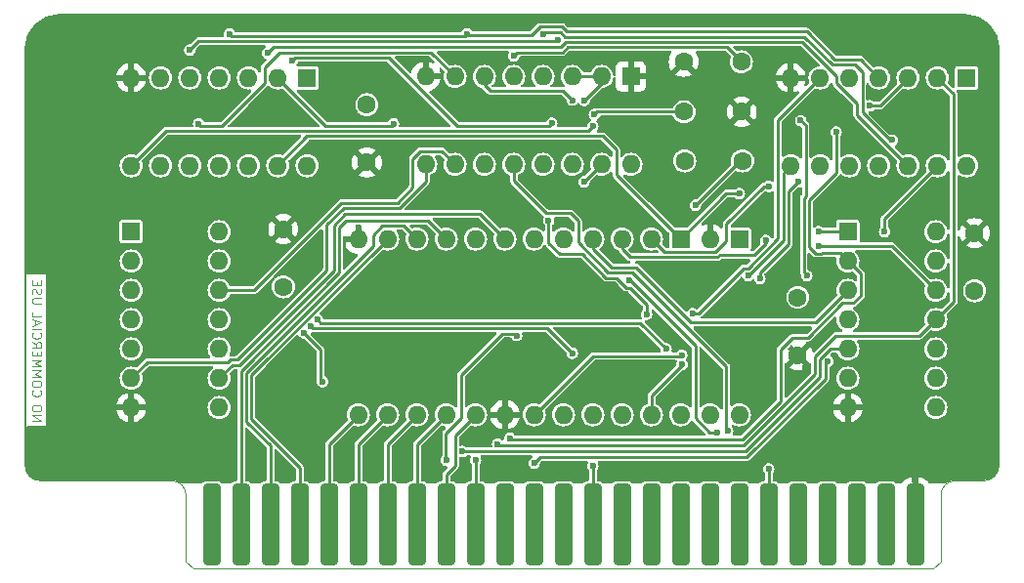
<source format=gbl>
G04 #@! TF.GenerationSoftware,KiCad,Pcbnew,(7.0.0-0)*
G04 #@! TF.CreationDate,2024-01-15T01:27:10+09:00*
G04 #@! TF.ProjectId,Grappler_Minus_Keros_alldip_GH,47726170-706c-4657-925f-4d696e75735f,3*
G04 #@! TF.SameCoordinates,Original*
G04 #@! TF.FileFunction,Copper,L2,Bot*
G04 #@! TF.FilePolarity,Positive*
%FSLAX46Y46*%
G04 Gerber Fmt 4.6, Leading zero omitted, Abs format (unit mm)*
G04 Created by KiCad (PCBNEW (7.0.0-0)) date 2024-01-15 01:27:10*
%MOMM*%
%LPD*%
G01*
G04 APERTURE LIST*
G04 Aperture macros list*
%AMRoundRect*
0 Rectangle with rounded corners*
0 $1 Rounding radius*
0 $2 $3 $4 $5 $6 $7 $8 $9 X,Y pos of 4 corners*
0 Add a 4 corners polygon primitive as box body*
4,1,4,$2,$3,$4,$5,$6,$7,$8,$9,$2,$3,0*
0 Add four circle primitives for the rounded corners*
1,1,$1+$1,$2,$3*
1,1,$1+$1,$4,$5*
1,1,$1+$1,$6,$7*
1,1,$1+$1,$8,$9*
0 Add four rect primitives between the rounded corners*
20,1,$1+$1,$2,$3,$4,$5,0*
20,1,$1+$1,$4,$5,$6,$7,0*
20,1,$1+$1,$6,$7,$8,$9,0*
20,1,$1+$1,$8,$9,$2,$3,0*%
G04 Aperture macros list end*
%ADD10C,0.100000*%
G04 #@! TA.AperFunction,NonConductor*
%ADD11C,0.100000*%
G04 #@! TD*
G04 #@! TA.AperFunction,ComponentPad*
%ADD12R,1.600000X1.600000*%
G04 #@! TD*
G04 #@! TA.AperFunction,ComponentPad*
%ADD13O,1.600000X1.600000*%
G04 #@! TD*
G04 #@! TA.AperFunction,ComponentPad*
%ADD14C,1.600000*%
G04 #@! TD*
G04 #@! TA.AperFunction,ConnectorPad*
%ADD15RoundRect,0.381000X0.381000X3.175000X-0.381000X3.175000X-0.381000X-3.175000X0.381000X-3.175000X0*%
G04 #@! TD*
G04 #@! TA.AperFunction,ViaPad*
%ADD16C,0.600000*%
G04 #@! TD*
G04 #@! TA.AperFunction,Conductor*
%ADD17C,0.500000*%
G04 #@! TD*
G04 #@! TA.AperFunction,Conductor*
%ADD18C,0.250000*%
G04 #@! TD*
G04 #@! TA.AperFunction,Profile*
%ADD19C,0.100000*%
G04 #@! TD*
G04 #@! TA.AperFunction,Profile*
%ADD20C,0.150000*%
G04 #@! TD*
G04 APERTURE END LIST*
D10*
D11*
X122864095Y-128129523D02*
X123664095Y-128129523D01*
X123664095Y-128129523D02*
X122864095Y-127672380D01*
X122864095Y-127672380D02*
X123664095Y-127672380D01*
X123664095Y-127139047D02*
X123664095Y-126986666D01*
X123664095Y-126986666D02*
X123626000Y-126910476D01*
X123626000Y-126910476D02*
X123549809Y-126834285D01*
X123549809Y-126834285D02*
X123397428Y-126796190D01*
X123397428Y-126796190D02*
X123130761Y-126796190D01*
X123130761Y-126796190D02*
X122978380Y-126834285D01*
X122978380Y-126834285D02*
X122902190Y-126910476D01*
X122902190Y-126910476D02*
X122864095Y-126986666D01*
X122864095Y-126986666D02*
X122864095Y-127139047D01*
X122864095Y-127139047D02*
X122902190Y-127215238D01*
X122902190Y-127215238D02*
X122978380Y-127291428D01*
X122978380Y-127291428D02*
X123130761Y-127329524D01*
X123130761Y-127329524D02*
X123397428Y-127329524D01*
X123397428Y-127329524D02*
X123549809Y-127291428D01*
X123549809Y-127291428D02*
X123626000Y-127215238D01*
X123626000Y-127215238D02*
X123664095Y-127139047D01*
X122940285Y-125516190D02*
X122902190Y-125554286D01*
X122902190Y-125554286D02*
X122864095Y-125668571D01*
X122864095Y-125668571D02*
X122864095Y-125744762D01*
X122864095Y-125744762D02*
X122902190Y-125859048D01*
X122902190Y-125859048D02*
X122978380Y-125935238D01*
X122978380Y-125935238D02*
X123054571Y-125973333D01*
X123054571Y-125973333D02*
X123206952Y-126011429D01*
X123206952Y-126011429D02*
X123321238Y-126011429D01*
X123321238Y-126011429D02*
X123473619Y-125973333D01*
X123473619Y-125973333D02*
X123549809Y-125935238D01*
X123549809Y-125935238D02*
X123626000Y-125859048D01*
X123626000Y-125859048D02*
X123664095Y-125744762D01*
X123664095Y-125744762D02*
X123664095Y-125668571D01*
X123664095Y-125668571D02*
X123626000Y-125554286D01*
X123626000Y-125554286D02*
X123587904Y-125516190D01*
X123664095Y-125020952D02*
X123664095Y-124868571D01*
X123664095Y-124868571D02*
X123626000Y-124792381D01*
X123626000Y-124792381D02*
X123549809Y-124716190D01*
X123549809Y-124716190D02*
X123397428Y-124678095D01*
X123397428Y-124678095D02*
X123130761Y-124678095D01*
X123130761Y-124678095D02*
X122978380Y-124716190D01*
X122978380Y-124716190D02*
X122902190Y-124792381D01*
X122902190Y-124792381D02*
X122864095Y-124868571D01*
X122864095Y-124868571D02*
X122864095Y-125020952D01*
X122864095Y-125020952D02*
X122902190Y-125097143D01*
X122902190Y-125097143D02*
X122978380Y-125173333D01*
X122978380Y-125173333D02*
X123130761Y-125211429D01*
X123130761Y-125211429D02*
X123397428Y-125211429D01*
X123397428Y-125211429D02*
X123549809Y-125173333D01*
X123549809Y-125173333D02*
X123626000Y-125097143D01*
X123626000Y-125097143D02*
X123664095Y-125020952D01*
X122864095Y-124335238D02*
X123664095Y-124335238D01*
X123664095Y-124335238D02*
X123092666Y-124068572D01*
X123092666Y-124068572D02*
X123664095Y-123801905D01*
X123664095Y-123801905D02*
X122864095Y-123801905D01*
X122864095Y-123420952D02*
X123664095Y-123420952D01*
X123664095Y-123420952D02*
X123092666Y-123154286D01*
X123092666Y-123154286D02*
X123664095Y-122887619D01*
X123664095Y-122887619D02*
X122864095Y-122887619D01*
X123283142Y-122506666D02*
X123283142Y-122240000D01*
X122864095Y-122125714D02*
X122864095Y-122506666D01*
X122864095Y-122506666D02*
X123664095Y-122506666D01*
X123664095Y-122506666D02*
X123664095Y-122125714D01*
X122864095Y-121325713D02*
X123245047Y-121592380D01*
X122864095Y-121782856D02*
X123664095Y-121782856D01*
X123664095Y-121782856D02*
X123664095Y-121478094D01*
X123664095Y-121478094D02*
X123626000Y-121401904D01*
X123626000Y-121401904D02*
X123587904Y-121363809D01*
X123587904Y-121363809D02*
X123511714Y-121325713D01*
X123511714Y-121325713D02*
X123397428Y-121325713D01*
X123397428Y-121325713D02*
X123321238Y-121363809D01*
X123321238Y-121363809D02*
X123283142Y-121401904D01*
X123283142Y-121401904D02*
X123245047Y-121478094D01*
X123245047Y-121478094D02*
X123245047Y-121782856D01*
X122940285Y-120525713D02*
X122902190Y-120563809D01*
X122902190Y-120563809D02*
X122864095Y-120678094D01*
X122864095Y-120678094D02*
X122864095Y-120754285D01*
X122864095Y-120754285D02*
X122902190Y-120868571D01*
X122902190Y-120868571D02*
X122978380Y-120944761D01*
X122978380Y-120944761D02*
X123054571Y-120982856D01*
X123054571Y-120982856D02*
X123206952Y-121020952D01*
X123206952Y-121020952D02*
X123321238Y-121020952D01*
X123321238Y-121020952D02*
X123473619Y-120982856D01*
X123473619Y-120982856D02*
X123549809Y-120944761D01*
X123549809Y-120944761D02*
X123626000Y-120868571D01*
X123626000Y-120868571D02*
X123664095Y-120754285D01*
X123664095Y-120754285D02*
X123664095Y-120678094D01*
X123664095Y-120678094D02*
X123626000Y-120563809D01*
X123626000Y-120563809D02*
X123587904Y-120525713D01*
X122864095Y-120182856D02*
X123664095Y-120182856D01*
X123092666Y-119840000D02*
X123092666Y-119459047D01*
X122864095Y-119916190D02*
X123664095Y-119649523D01*
X123664095Y-119649523D02*
X122864095Y-119382857D01*
X122864095Y-118735238D02*
X122864095Y-119116190D01*
X122864095Y-119116190D02*
X123664095Y-119116190D01*
X123664095Y-117988571D02*
X123016476Y-117988571D01*
X123016476Y-117988571D02*
X122940285Y-117950476D01*
X122940285Y-117950476D02*
X122902190Y-117912381D01*
X122902190Y-117912381D02*
X122864095Y-117836190D01*
X122864095Y-117836190D02*
X122864095Y-117683809D01*
X122864095Y-117683809D02*
X122902190Y-117607619D01*
X122902190Y-117607619D02*
X122940285Y-117569524D01*
X122940285Y-117569524D02*
X123016476Y-117531428D01*
X123016476Y-117531428D02*
X123664095Y-117531428D01*
X122902190Y-117188572D02*
X122864095Y-117074286D01*
X122864095Y-117074286D02*
X122864095Y-116883810D01*
X122864095Y-116883810D02*
X122902190Y-116807619D01*
X122902190Y-116807619D02*
X122940285Y-116769524D01*
X122940285Y-116769524D02*
X123016476Y-116731429D01*
X123016476Y-116731429D02*
X123092666Y-116731429D01*
X123092666Y-116731429D02*
X123168857Y-116769524D01*
X123168857Y-116769524D02*
X123206952Y-116807619D01*
X123206952Y-116807619D02*
X123245047Y-116883810D01*
X123245047Y-116883810D02*
X123283142Y-117036191D01*
X123283142Y-117036191D02*
X123321238Y-117112381D01*
X123321238Y-117112381D02*
X123359333Y-117150476D01*
X123359333Y-117150476D02*
X123435523Y-117188572D01*
X123435523Y-117188572D02*
X123511714Y-117188572D01*
X123511714Y-117188572D02*
X123587904Y-117150476D01*
X123587904Y-117150476D02*
X123626000Y-117112381D01*
X123626000Y-117112381D02*
X123664095Y-117036191D01*
X123664095Y-117036191D02*
X123664095Y-116845714D01*
X123664095Y-116845714D02*
X123626000Y-116731429D01*
X123283142Y-116388571D02*
X123283142Y-116121905D01*
X122864095Y-116007619D02*
X122864095Y-116388571D01*
X122864095Y-116388571D02*
X123664095Y-116388571D01*
X123664095Y-116388571D02*
X123664095Y-116007619D01*
D12*
X203834999Y-98424999D03*
D13*
X201294999Y-98424999D03*
X198754999Y-98424999D03*
X196214999Y-98424999D03*
X193674999Y-98424999D03*
X191134999Y-98424999D03*
X188594999Y-98424999D03*
X188594999Y-106044999D03*
X191134999Y-106044999D03*
X193674999Y-106044999D03*
X196214999Y-106044999D03*
X198754999Y-106044999D03*
X201294999Y-106044999D03*
X203834999Y-106044999D03*
D12*
X174751999Y-98297999D03*
D13*
X172211999Y-98297999D03*
X169671999Y-98297999D03*
X167131999Y-98297999D03*
X164591999Y-98297999D03*
X162051999Y-98297999D03*
X159511999Y-98297999D03*
X156971999Y-98297999D03*
X156971999Y-105917999D03*
X159511999Y-105917999D03*
X162051999Y-105917999D03*
X164591999Y-105917999D03*
X167131999Y-105917999D03*
X169671999Y-105917999D03*
X172211999Y-105917999D03*
X174751999Y-105917999D03*
D14*
X179330000Y-97030000D03*
X184330000Y-97030000D03*
D12*
X193547999Y-111759999D03*
D13*
X193547999Y-114299999D03*
X193547999Y-116839999D03*
X193547999Y-119379999D03*
X193547999Y-121919999D03*
X193547999Y-124459999D03*
X193547999Y-126999999D03*
X201167999Y-126999999D03*
X201167999Y-124459999D03*
X201167999Y-121919999D03*
X201167999Y-119379999D03*
X201167999Y-116839999D03*
X201167999Y-114299999D03*
X201167999Y-111759999D03*
D12*
X184149999Y-112394999D03*
D13*
X181609999Y-112394999D03*
X179069999Y-112394999D03*
X176529999Y-112394999D03*
X173989999Y-112394999D03*
X171449999Y-112394999D03*
X168909999Y-112394999D03*
X166369999Y-112394999D03*
X163829999Y-112394999D03*
X161289999Y-112394999D03*
X158749999Y-112394999D03*
X156209999Y-112394999D03*
X153669999Y-112394999D03*
X151129999Y-112394999D03*
X151129999Y-127634999D03*
X153669999Y-127634999D03*
X156209999Y-127634999D03*
X158749999Y-127634999D03*
X161289999Y-127634999D03*
X163829999Y-127634999D03*
X166369999Y-127634999D03*
X168909999Y-127634999D03*
X171449999Y-127634999D03*
X173989999Y-127634999D03*
X176529999Y-127634999D03*
X179069999Y-127634999D03*
X181609999Y-127634999D03*
X184149999Y-127634999D03*
D14*
X151870000Y-100760000D03*
X151870000Y-105760000D03*
X179350000Y-101370000D03*
X184350000Y-101370000D03*
D12*
X179069999Y-112394999D03*
D13*
X176529999Y-112394999D03*
X173989999Y-112394999D03*
X171449999Y-112394999D03*
X168909999Y-112394999D03*
X166369999Y-112394999D03*
X163829999Y-112394999D03*
X161289999Y-112394999D03*
X158749999Y-112394999D03*
X156209999Y-112394999D03*
X153669999Y-112394999D03*
X151129999Y-112394999D03*
X151129999Y-127634999D03*
X153669999Y-127634999D03*
X156209999Y-127634999D03*
X158749999Y-127634999D03*
X161289999Y-127634999D03*
X163829999Y-127634999D03*
X166369999Y-127634999D03*
X168909999Y-127634999D03*
X171449999Y-127634999D03*
X173989999Y-127634999D03*
X176529999Y-127634999D03*
X179069999Y-127634999D03*
D12*
X146684999Y-98424999D03*
D13*
X144144999Y-98424999D03*
X141604999Y-98424999D03*
X139064999Y-98424999D03*
X136524999Y-98424999D03*
X133984999Y-98424999D03*
X131444999Y-98424999D03*
X131444999Y-106044999D03*
X133984999Y-106044999D03*
X136524999Y-106044999D03*
X139064999Y-106044999D03*
X141604999Y-106044999D03*
X144144999Y-106044999D03*
X146684999Y-106044999D03*
D15*
X199380000Y-137140000D03*
X196840000Y-137140000D03*
X194300000Y-137140000D03*
X191760000Y-137140000D03*
X189220000Y-137140000D03*
X186680000Y-137140000D03*
X184140000Y-137140000D03*
X181600000Y-137140000D03*
X179060000Y-137140000D03*
X176520000Y-137140000D03*
X173980000Y-137140000D03*
X171440000Y-137140000D03*
X168900000Y-137140000D03*
X166360000Y-137140000D03*
X163820000Y-137140000D03*
X161280000Y-137140000D03*
X158740000Y-137140000D03*
X156200000Y-137140000D03*
X153660000Y-137140000D03*
X151120000Y-137140000D03*
X148580000Y-137140000D03*
X146040000Y-137140000D03*
X143500000Y-137140000D03*
X140960000Y-137140000D03*
X138420000Y-137140000D03*
D12*
X131444999Y-111759999D03*
D13*
X131444999Y-114299999D03*
X131444999Y-116839999D03*
X131444999Y-119379999D03*
X131444999Y-121919999D03*
X131444999Y-124459999D03*
X131444999Y-126999999D03*
X139064999Y-126999999D03*
X139064999Y-124459999D03*
X139064999Y-121919999D03*
X139064999Y-119379999D03*
X139064999Y-116839999D03*
X139064999Y-114299999D03*
X139064999Y-111759999D03*
D14*
X189210000Y-117460000D03*
X189210000Y-122460000D03*
X179420000Y-105620000D03*
X184420000Y-105620000D03*
X189210000Y-122460000D03*
X204530000Y-116890000D03*
X204530000Y-111890000D03*
X144630000Y-116540000D03*
X144630000Y-111540000D03*
D16*
X141730000Y-115920000D03*
X191240000Y-104200000D03*
X182150000Y-121340000D03*
X203480000Y-107710000D03*
X152380000Y-132750000D03*
X180300000Y-132300000D03*
X155000000Y-132630000D03*
X140440000Y-117880000D03*
X137550000Y-126750000D03*
X194990000Y-103560000D03*
X125730000Y-132080000D03*
X131840000Y-104310000D03*
X203230000Y-119170000D03*
X175880000Y-121920500D03*
X140340000Y-96230000D03*
X203310000Y-126030000D03*
X168550000Y-100850000D03*
X189200000Y-96330000D03*
X149970000Y-130660000D03*
X199310000Y-109110000D03*
X190754000Y-121412000D03*
X137410000Y-122020000D03*
X168090000Y-132240000D03*
X137280000Y-130930000D03*
X184410000Y-98860000D03*
X131550000Y-94040000D03*
X140570000Y-120600000D03*
X188440000Y-125080000D03*
X177038000Y-119634000D03*
X154980000Y-117620000D03*
X175260000Y-129032000D03*
X168520000Y-97020000D03*
X153570000Y-100600000D03*
X155490000Y-97020000D03*
X172250000Y-120430000D03*
X195326000Y-124968000D03*
X152070000Y-120766500D03*
X195326000Y-121666000D03*
X157380000Y-101900000D03*
X205070000Y-129260000D03*
X179650000Y-123910000D03*
X173000000Y-107520000D03*
X163230000Y-96600000D03*
X154970000Y-104400000D03*
X171570000Y-118950000D03*
X173750000Y-100010000D03*
X195326000Y-126492000D03*
X188650000Y-104170000D03*
X132280000Y-115520000D03*
X157670000Y-130185500D03*
X198410000Y-107770000D03*
X165950000Y-97080000D03*
X173736000Y-123444000D03*
X203780000Y-94180000D03*
X147140000Y-104240000D03*
X138490000Y-107780000D03*
X129480000Y-95870000D03*
X186182000Y-131318000D03*
X145630000Y-108600000D03*
X187960000Y-114554000D03*
X182640000Y-115610000D03*
X129180000Y-108870000D03*
X169370000Y-110910000D03*
X201440000Y-132390000D03*
X158240000Y-107070000D03*
X195326000Y-112268000D03*
X141850000Y-109090000D03*
X173250000Y-102930000D03*
X179100000Y-116730000D03*
X144160000Y-131210000D03*
X170942000Y-124206000D03*
X178680000Y-126130000D03*
X203530000Y-104370000D03*
X167894000Y-121920000D03*
X196596000Y-119888000D03*
X200430000Y-100310000D03*
X180340000Y-129032000D03*
X154420000Y-98660000D03*
X186436000Y-118364000D03*
X164790000Y-94050000D03*
X125730000Y-107950000D03*
X135330000Y-104080000D03*
X141920000Y-112600000D03*
X147200000Y-130150000D03*
X168220000Y-114240000D03*
X205360000Y-120650000D03*
X186270000Y-109990000D03*
X159660000Y-101380000D03*
X139040000Y-100180000D03*
X199360000Y-129780000D03*
X148980000Y-118490000D03*
X195326000Y-119126000D03*
X184150000Y-129032000D03*
X174100000Y-120650000D03*
X148730000Y-101200000D03*
X189810000Y-123620000D03*
X135330000Y-100180000D03*
X142230000Y-131180000D03*
X130360000Y-123140000D03*
X163830000Y-121920000D03*
X139380000Y-130960000D03*
X141680000Y-104150000D03*
X169230000Y-115690000D03*
X137220000Y-112980000D03*
X199390000Y-126492000D03*
X132850000Y-107320000D03*
X160250000Y-96810000D03*
X176784000Y-123444000D03*
X202040000Y-109310000D03*
X160220000Y-132690000D03*
X194230000Y-131170000D03*
X140345500Y-126709089D03*
X172860000Y-111020000D03*
X161560000Y-129130000D03*
X147380000Y-112970000D03*
X194910000Y-107790000D03*
X172720000Y-129032000D03*
X175850000Y-110890000D03*
X149400000Y-105010000D03*
X154020000Y-107970000D03*
X144520000Y-104150000D03*
X199390000Y-121920000D03*
X182060000Y-125790000D03*
X164846000Y-132080000D03*
X165960000Y-104410000D03*
X123190000Y-99060000D03*
X170030000Y-93750000D03*
X178237323Y-114594500D03*
X148720000Y-93720000D03*
X143290000Y-100240000D03*
X183642000Y-132334000D03*
X190500000Y-118110000D03*
X187706000Y-117094000D03*
X191008000Y-115062000D03*
X160720000Y-104350000D03*
X145270000Y-126830000D03*
X195580000Y-114300000D03*
X131350000Y-132220000D03*
X179350000Y-110960000D03*
X165960000Y-114010000D03*
X185674000Y-127254000D03*
X196390000Y-96390000D03*
X180964500Y-122740000D03*
X192786000Y-123190000D03*
X152900000Y-114570000D03*
X132610000Y-100300000D03*
X203640000Y-100380000D03*
X137140000Y-123720000D03*
X171860000Y-104160000D03*
X178816000Y-121412000D03*
X184930000Y-122980000D03*
X125730000Y-119380000D03*
X123190000Y-129540000D03*
X138920000Y-104020000D03*
X165490000Y-129000000D03*
X150440000Y-114090000D03*
X191030000Y-109900000D03*
X157220000Y-132800000D03*
X132760000Y-110010000D03*
X161798000Y-121158000D03*
X123190000Y-114300000D03*
X137800000Y-96230000D03*
X174040000Y-132180000D03*
X199390000Y-116840000D03*
X125730000Y-95250000D03*
X133130000Y-124920000D03*
X127750000Y-132270000D03*
X145600000Y-101300000D03*
X161036000Y-125984000D03*
X171090000Y-111030000D03*
X129250000Y-99470000D03*
X184720000Y-120450000D03*
X187690000Y-129660000D03*
X199390000Y-114046000D03*
X201880000Y-104390000D03*
X149970000Y-97350000D03*
X191800000Y-126090000D03*
X171030000Y-96760000D03*
X133350000Y-119490000D03*
X167640000Y-129032000D03*
X152760000Y-130510000D03*
X191730000Y-100920000D03*
X162800000Y-132710000D03*
X154178000Y-102408500D03*
X186436000Y-112522000D03*
X191008000Y-113030000D03*
X160136500Y-130810000D03*
X196733500Y-111760000D03*
X191008000Y-111760000D03*
X158750000Y-131572000D03*
X184150000Y-108458000D03*
X164846000Y-120766500D03*
X163205500Y-130185500D03*
X192532000Y-103124000D03*
X164243750Y-129677500D03*
X166370000Y-131826000D03*
X191830839Y-122996339D03*
X147571089Y-119377089D03*
X177800000Y-121920000D03*
X164592000Y-96520000D03*
X189992000Y-115570000D03*
X189464000Y-102128000D03*
X186690000Y-132334000D03*
X183134000Y-129032000D03*
X171450000Y-132080000D03*
X146978292Y-119969886D03*
X169663839Y-122303339D03*
X146412958Y-120535220D03*
X148024500Y-124760000D03*
X161290000Y-131572000D03*
X160528000Y-94625500D03*
X139954000Y-94625500D03*
X169672000Y-100357500D03*
X174590911Y-115990911D03*
X136525000Y-96012000D03*
X168402000Y-95133500D03*
X182245000Y-129159000D03*
X170710000Y-100380000D03*
X170688000Y-107442000D03*
X167894000Y-102362000D03*
X171582116Y-101600000D03*
X145415000Y-96901000D03*
X143256000Y-96266000D03*
X137297500Y-102408500D03*
X176100000Y-118920000D03*
X167620000Y-110790000D03*
X197418589Y-103825411D03*
X167132000Y-94625500D03*
X180340000Y-109474000D03*
X171450000Y-102616000D03*
X189230000Y-107442000D03*
X179170641Y-123270142D03*
X185928000Y-115824000D03*
X195456609Y-100840213D03*
X180086000Y-118872000D03*
X184912000Y-115570000D03*
X179139668Y-122471239D03*
X186690000Y-107833500D03*
D17*
X199390000Y-137160000D02*
X199360000Y-129780000D01*
D18*
X149910000Y-113560000D02*
X149910000Y-112410000D01*
X150440000Y-114090000D02*
X149910000Y-113560000D01*
X149930000Y-112390000D02*
X149935000Y-112395000D01*
D17*
X199360000Y-129780000D02*
X199390000Y-129794000D01*
D18*
X149935000Y-112395000D02*
X151130000Y-112395000D01*
X149910000Y-112410000D02*
X149930000Y-112390000D01*
X154178000Y-102408500D02*
X154003500Y-102583000D01*
X154003500Y-102583000D02*
X148303000Y-102583000D01*
X148303000Y-102583000D02*
X144145000Y-98425000D01*
X149010000Y-115145812D02*
X149010000Y-111211604D01*
X140210094Y-123314906D02*
X140840906Y-123314906D01*
X139065000Y-124460000D02*
X140210094Y-123314906D01*
X140840906Y-123314906D02*
X149010000Y-115145812D01*
X161671000Y-110236000D02*
X163830000Y-112395000D01*
X149985604Y-110236000D02*
X161671000Y-110236000D01*
X149010000Y-111211604D02*
X149985604Y-110236000D01*
X175196116Y-114866000D02*
X179964116Y-119634000D01*
X171450000Y-113250000D02*
X173066000Y-114866000D01*
X179964116Y-119634000D02*
X190754000Y-119634000D01*
X173066000Y-114866000D02*
X175196116Y-114866000D01*
X171450000Y-112395000D02*
X171450000Y-113250000D01*
X190754000Y-119634000D02*
X193548000Y-116840000D01*
X182262387Y-113970000D02*
X174676000Y-113970000D01*
X197358000Y-113030000D02*
X201168000Y-116840000D01*
X191008000Y-113030000D02*
X197358000Y-113030000D01*
X174676000Y-113970000D02*
X173990000Y-113284000D01*
X186436000Y-112773208D02*
X185417208Y-113792000D01*
X185417208Y-113792000D02*
X182440387Y-113792000D01*
X182440387Y-113792000D02*
X182262387Y-113970000D01*
X173990000Y-113284000D02*
X173990000Y-112395000D01*
X186436000Y-112522000D02*
X186436000Y-112773208D01*
X160136500Y-130810000D02*
X184660792Y-130810000D01*
X191146000Y-124324792D02*
X191146000Y-122798000D01*
X191146000Y-122798000D02*
X192024000Y-121920000D01*
X196733500Y-111760000D02*
X196733500Y-110606500D01*
X192024000Y-121920000D02*
X193548000Y-121920000D01*
X184660792Y-130810000D02*
X191146000Y-124324792D01*
X196733500Y-110606500D02*
X201295000Y-106045000D01*
X158750000Y-131572000D02*
X158730000Y-131552000D01*
X158730000Y-129245991D02*
X160020000Y-127955991D01*
X173482000Y-104648000D02*
X173482000Y-106807000D01*
X164671500Y-120592000D02*
X164846000Y-120766500D01*
X144145000Y-106045000D02*
X146707000Y-103483000D01*
X183007000Y-108458000D02*
X184150000Y-108458000D01*
X191008000Y-111760000D02*
X193548000Y-111760000D01*
X158730000Y-131552000D02*
X158730000Y-129245991D01*
X163634000Y-120592000D02*
X164671500Y-120592000D01*
X160020000Y-127955991D02*
X160020000Y-124206000D01*
X160020000Y-124206000D02*
X163634000Y-120592000D01*
X179070000Y-112395000D02*
X183007000Y-108458000D01*
X146707000Y-103483000D02*
X172317000Y-103483000D01*
X173482000Y-106807000D02*
X179070000Y-112395000D01*
X172317000Y-103483000D02*
X173482000Y-104648000D01*
X192512604Y-120795000D02*
X199753000Y-120795000D01*
X190696000Y-122611604D02*
X192512604Y-120795000D01*
X190696000Y-124138396D02*
X190696000Y-122611604D01*
X163322000Y-130302000D02*
X184532396Y-130302000D01*
X199753000Y-120795000D02*
X201168000Y-119380000D01*
X202710000Y-117838000D02*
X201168000Y-119380000D01*
X201295000Y-98425000D02*
X202710000Y-99840000D01*
X163205500Y-130185500D02*
X163322000Y-130302000D01*
X202710000Y-99840000D02*
X202710000Y-117838000D01*
X184532396Y-130302000D02*
X190696000Y-124138396D01*
X193082009Y-117965000D02*
X194013991Y-117965000D01*
X194673000Y-115425000D02*
X193548000Y-114300000D01*
X187706000Y-122027009D02*
X188764009Y-120969000D01*
X190749116Y-113655000D02*
X191266884Y-113655000D01*
X190078009Y-120969000D02*
X193082009Y-117965000D01*
X184404000Y-129794000D02*
X187706000Y-126492000D01*
X191291884Y-113630000D02*
X192878000Y-113630000D01*
X191266884Y-113655000D02*
X191291884Y-113630000D01*
X194013991Y-117965000D02*
X194673000Y-117305991D01*
X192532000Y-106680000D02*
X190170000Y-109042000D01*
X164360250Y-129794000D02*
X184404000Y-129794000D01*
X192878000Y-113630000D02*
X193548000Y-114300000D01*
X190170000Y-109042000D02*
X190170000Y-113075884D01*
X188764009Y-120969000D02*
X190078009Y-120969000D01*
X187706000Y-126492000D02*
X187706000Y-122027009D01*
X164243750Y-129677500D02*
X164360250Y-129794000D01*
X194673000Y-117305991D02*
X194673000Y-115425000D01*
X190170000Y-113075884D02*
X190749116Y-113655000D01*
X192532000Y-103124000D02*
X192532000Y-106680000D01*
X166878000Y-131318000D02*
X166370000Y-131826000D01*
X191596000Y-123231178D02*
X191596000Y-124511188D01*
X184789188Y-131318000D02*
X166878000Y-131318000D01*
X191596000Y-124511188D02*
X184789188Y-131318000D01*
X191830839Y-122996339D02*
X191596000Y-123231178D01*
X147886000Y-119692000D02*
X175572000Y-119692000D01*
X175572000Y-119692000D02*
X177800000Y-121920000D01*
X147571089Y-119377089D02*
X147886000Y-119692000D01*
X183094000Y-95758000D02*
X184364000Y-97028000D01*
X169297780Y-95758000D02*
X183094000Y-95758000D01*
X189464000Y-102128000D02*
X189890000Y-102554000D01*
X189890000Y-102554000D02*
X189890000Y-108685604D01*
X189890000Y-108685604D02*
X189720000Y-108855604D01*
X189720000Y-108855604D02*
X189720000Y-115298000D01*
X189720000Y-115298000D02*
X189992000Y-115570000D01*
X164592000Y-96520000D02*
X164904000Y-96208000D01*
X168847780Y-96208000D02*
X169297780Y-95758000D01*
X164904000Y-96208000D02*
X168847780Y-96208000D01*
X169508884Y-110165000D02*
X167415000Y-110165000D01*
X164592000Y-107342000D02*
X164592000Y-105918000D01*
X172780009Y-115316000D02*
X170180000Y-112715991D01*
X183134000Y-129032000D02*
X183025000Y-128923000D01*
X186690000Y-137160000D02*
X186690000Y-132334000D01*
X170180000Y-110836116D02*
X169508884Y-110165000D01*
X167415000Y-110165000D02*
X164592000Y-107342000D01*
X183025000Y-123467116D02*
X174873884Y-115316000D01*
X183025000Y-128923000D02*
X183025000Y-123467116D01*
X170180000Y-112715991D02*
X170180000Y-110836116D01*
X174873884Y-115316000D02*
X172780009Y-115316000D01*
X169663839Y-122303339D02*
X167502500Y-120142000D01*
X147150406Y-120142000D02*
X146978292Y-119969886D01*
X167502500Y-120142000D02*
X147150406Y-120142000D01*
X171450000Y-132080000D02*
X171450000Y-137160000D01*
X147830000Y-121952262D02*
X147830000Y-124565500D01*
X161290000Y-137160000D02*
X161290000Y-131572000D01*
X147830000Y-124565500D02*
X148024500Y-124760000D01*
X146412958Y-120535220D02*
X147830000Y-121952262D01*
X161290000Y-127635000D02*
X159512000Y-129413000D01*
X158750000Y-132842000D02*
X158750000Y-137160000D01*
X159512000Y-132080000D02*
X158750000Y-132842000D01*
X159512000Y-129413000D02*
X159512000Y-132080000D01*
X158750000Y-127635000D02*
X156210000Y-130175000D01*
X156210000Y-130175000D02*
X156210000Y-137160000D01*
X153670000Y-130175000D02*
X153670000Y-137160000D01*
X156210000Y-127635000D02*
X153670000Y-130175000D01*
X153670000Y-127635000D02*
X151130000Y-130175000D01*
X151130000Y-130175000D02*
X151130000Y-137160000D01*
X148590000Y-130175000D02*
X148590000Y-137160000D01*
X151130000Y-127635000D02*
X148590000Y-130175000D01*
X146050000Y-137160000D02*
X146050000Y-132205604D01*
X141870000Y-128025604D02*
X141870000Y-124195000D01*
X141870000Y-124195000D02*
X153670000Y-112395000D01*
X146050000Y-132205604D02*
X141870000Y-128025604D01*
X152400000Y-112074009D02*
X153222009Y-111252000D01*
X153222009Y-111252000D02*
X155067000Y-111252000D01*
X152400000Y-113028604D02*
X152400000Y-112074009D01*
X155067000Y-111252000D02*
X156210000Y-112395000D01*
X143510000Y-137160000D02*
X143510000Y-130302000D01*
X141420000Y-124008604D02*
X152400000Y-113028604D01*
X141420000Y-128212000D02*
X141420000Y-124008604D01*
X143510000Y-130302000D02*
X141420000Y-128212000D01*
X140970000Y-137160000D02*
X140970000Y-123822208D01*
X157157000Y-110802000D02*
X158750000Y-112395000D01*
X149460000Y-115332208D02*
X149460000Y-111398000D01*
X149460000Y-111398000D02*
X150056000Y-110802000D01*
X140970000Y-123822208D02*
X149460000Y-115332208D01*
X150056000Y-110802000D02*
X157157000Y-110802000D01*
X169196780Y-94408000D02*
X189981783Y-94408000D01*
X139954000Y-94625500D02*
X140128500Y-94800000D01*
X168789280Y-94000500D02*
X169196780Y-94408000D01*
X168882500Y-99568000D02*
X162560000Y-99568000D01*
X160644500Y-94742000D02*
X166131616Y-94742000D01*
X166873116Y-94000500D02*
X168789280Y-94000500D01*
X160353500Y-94800000D02*
X160528000Y-94625500D01*
X169672000Y-100357500D02*
X168882500Y-99568000D01*
X140128500Y-94800000D02*
X160353500Y-94800000D01*
X162052000Y-99060000D02*
X162052000Y-98298000D01*
X166131616Y-94742000D02*
X166873116Y-94000500D01*
X192423783Y-96850000D02*
X194640000Y-96850000D01*
X194640000Y-96850000D02*
X196215000Y-98425000D01*
X160528000Y-94625500D02*
X160644500Y-94742000D01*
X189981783Y-94408000D02*
X192423783Y-96850000D01*
X162560000Y-99568000D02*
X162052000Y-99060000D01*
X174664911Y-115990911D02*
X180340000Y-121666000D01*
X180340000Y-121666000D02*
X180340000Y-127955991D01*
X136525000Y-96012000D02*
X137287000Y-95250000D01*
X181543009Y-129159000D02*
X182245000Y-129159000D01*
X180340000Y-127955991D02*
X181543009Y-129159000D01*
X172212000Y-98298000D02*
X169672000Y-98298000D01*
X168285500Y-95250000D02*
X168402000Y-95133500D01*
X172212000Y-98878000D02*
X172212000Y-98298000D01*
X137287000Y-95250000D02*
X168285500Y-95250000D01*
X170710000Y-100380000D02*
X172212000Y-98878000D01*
X174590911Y-115990911D02*
X174664911Y-115990911D01*
X159666009Y-102583000D02*
X167673000Y-102583000D01*
X171812116Y-101370000D02*
X179350000Y-101370000D01*
X153741009Y-96658000D02*
X159666009Y-102583000D01*
X171582116Y-101600000D02*
X171812116Y-101370000D01*
X167673000Y-102583000D02*
X167894000Y-102362000D01*
X170688000Y-107442000D02*
X172212000Y-105918000D01*
X145658000Y-96658000D02*
X153741009Y-96658000D01*
X145415000Y-96901000D02*
X145658000Y-96658000D01*
X194350000Y-101640000D02*
X198755000Y-106045000D01*
X143256000Y-96266000D02*
X143764000Y-95758000D01*
X168661384Y-95758000D02*
X169111384Y-95308000D01*
X193210000Y-99550000D02*
X194350000Y-100690000D01*
X189608991Y-95308000D02*
X192550000Y-98249009D01*
X143764000Y-95758000D02*
X168661384Y-95758000D01*
X192550000Y-98890991D02*
X193209009Y-99550000D01*
X193209009Y-99550000D02*
X193210000Y-99550000D01*
X192550000Y-98249009D02*
X192550000Y-98890991D01*
X169111384Y-95308000D02*
X189608991Y-95308000D01*
X194350000Y-100690000D02*
X194350000Y-101640000D01*
X157422000Y-96208000D02*
X159512000Y-98298000D01*
X137472000Y-102583000D02*
X139327991Y-102583000D01*
X143020000Y-98890991D02*
X143020000Y-97518000D01*
X144330000Y-96208000D02*
X157422000Y-96208000D01*
X139327991Y-102583000D02*
X143020000Y-98890991D01*
X143020000Y-97518000D02*
X144330000Y-96208000D01*
X137297500Y-102408500D02*
X137472000Y-102583000D01*
X148396708Y-115122708D02*
X148396708Y-111188500D01*
X156972000Y-107442000D02*
X156972000Y-105918000D01*
X140023698Y-122864906D02*
X140654510Y-122864906D01*
X149857208Y-109728000D02*
X154686000Y-109728000D01*
X139826302Y-123062302D02*
X140023698Y-122864906D01*
X154686000Y-109728000D02*
X156972000Y-107442000D01*
X148396708Y-111188500D02*
X149857208Y-109728000D01*
X132842698Y-123062302D02*
X139826302Y-123062302D01*
X140654510Y-122864906D02*
X148396708Y-115122708D01*
X131445000Y-124460000D02*
X132842698Y-123062302D01*
X158387000Y-104793000D02*
X156506009Y-104793000D01*
X142108812Y-116840000D02*
X139065000Y-116840000D01*
X156506009Y-104793000D02*
X155847000Y-105452009D01*
X154499604Y-109278000D02*
X149670812Y-109278000D01*
X149670812Y-109278000D02*
X142108812Y-116840000D01*
X155847000Y-107930604D02*
X154499604Y-109278000D01*
X155847000Y-105452009D02*
X155847000Y-107930604D01*
X159512000Y-105918000D02*
X158387000Y-104793000D01*
X174332027Y-116615911D02*
X174653515Y-116615911D01*
X176100000Y-118062396D02*
X176100000Y-118920000D01*
X170537613Y-113710000D02*
X172593613Y-115766000D01*
X173526000Y-115766000D02*
X173965911Y-116205911D01*
X172593613Y-115766000D02*
X173526000Y-115766000D01*
X174653515Y-116615911D02*
X176100000Y-118062396D01*
X173965911Y-116205911D02*
X173965911Y-116249795D01*
X168600000Y-113710000D02*
X170537613Y-113710000D01*
X167620000Y-112730000D02*
X168600000Y-113710000D01*
X173965911Y-116249795D02*
X174332027Y-116615911D01*
X167620000Y-110790000D02*
X167620000Y-112730000D01*
X169010384Y-94858000D02*
X168660884Y-94508500D01*
X167249000Y-94508500D02*
X167132000Y-94625500D01*
X194800000Y-97959009D02*
X194140991Y-97300000D01*
X197171807Y-103825411D02*
X194800000Y-101453604D01*
X197418589Y-103825411D02*
X197171807Y-103825411D01*
X192237387Y-97300000D02*
X189795387Y-94858000D01*
X168660884Y-94508500D02*
X167249000Y-94508500D01*
X189795387Y-94858000D02*
X169010384Y-94858000D01*
X194140991Y-97300000D02*
X192237387Y-97300000D01*
X194800000Y-101453604D02*
X194800000Y-97959009D01*
X134457000Y-103033000D02*
X131445000Y-106045000D01*
X171450000Y-102616000D02*
X171033000Y-103033000D01*
X184420000Y-105620000D02*
X184194000Y-105620000D01*
X171033000Y-103033000D02*
X134457000Y-103033000D01*
X184194000Y-105620000D02*
X180340000Y-109474000D01*
X195456609Y-100840213D02*
X196339787Y-100840213D01*
X185928000Y-115316000D02*
X188410000Y-112834000D01*
X196339787Y-100840213D02*
X198755000Y-98425000D01*
X185928000Y-115824000D02*
X185928000Y-115316000D01*
X188410000Y-108262000D02*
X189230000Y-107442000D01*
X179170641Y-123343359D02*
X176530000Y-125984000D01*
X188410000Y-112834000D02*
X188410000Y-108262000D01*
X176530000Y-125984000D02*
X176530000Y-127635000D01*
X179170641Y-123270142D02*
X179170641Y-123343359D01*
X187470000Y-112375604D02*
X184900604Y-114945000D01*
X187470000Y-102090000D02*
X187470000Y-112375604D01*
X184521000Y-114945000D02*
X180594000Y-118872000D01*
X180594000Y-118872000D02*
X180086000Y-118872000D01*
X184900604Y-114945000D02*
X184521000Y-114945000D01*
X191135000Y-98425000D02*
X187470000Y-102090000D01*
X187960000Y-112522000D02*
X187960000Y-106680000D01*
X171460000Y-122545000D02*
X166370000Y-127635000D01*
X187960000Y-106680000D02*
X188595000Y-106045000D01*
X179065907Y-122545000D02*
X171460000Y-122545000D01*
X179139668Y-122471239D02*
X179065907Y-122545000D01*
X184912000Y-115570000D02*
X187960000Y-112522000D01*
X183025000Y-112570991D02*
X182075991Y-113520000D01*
X177655000Y-113520000D02*
X176530000Y-112395000D01*
X182075991Y-113520000D02*
X177655000Y-113520000D01*
X186298500Y-107833500D02*
X183025000Y-111107000D01*
X186690000Y-107833500D02*
X186298500Y-107833500D01*
X183025000Y-111107000D02*
X183025000Y-112570991D01*
G04 #@! TA.AperFunction,Conductor*
G36*
X203645591Y-93005499D02*
G01*
X203645590Y-93008585D01*
X203645592Y-93008586D01*
X203645592Y-93005500D01*
X203656362Y-93005500D01*
X203658525Y-93005500D01*
X203665478Y-93005695D01*
X203983056Y-93023530D01*
X203996857Y-93025085D01*
X204295789Y-93075876D01*
X204307007Y-93077782D01*
X204320562Y-93080875D01*
X204393547Y-93101902D01*
X204622864Y-93167967D01*
X204635990Y-93172560D01*
X204926634Y-93292949D01*
X204939148Y-93298975D01*
X205205447Y-93446153D01*
X205214494Y-93451153D01*
X205226268Y-93458552D01*
X205482831Y-93640594D01*
X205493702Y-93649262D01*
X205644715Y-93784216D01*
X205728276Y-93858890D01*
X205738109Y-93868723D01*
X205947736Y-94103296D01*
X205956405Y-94114168D01*
X206138447Y-94370731D01*
X206145846Y-94382505D01*
X206298020Y-94657844D01*
X206304053Y-94670372D01*
X206424439Y-94961010D01*
X206429032Y-94974135D01*
X206516123Y-95276435D01*
X206519217Y-95289992D01*
X206571913Y-95600134D01*
X206573470Y-95613953D01*
X206591303Y-95931518D01*
X206591498Y-95938484D01*
X206587501Y-132068589D01*
X206584254Y-132068588D01*
X206584255Y-132068592D01*
X206587500Y-132068592D01*
X206587500Y-132080125D01*
X206587118Y-132089854D01*
X206573251Y-132266042D01*
X206570207Y-132285261D01*
X206530090Y-132452358D01*
X206524077Y-132470863D01*
X206458317Y-132629621D01*
X206449484Y-132646957D01*
X206359693Y-132793484D01*
X206348256Y-132809226D01*
X206236655Y-132939895D01*
X206222895Y-132953655D01*
X206092226Y-133065256D01*
X206076484Y-133076693D01*
X205929957Y-133166484D01*
X205912621Y-133175317D01*
X205753863Y-133241077D01*
X205735358Y-133247090D01*
X205568261Y-133287207D01*
X205549041Y-133290251D01*
X205372986Y-133304106D01*
X205363009Y-133304488D01*
X202898953Y-133299533D01*
X202898960Y-133295770D01*
X202898908Y-133295777D01*
X202898908Y-133299500D01*
X202882500Y-133299500D01*
X202872557Y-133299480D01*
X202872562Y-133296588D01*
X202872508Y-133296587D01*
X202872508Y-133299500D01*
X202778574Y-133299500D01*
X202773760Y-133300262D01*
X202773753Y-133300263D01*
X202578092Y-133331253D01*
X202578089Y-133331253D01*
X202573282Y-133332015D01*
X202568656Y-133333517D01*
X202568652Y-133333519D01*
X202380239Y-133394738D01*
X202380227Y-133394742D01*
X202375604Y-133396245D01*
X202371265Y-133398455D01*
X202371262Y-133398457D01*
X202194751Y-133488393D01*
X202194744Y-133488396D01*
X202190407Y-133490607D01*
X202186467Y-133493468D01*
X202186458Y-133493475D01*
X202058672Y-133586318D01*
X202024105Y-133603931D01*
X201985787Y-133610000D01*
X201356387Y-133610000D01*
X201308934Y-133600561D01*
X201294509Y-133590922D01*
X201285000Y-133588374D01*
X201285000Y-133584000D01*
X201268674Y-133584000D01*
X200632355Y-133584000D01*
X200566994Y-133565375D01*
X200521267Y-133515095D01*
X200510680Y-133493750D01*
X200503478Y-133482481D01*
X200391842Y-133343601D01*
X200382398Y-133334157D01*
X200243518Y-133222521D01*
X200232249Y-133215319D01*
X200072620Y-133136150D01*
X200060081Y-133131543D01*
X199885937Y-133088236D01*
X199875184Y-133086548D01*
X199839697Y-133084141D01*
X199835510Y-133084000D01*
X199646326Y-133084000D01*
X199633450Y-133087450D01*
X199630000Y-133100326D01*
X199630000Y-133460000D01*
X199613387Y-133522000D01*
X199568000Y-133567387D01*
X199506000Y-133584000D01*
X199254000Y-133584000D01*
X199192000Y-133567387D01*
X199146613Y-133522000D01*
X199130000Y-133460000D01*
X199130000Y-133100327D01*
X199126549Y-133087451D01*
X199113674Y-133084001D01*
X198924493Y-133084001D01*
X198920298Y-133084143D01*
X198884812Y-133086548D01*
X198874066Y-133088235D01*
X198699918Y-133131543D01*
X198687379Y-133136150D01*
X198527750Y-133215319D01*
X198516481Y-133222521D01*
X198377601Y-133334157D01*
X198368157Y-133343601D01*
X198256521Y-133482481D01*
X198249319Y-133493750D01*
X198238733Y-133515095D01*
X198193006Y-133565375D01*
X198127645Y-133584000D01*
X197719324Y-133584000D01*
X197671871Y-133574561D01*
X197635957Y-133550563D01*
X197635731Y-133550269D01*
X197514259Y-133457061D01*
X197413957Y-133415514D01*
X197380311Y-133401577D01*
X197380308Y-133401576D01*
X197372802Y-133398467D01*
X197364748Y-133397406D01*
X197364742Y-133397405D01*
X197263136Y-133384029D01*
X197263132Y-133384028D01*
X197259116Y-133383500D01*
X196420884Y-133383500D01*
X196416868Y-133384028D01*
X196416863Y-133384029D01*
X196315257Y-133397405D01*
X196315249Y-133397406D01*
X196307198Y-133398467D01*
X196299693Y-133401575D01*
X196299688Y-133401577D01*
X196173248Y-133453951D01*
X196173245Y-133453952D01*
X196165741Y-133457061D01*
X196159296Y-133462005D01*
X196159293Y-133462008D01*
X196050715Y-133545322D01*
X196050711Y-133545325D01*
X196044269Y-133550269D01*
X196044042Y-133550563D01*
X196008129Y-133574561D01*
X195960676Y-133584000D01*
X195179324Y-133584000D01*
X195131871Y-133574561D01*
X195095957Y-133550563D01*
X195095731Y-133550269D01*
X194974259Y-133457061D01*
X194873957Y-133415514D01*
X194840311Y-133401577D01*
X194840308Y-133401576D01*
X194832802Y-133398467D01*
X194824748Y-133397406D01*
X194824742Y-133397405D01*
X194723136Y-133384029D01*
X194723132Y-133384028D01*
X194719116Y-133383500D01*
X193880884Y-133383500D01*
X193876868Y-133384028D01*
X193876863Y-133384029D01*
X193775257Y-133397405D01*
X193775249Y-133397406D01*
X193767198Y-133398467D01*
X193759693Y-133401575D01*
X193759688Y-133401577D01*
X193633248Y-133453951D01*
X193633245Y-133453952D01*
X193625741Y-133457061D01*
X193619296Y-133462005D01*
X193619293Y-133462008D01*
X193510715Y-133545322D01*
X193510711Y-133545325D01*
X193504269Y-133550269D01*
X193504042Y-133550563D01*
X193468129Y-133574561D01*
X193420676Y-133584000D01*
X192639324Y-133584000D01*
X192591871Y-133574561D01*
X192555957Y-133550563D01*
X192555731Y-133550269D01*
X192434259Y-133457061D01*
X192333957Y-133415514D01*
X192300311Y-133401577D01*
X192300308Y-133401576D01*
X192292802Y-133398467D01*
X192284748Y-133397406D01*
X192284742Y-133397405D01*
X192183136Y-133384029D01*
X192183132Y-133384028D01*
X192179116Y-133383500D01*
X191340884Y-133383500D01*
X191336868Y-133384028D01*
X191336863Y-133384029D01*
X191235257Y-133397405D01*
X191235249Y-133397406D01*
X191227198Y-133398467D01*
X191219693Y-133401575D01*
X191219688Y-133401577D01*
X191093248Y-133453951D01*
X191093245Y-133453952D01*
X191085741Y-133457061D01*
X191079296Y-133462005D01*
X191079293Y-133462008D01*
X190970715Y-133545322D01*
X190970711Y-133545325D01*
X190964269Y-133550269D01*
X190964042Y-133550563D01*
X190928129Y-133574561D01*
X190880676Y-133584000D01*
X190099324Y-133584000D01*
X190051871Y-133574561D01*
X190015957Y-133550563D01*
X190015731Y-133550269D01*
X189894259Y-133457061D01*
X189793957Y-133415514D01*
X189760311Y-133401577D01*
X189760308Y-133401576D01*
X189752802Y-133398467D01*
X189744748Y-133397406D01*
X189744742Y-133397405D01*
X189643136Y-133384029D01*
X189643132Y-133384028D01*
X189639116Y-133383500D01*
X188800884Y-133383500D01*
X188796868Y-133384028D01*
X188796863Y-133384029D01*
X188695257Y-133397405D01*
X188695249Y-133397406D01*
X188687198Y-133398467D01*
X188679693Y-133401575D01*
X188679688Y-133401577D01*
X188553248Y-133453951D01*
X188553245Y-133453952D01*
X188545741Y-133457061D01*
X188539296Y-133462005D01*
X188539293Y-133462008D01*
X188430715Y-133545322D01*
X188430711Y-133545325D01*
X188424269Y-133550269D01*
X188424042Y-133550563D01*
X188388129Y-133574561D01*
X188340676Y-133584000D01*
X187559324Y-133584000D01*
X187511871Y-133574561D01*
X187475957Y-133550563D01*
X187475731Y-133550269D01*
X187354259Y-133457061D01*
X187253957Y-133415514D01*
X187220311Y-133401577D01*
X187220308Y-133401576D01*
X187212802Y-133398467D01*
X187204748Y-133397406D01*
X187204742Y-133397405D01*
X187135191Y-133388249D01*
X187123314Y-133386685D01*
X187068377Y-133365322D01*
X187029511Y-133321004D01*
X187015500Y-133263747D01*
X187015500Y-132768887D01*
X187023318Y-132725554D01*
X187045787Y-132687685D01*
X187067814Y-132662264D01*
X187115377Y-132607373D01*
X187175165Y-132476457D01*
X187195647Y-132334000D01*
X187175165Y-132191543D01*
X187115377Y-132060627D01*
X187093157Y-132034983D01*
X187026934Y-131958557D01*
X187026932Y-131958555D01*
X187021128Y-131951857D01*
X186900053Y-131874047D01*
X186825226Y-131852076D01*
X186770473Y-131835999D01*
X186770470Y-131835998D01*
X186761961Y-131833500D01*
X186618039Y-131833500D01*
X186609530Y-131835998D01*
X186609526Y-131835999D01*
X186488461Y-131871547D01*
X186479947Y-131874047D01*
X186472484Y-131878842D01*
X186472484Y-131878843D01*
X186366329Y-131947064D01*
X186366325Y-131947066D01*
X186358872Y-131951857D01*
X186353070Y-131958551D01*
X186353065Y-131958557D01*
X186270431Y-132053923D01*
X186270428Y-132053927D01*
X186264623Y-132060627D01*
X186260941Y-132068689D01*
X186260938Y-132068694D01*
X186208520Y-132183473D01*
X186204835Y-132191543D01*
X186203573Y-132200316D01*
X186203572Y-132200322D01*
X186191261Y-132285953D01*
X186184353Y-132334000D01*
X186185615Y-132342777D01*
X186203572Y-132467677D01*
X186203573Y-132467681D01*
X186204835Y-132476457D01*
X186208519Y-132484525D01*
X186208520Y-132484526D01*
X186260322Y-132597957D01*
X186264623Y-132607373D01*
X186270430Y-132614075D01*
X186270431Y-132614076D01*
X186334213Y-132687685D01*
X186356682Y-132725554D01*
X186364500Y-132768887D01*
X186364500Y-133261114D01*
X186350489Y-133318371D01*
X186311623Y-133362689D01*
X186256685Y-133384052D01*
X186240500Y-133386183D01*
X186155257Y-133397405D01*
X186155249Y-133397406D01*
X186147198Y-133398467D01*
X186139693Y-133401575D01*
X186139688Y-133401577D01*
X186013248Y-133453951D01*
X186013245Y-133453952D01*
X186005741Y-133457061D01*
X185999296Y-133462005D01*
X185999293Y-133462008D01*
X185890715Y-133545322D01*
X185890711Y-133545325D01*
X185884269Y-133550269D01*
X185884042Y-133550563D01*
X185848129Y-133574561D01*
X185800676Y-133584000D01*
X185019324Y-133584000D01*
X184971871Y-133574561D01*
X184935957Y-133550563D01*
X184935731Y-133550269D01*
X184814259Y-133457061D01*
X184713957Y-133415514D01*
X184680311Y-133401577D01*
X184680308Y-133401576D01*
X184672802Y-133398467D01*
X184664748Y-133397406D01*
X184664742Y-133397405D01*
X184563136Y-133384029D01*
X184563132Y-133384028D01*
X184559116Y-133383500D01*
X183720884Y-133383500D01*
X183716868Y-133384028D01*
X183716863Y-133384029D01*
X183615257Y-133397405D01*
X183615249Y-133397406D01*
X183607198Y-133398467D01*
X183599693Y-133401575D01*
X183599688Y-133401577D01*
X183473248Y-133453951D01*
X183473245Y-133453952D01*
X183465741Y-133457061D01*
X183459296Y-133462005D01*
X183459293Y-133462008D01*
X183350715Y-133545322D01*
X183350711Y-133545325D01*
X183344269Y-133550269D01*
X183344042Y-133550563D01*
X183308129Y-133574561D01*
X183260676Y-133584000D01*
X182479324Y-133584000D01*
X182431871Y-133574561D01*
X182395957Y-133550563D01*
X182395731Y-133550269D01*
X182274259Y-133457061D01*
X182173957Y-133415514D01*
X182140311Y-133401577D01*
X182140308Y-133401576D01*
X182132802Y-133398467D01*
X182124748Y-133397406D01*
X182124742Y-133397405D01*
X182023136Y-133384029D01*
X182023132Y-133384028D01*
X182019116Y-133383500D01*
X181180884Y-133383500D01*
X181176868Y-133384028D01*
X181176863Y-133384029D01*
X181075257Y-133397405D01*
X181075249Y-133397406D01*
X181067198Y-133398467D01*
X181059693Y-133401575D01*
X181059688Y-133401577D01*
X180933248Y-133453951D01*
X180933245Y-133453952D01*
X180925741Y-133457061D01*
X180919296Y-133462005D01*
X180919293Y-133462008D01*
X180810715Y-133545322D01*
X180810711Y-133545325D01*
X180804269Y-133550269D01*
X180804042Y-133550563D01*
X180768129Y-133574561D01*
X180720676Y-133584000D01*
X179939324Y-133584000D01*
X179891871Y-133574561D01*
X179855957Y-133550563D01*
X179855731Y-133550269D01*
X179734259Y-133457061D01*
X179633957Y-133415514D01*
X179600311Y-133401577D01*
X179600308Y-133401576D01*
X179592802Y-133398467D01*
X179584748Y-133397406D01*
X179584742Y-133397405D01*
X179483136Y-133384029D01*
X179483132Y-133384028D01*
X179479116Y-133383500D01*
X178640884Y-133383500D01*
X178636868Y-133384028D01*
X178636863Y-133384029D01*
X178535257Y-133397405D01*
X178535249Y-133397406D01*
X178527198Y-133398467D01*
X178519693Y-133401575D01*
X178519688Y-133401577D01*
X178393248Y-133453951D01*
X178393245Y-133453952D01*
X178385741Y-133457061D01*
X178379296Y-133462005D01*
X178379293Y-133462008D01*
X178270715Y-133545322D01*
X178270711Y-133545325D01*
X178264269Y-133550269D01*
X178264042Y-133550563D01*
X178228129Y-133574561D01*
X178180676Y-133584000D01*
X177399324Y-133584000D01*
X177351871Y-133574561D01*
X177315957Y-133550563D01*
X177315731Y-133550269D01*
X177194259Y-133457061D01*
X177093957Y-133415514D01*
X177060311Y-133401577D01*
X177060308Y-133401576D01*
X177052802Y-133398467D01*
X177044748Y-133397406D01*
X177044742Y-133397405D01*
X176943136Y-133384029D01*
X176943132Y-133384028D01*
X176939116Y-133383500D01*
X176100884Y-133383500D01*
X176096868Y-133384028D01*
X176096863Y-133384029D01*
X175995257Y-133397405D01*
X175995249Y-133397406D01*
X175987198Y-133398467D01*
X175979693Y-133401575D01*
X175979688Y-133401577D01*
X175853248Y-133453951D01*
X175853245Y-133453952D01*
X175845741Y-133457061D01*
X175839296Y-133462005D01*
X175839293Y-133462008D01*
X175730715Y-133545322D01*
X175730711Y-133545325D01*
X175724269Y-133550269D01*
X175724042Y-133550563D01*
X175688129Y-133574561D01*
X175640676Y-133584000D01*
X174859324Y-133584000D01*
X174811871Y-133574561D01*
X174775957Y-133550563D01*
X174775731Y-133550269D01*
X174654259Y-133457061D01*
X174553957Y-133415514D01*
X174520311Y-133401577D01*
X174520308Y-133401576D01*
X174512802Y-133398467D01*
X174504748Y-133397406D01*
X174504742Y-133397405D01*
X174403136Y-133384029D01*
X174403132Y-133384028D01*
X174399116Y-133383500D01*
X173560884Y-133383500D01*
X173556868Y-133384028D01*
X173556863Y-133384029D01*
X173455257Y-133397405D01*
X173455249Y-133397406D01*
X173447198Y-133398467D01*
X173439693Y-133401575D01*
X173439688Y-133401577D01*
X173313248Y-133453951D01*
X173313245Y-133453952D01*
X173305741Y-133457061D01*
X173299296Y-133462005D01*
X173299293Y-133462008D01*
X173190715Y-133545322D01*
X173190711Y-133545325D01*
X173184269Y-133550269D01*
X173184042Y-133550563D01*
X173148129Y-133574561D01*
X173100676Y-133584000D01*
X172319324Y-133584000D01*
X172271871Y-133574561D01*
X172235957Y-133550563D01*
X172235731Y-133550269D01*
X172114259Y-133457061D01*
X172013957Y-133415514D01*
X171980311Y-133401577D01*
X171980308Y-133401576D01*
X171972802Y-133398467D01*
X171964748Y-133397406D01*
X171964742Y-133397405D01*
X171895191Y-133388249D01*
X171883314Y-133386685D01*
X171828377Y-133365322D01*
X171789511Y-133321004D01*
X171775500Y-133263747D01*
X171775500Y-132514887D01*
X171783318Y-132471554D01*
X171805787Y-132433685D01*
X171844317Y-132389218D01*
X171875377Y-132353373D01*
X171935165Y-132222457D01*
X171955647Y-132080000D01*
X171935165Y-131937543D01*
X171881032Y-131819011D01*
X171870143Y-131758654D01*
X171889511Y-131700461D01*
X171934400Y-131658668D01*
X171993827Y-131643500D01*
X184769561Y-131643500D01*
X184780368Y-131643971D01*
X184817995Y-131647264D01*
X184854512Y-131637478D01*
X184865018Y-131635149D01*
X184902233Y-131628588D01*
X184911639Y-131623156D01*
X184915088Y-131621901D01*
X184918387Y-131620362D01*
X184928872Y-131617554D01*
X184959823Y-131595880D01*
X184968921Y-131590085D01*
X185001643Y-131571194D01*
X185025936Y-131542241D01*
X185033224Y-131534288D01*
X189314961Y-127252551D01*
X192272452Y-127252551D01*
X192272820Y-127263780D01*
X192320330Y-127441092D01*
X192324022Y-127451234D01*
X192415579Y-127647580D01*
X192420967Y-127656912D01*
X192545232Y-127834381D01*
X192552169Y-127842647D01*
X192705352Y-127995830D01*
X192713618Y-128002767D01*
X192891087Y-128127032D01*
X192900419Y-128132420D01*
X193096765Y-128223977D01*
X193106907Y-128227669D01*
X193284219Y-128275179D01*
X193295448Y-128275547D01*
X193298000Y-128264605D01*
X193798000Y-128264605D01*
X193800551Y-128275547D01*
X193811780Y-128275179D01*
X193989092Y-128227669D01*
X193999234Y-128223977D01*
X194195580Y-128132420D01*
X194204912Y-128127032D01*
X194382381Y-128002767D01*
X194390647Y-127995830D01*
X194543830Y-127842647D01*
X194550767Y-127834381D01*
X194675032Y-127656912D01*
X194680420Y-127647580D01*
X194771977Y-127451234D01*
X194775669Y-127441092D01*
X194823179Y-127263780D01*
X194823547Y-127252551D01*
X194812605Y-127250000D01*
X193814326Y-127250000D01*
X193801450Y-127253450D01*
X193798000Y-127266326D01*
X193798000Y-128264605D01*
X193298000Y-128264605D01*
X193298000Y-127266326D01*
X193294549Y-127253450D01*
X193281674Y-127250000D01*
X192283395Y-127250000D01*
X192272452Y-127252551D01*
X189314961Y-127252551D01*
X189567512Y-127000000D01*
X200162659Y-127000000D01*
X200163256Y-127006062D01*
X200181378Y-127190067D01*
X200181379Y-127190073D01*
X200181976Y-127196132D01*
X200183743Y-127201957D01*
X200183744Y-127201962D01*
X200234316Y-127368674D01*
X200239186Y-127384727D01*
X200242055Y-127390095D01*
X200242057Y-127390099D01*
X200329215Y-127553161D01*
X200329219Y-127553167D01*
X200332090Y-127558538D01*
X200457117Y-127710883D01*
X200609462Y-127835910D01*
X200614834Y-127838781D01*
X200614838Y-127838784D01*
X200756839Y-127914684D01*
X200783273Y-127928814D01*
X200971868Y-127986024D01*
X201168000Y-128005341D01*
X201364132Y-127986024D01*
X201552727Y-127928814D01*
X201726538Y-127835910D01*
X201878883Y-127710883D01*
X202003910Y-127558538D01*
X202096814Y-127384727D01*
X202154024Y-127196132D01*
X202173341Y-127000000D01*
X202154024Y-126803868D01*
X202096814Y-126615273D01*
X202003910Y-126441462D01*
X201878883Y-126289117D01*
X201726538Y-126164090D01*
X201721167Y-126161219D01*
X201721161Y-126161215D01*
X201558099Y-126074057D01*
X201558095Y-126074055D01*
X201552727Y-126071186D01*
X201546899Y-126069418D01*
X201369962Y-126015744D01*
X201369957Y-126015743D01*
X201364132Y-126013976D01*
X201358073Y-126013379D01*
X201358067Y-126013378D01*
X201174062Y-125995256D01*
X201168000Y-125994659D01*
X201161938Y-125995256D01*
X200977932Y-126013378D01*
X200977924Y-126013379D01*
X200971868Y-126013976D01*
X200966044Y-126015742D01*
X200966037Y-126015744D01*
X200789100Y-126069418D01*
X200789096Y-126069419D01*
X200783273Y-126071186D01*
X200777907Y-126074053D01*
X200777900Y-126074057D01*
X200614838Y-126161215D01*
X200614827Y-126161222D01*
X200609462Y-126164090D01*
X200604754Y-126167953D01*
X200604749Y-126167957D01*
X200461823Y-126285254D01*
X200461818Y-126285258D01*
X200457117Y-126289117D01*
X200453258Y-126293818D01*
X200453254Y-126293823D01*
X200335957Y-126436749D01*
X200335953Y-126436754D01*
X200332090Y-126441462D01*
X200329222Y-126446827D01*
X200329215Y-126446838D01*
X200242057Y-126609900D01*
X200242053Y-126609907D01*
X200239186Y-126615273D01*
X200237419Y-126621096D01*
X200237418Y-126621100D01*
X200183744Y-126798037D01*
X200183742Y-126798044D01*
X200181976Y-126803868D01*
X200181379Y-126809924D01*
X200181378Y-126809932D01*
X200169669Y-126928823D01*
X200162659Y-127000000D01*
X189567512Y-127000000D01*
X189820064Y-126747448D01*
X192272452Y-126747448D01*
X192283395Y-126750000D01*
X193281674Y-126750000D01*
X193294549Y-126746549D01*
X193298000Y-126733674D01*
X193798000Y-126733674D01*
X193801450Y-126746549D01*
X193814326Y-126750000D01*
X194812605Y-126750000D01*
X194823547Y-126747448D01*
X194823179Y-126736219D01*
X194775669Y-126558907D01*
X194771977Y-126548765D01*
X194680420Y-126352419D01*
X194675032Y-126343087D01*
X194550767Y-126165618D01*
X194543830Y-126157352D01*
X194390647Y-126004169D01*
X194382381Y-125997232D01*
X194204912Y-125872967D01*
X194195580Y-125867579D01*
X193999234Y-125776022D01*
X193989092Y-125772330D01*
X193811780Y-125724820D01*
X193800551Y-125724452D01*
X193798000Y-125735395D01*
X193798000Y-126733674D01*
X193298000Y-126733674D01*
X193298000Y-125735395D01*
X193295448Y-125724452D01*
X193284219Y-125724820D01*
X193106907Y-125772330D01*
X193096765Y-125776022D01*
X192900419Y-125867579D01*
X192891087Y-125872967D01*
X192713618Y-125997232D01*
X192705352Y-126004169D01*
X192552169Y-126157352D01*
X192545232Y-126165618D01*
X192420967Y-126343087D01*
X192415579Y-126352419D01*
X192324022Y-126548765D01*
X192320330Y-126558907D01*
X192272820Y-126736219D01*
X192272452Y-126747448D01*
X189820064Y-126747448D01*
X191812290Y-124755222D01*
X191820242Y-124747935D01*
X191849194Y-124723643D01*
X191868085Y-124690921D01*
X191873880Y-124681823D01*
X191895554Y-124650872D01*
X191898362Y-124640387D01*
X191899901Y-124637088D01*
X191901156Y-124633639D01*
X191906588Y-124624233D01*
X191913149Y-124587018D01*
X191915478Y-124576512D01*
X191925264Y-124539995D01*
X191921972Y-124502365D01*
X191921500Y-124491558D01*
X191921500Y-124460000D01*
X192542659Y-124460000D01*
X192543256Y-124466062D01*
X192561378Y-124650067D01*
X192561379Y-124650073D01*
X192561976Y-124656132D01*
X192563743Y-124661957D01*
X192563744Y-124661962D01*
X192617418Y-124838899D01*
X192619186Y-124844727D01*
X192622055Y-124850095D01*
X192622057Y-124850099D01*
X192709215Y-125013161D01*
X192709219Y-125013167D01*
X192712090Y-125018538D01*
X192837117Y-125170883D01*
X192989462Y-125295910D01*
X192994834Y-125298781D01*
X192994838Y-125298784D01*
X193136839Y-125374684D01*
X193163273Y-125388814D01*
X193351868Y-125446024D01*
X193548000Y-125465341D01*
X193744132Y-125446024D01*
X193932727Y-125388814D01*
X194106538Y-125295910D01*
X194258883Y-125170883D01*
X194383910Y-125018538D01*
X194476814Y-124844727D01*
X194534024Y-124656132D01*
X194553341Y-124460000D01*
X200162659Y-124460000D01*
X200163256Y-124466062D01*
X200181378Y-124650067D01*
X200181379Y-124650073D01*
X200181976Y-124656132D01*
X200183743Y-124661957D01*
X200183744Y-124661962D01*
X200237418Y-124838899D01*
X200239186Y-124844727D01*
X200242055Y-124850095D01*
X200242057Y-124850099D01*
X200329215Y-125013161D01*
X200329219Y-125013167D01*
X200332090Y-125018538D01*
X200457117Y-125170883D01*
X200609462Y-125295910D01*
X200614834Y-125298781D01*
X200614838Y-125298784D01*
X200756839Y-125374684D01*
X200783273Y-125388814D01*
X200971868Y-125446024D01*
X201168000Y-125465341D01*
X201364132Y-125446024D01*
X201552727Y-125388814D01*
X201726538Y-125295910D01*
X201878883Y-125170883D01*
X202003910Y-125018538D01*
X202096814Y-124844727D01*
X202154024Y-124656132D01*
X202173341Y-124460000D01*
X202154024Y-124263868D01*
X202096814Y-124075273D01*
X202065133Y-124016002D01*
X202006784Y-123906838D01*
X202006781Y-123906834D01*
X202003910Y-123901462D01*
X201878883Y-123749117D01*
X201726538Y-123624090D01*
X201721165Y-123621218D01*
X201721161Y-123621215D01*
X201558099Y-123534057D01*
X201558095Y-123534055D01*
X201552727Y-123531186D01*
X201496861Y-123514239D01*
X201369962Y-123475744D01*
X201369957Y-123475743D01*
X201364132Y-123473976D01*
X201358073Y-123473379D01*
X201358067Y-123473378D01*
X201174062Y-123455256D01*
X201168000Y-123454659D01*
X201161938Y-123455256D01*
X200977932Y-123473378D01*
X200977924Y-123473379D01*
X200971868Y-123473976D01*
X200966044Y-123475742D01*
X200966037Y-123475744D01*
X200789100Y-123529418D01*
X200789096Y-123529419D01*
X200783273Y-123531186D01*
X200777907Y-123534053D01*
X200777900Y-123534057D01*
X200614838Y-123621215D01*
X200614827Y-123621222D01*
X200609462Y-123624090D01*
X200604754Y-123627953D01*
X200604749Y-123627957D01*
X200461823Y-123745254D01*
X200461818Y-123745258D01*
X200457117Y-123749117D01*
X200453258Y-123753818D01*
X200453254Y-123753823D01*
X200335957Y-123896749D01*
X200335953Y-123896754D01*
X200332090Y-123901462D01*
X200329222Y-123906827D01*
X200329215Y-123906838D01*
X200242057Y-124069900D01*
X200242053Y-124069907D01*
X200239186Y-124075273D01*
X200237419Y-124081096D01*
X200237418Y-124081100D01*
X200183744Y-124258037D01*
X200183742Y-124258044D01*
X200181976Y-124263868D01*
X200181379Y-124269924D01*
X200181378Y-124269932D01*
X200174396Y-124340826D01*
X200162659Y-124460000D01*
X194553341Y-124460000D01*
X194534024Y-124263868D01*
X194476814Y-124075273D01*
X194445133Y-124016002D01*
X194386784Y-123906838D01*
X194386781Y-123906834D01*
X194383910Y-123901462D01*
X194258883Y-123749117D01*
X194106538Y-123624090D01*
X194101165Y-123621218D01*
X194101161Y-123621215D01*
X193938099Y-123534057D01*
X193938095Y-123534055D01*
X193932727Y-123531186D01*
X193876861Y-123514239D01*
X193749962Y-123475744D01*
X193749957Y-123475743D01*
X193744132Y-123473976D01*
X193738073Y-123473379D01*
X193738067Y-123473378D01*
X193554062Y-123455256D01*
X193548000Y-123454659D01*
X193541938Y-123455256D01*
X193357932Y-123473378D01*
X193357924Y-123473379D01*
X193351868Y-123473976D01*
X193346044Y-123475742D01*
X193346037Y-123475744D01*
X193169100Y-123529418D01*
X193169096Y-123529419D01*
X193163273Y-123531186D01*
X193157907Y-123534053D01*
X193157900Y-123534057D01*
X192994838Y-123621215D01*
X192994827Y-123621222D01*
X192989462Y-123624090D01*
X192984754Y-123627953D01*
X192984749Y-123627957D01*
X192841823Y-123745254D01*
X192841818Y-123745258D01*
X192837117Y-123749117D01*
X192833258Y-123753818D01*
X192833254Y-123753823D01*
X192715957Y-123896749D01*
X192715953Y-123896754D01*
X192712090Y-123901462D01*
X192709222Y-123906827D01*
X192709215Y-123906838D01*
X192622057Y-124069900D01*
X192622053Y-124069907D01*
X192619186Y-124075273D01*
X192617419Y-124081096D01*
X192617418Y-124081100D01*
X192563744Y-124258037D01*
X192563742Y-124258044D01*
X192561976Y-124263868D01*
X192561379Y-124269924D01*
X192561378Y-124269932D01*
X192554396Y-124340826D01*
X192542659Y-124460000D01*
X191921500Y-124460000D01*
X191921500Y-123584173D01*
X191932706Y-123532661D01*
X191964298Y-123490459D01*
X192010562Y-123465197D01*
X192040892Y-123456292D01*
X192161967Y-123378482D01*
X192256216Y-123269712D01*
X192316004Y-123138796D01*
X192336486Y-122996339D01*
X192316004Y-122853882D01*
X192256216Y-122722966D01*
X192250407Y-122716262D01*
X192167773Y-122620896D01*
X192167771Y-122620894D01*
X192161967Y-122614196D01*
X192065051Y-122551912D01*
X192026594Y-122512763D01*
X192008800Y-122460850D01*
X192015154Y-122406342D01*
X192044407Y-122359918D01*
X192122507Y-122281818D01*
X192162736Y-122254939D01*
X192210188Y-122245500D01*
X192513206Y-122245500D01*
X192576955Y-122263142D01*
X192622564Y-122311047D01*
X192709215Y-122473161D01*
X192709219Y-122473167D01*
X192712090Y-122478538D01*
X192715956Y-122483249D01*
X192715957Y-122483250D01*
X192768127Y-122546819D01*
X192837117Y-122630883D01*
X192989462Y-122755910D01*
X192994834Y-122758781D01*
X192994838Y-122758784D01*
X193106430Y-122818431D01*
X193163273Y-122848814D01*
X193351868Y-122906024D01*
X193548000Y-122925341D01*
X193744132Y-122906024D01*
X193932727Y-122848814D01*
X194106538Y-122755910D01*
X194258883Y-122630883D01*
X194383910Y-122478538D01*
X194476814Y-122304727D01*
X194534024Y-122116132D01*
X194553341Y-121920000D01*
X200162659Y-121920000D01*
X200163256Y-121926062D01*
X200181378Y-122110067D01*
X200181379Y-122110073D01*
X200181976Y-122116132D01*
X200183743Y-122121957D01*
X200183744Y-122121962D01*
X200233620Y-122286380D01*
X200239186Y-122304727D01*
X200242055Y-122310095D01*
X200242057Y-122310099D01*
X200329215Y-122473161D01*
X200329219Y-122473167D01*
X200332090Y-122478538D01*
X200335956Y-122483249D01*
X200335957Y-122483250D01*
X200388127Y-122546819D01*
X200457117Y-122630883D01*
X200609462Y-122755910D01*
X200614834Y-122758781D01*
X200614838Y-122758784D01*
X200726430Y-122818431D01*
X200783273Y-122848814D01*
X200971868Y-122906024D01*
X201168000Y-122925341D01*
X201364132Y-122906024D01*
X201552727Y-122848814D01*
X201726538Y-122755910D01*
X201878883Y-122630883D01*
X202003910Y-122478538D01*
X202096814Y-122304727D01*
X202154024Y-122116132D01*
X202173341Y-121920000D01*
X202154024Y-121723868D01*
X202096814Y-121535273D01*
X202003910Y-121361462D01*
X201878883Y-121209117D01*
X201805196Y-121148643D01*
X201731250Y-121087957D01*
X201731249Y-121087956D01*
X201726538Y-121084090D01*
X201721167Y-121081219D01*
X201721161Y-121081215D01*
X201558099Y-120994057D01*
X201558095Y-120994055D01*
X201552727Y-120991186D01*
X201546899Y-120989418D01*
X201369962Y-120935744D01*
X201369957Y-120935743D01*
X201364132Y-120933976D01*
X201358073Y-120933379D01*
X201358067Y-120933378D01*
X201174062Y-120915256D01*
X201168000Y-120914659D01*
X201161938Y-120915256D01*
X200977932Y-120933378D01*
X200977924Y-120933379D01*
X200971868Y-120933976D01*
X200966044Y-120935742D01*
X200966037Y-120935744D01*
X200789100Y-120989418D01*
X200789096Y-120989419D01*
X200783273Y-120991186D01*
X200777907Y-120994053D01*
X200777900Y-120994057D01*
X200614838Y-121081215D01*
X200614827Y-121081222D01*
X200609462Y-121084090D01*
X200604754Y-121087953D01*
X200604749Y-121087957D01*
X200461823Y-121205254D01*
X200461818Y-121205258D01*
X200457117Y-121209117D01*
X200453258Y-121213818D01*
X200453254Y-121213823D01*
X200335957Y-121356749D01*
X200335953Y-121356754D01*
X200332090Y-121361462D01*
X200329222Y-121366827D01*
X200329215Y-121366838D01*
X200242057Y-121529900D01*
X200242053Y-121529907D01*
X200239186Y-121535273D01*
X200237419Y-121541096D01*
X200237418Y-121541100D01*
X200183744Y-121718037D01*
X200183742Y-121718044D01*
X200181976Y-121723868D01*
X200181379Y-121729924D01*
X200181378Y-121729932D01*
X200165912Y-121886968D01*
X200162659Y-121920000D01*
X194553341Y-121920000D01*
X194534024Y-121723868D01*
X194476814Y-121535273D01*
X194383910Y-121361462D01*
X194352479Y-121323164D01*
X194325266Y-121259680D01*
X194336238Y-121191484D01*
X194381993Y-121139738D01*
X194448333Y-121120500D01*
X199733373Y-121120500D01*
X199744180Y-121120971D01*
X199781807Y-121124264D01*
X199818324Y-121114478D01*
X199828830Y-121112149D01*
X199866045Y-121105588D01*
X199875451Y-121100156D01*
X199878900Y-121098901D01*
X199882199Y-121097362D01*
X199892684Y-121094554D01*
X199923635Y-121072880D01*
X199932733Y-121067085D01*
X199965455Y-121048194D01*
X199989748Y-121019241D01*
X199997036Y-121011288D01*
X200666453Y-120341871D01*
X200724003Y-120309270D01*
X200790126Y-120310892D01*
X200971868Y-120366024D01*
X201168000Y-120385341D01*
X201364132Y-120366024D01*
X201552727Y-120308814D01*
X201726538Y-120215910D01*
X201878883Y-120090883D01*
X202003910Y-119938538D01*
X202096814Y-119764727D01*
X202154024Y-119576132D01*
X202173341Y-119380000D01*
X202154024Y-119183868D01*
X202098892Y-119002126D01*
X202097270Y-118936003D01*
X202129871Y-118878453D01*
X202926296Y-118082029D01*
X202934264Y-118074729D01*
X202954881Y-118057430D01*
X202954880Y-118057430D01*
X202963194Y-118050455D01*
X202982091Y-118017721D01*
X202987890Y-118008622D01*
X203003330Y-117986572D01*
X203009554Y-117977684D01*
X203012362Y-117967199D01*
X203013901Y-117963900D01*
X203015156Y-117960451D01*
X203020588Y-117951045D01*
X203027150Y-117913822D01*
X203029478Y-117903321D01*
X203039263Y-117866807D01*
X203035972Y-117829189D01*
X203035500Y-117818382D01*
X203035500Y-116890000D01*
X203524659Y-116890000D01*
X203525256Y-116896062D01*
X203543378Y-117080067D01*
X203543379Y-117080073D01*
X203543976Y-117086132D01*
X203545743Y-117091957D01*
X203545744Y-117091962D01*
X203587648Y-117230099D01*
X203601186Y-117274727D01*
X203604055Y-117280095D01*
X203604057Y-117280099D01*
X203691215Y-117443161D01*
X203691219Y-117443167D01*
X203694090Y-117448538D01*
X203819117Y-117600883D01*
X203971462Y-117725910D01*
X203976834Y-117728781D01*
X203976838Y-117728784D01*
X204055035Y-117770581D01*
X204145273Y-117818814D01*
X204333868Y-117876024D01*
X204530000Y-117895341D01*
X204726132Y-117876024D01*
X204914727Y-117818814D01*
X205088538Y-117725910D01*
X205240883Y-117600883D01*
X205365910Y-117448538D01*
X205458814Y-117274727D01*
X205516024Y-117086132D01*
X205535341Y-116890000D01*
X205516024Y-116693868D01*
X205458814Y-116505273D01*
X205435818Y-116462250D01*
X205368784Y-116336838D01*
X205368781Y-116336834D01*
X205365910Y-116331462D01*
X205240883Y-116179117D01*
X205088538Y-116054090D01*
X205083167Y-116051219D01*
X205083161Y-116051215D01*
X204920099Y-115964057D01*
X204920095Y-115964055D01*
X204914727Y-115961186D01*
X204908899Y-115959418D01*
X204731962Y-115905744D01*
X204731957Y-115905743D01*
X204726132Y-115903976D01*
X204720073Y-115903379D01*
X204720067Y-115903378D01*
X204536062Y-115885256D01*
X204530000Y-115884659D01*
X204523938Y-115885256D01*
X204339932Y-115903378D01*
X204339924Y-115903379D01*
X204333868Y-115903976D01*
X204328044Y-115905742D01*
X204328037Y-115905744D01*
X204151100Y-115959418D01*
X204151096Y-115959419D01*
X204145273Y-115961186D01*
X204139907Y-115964053D01*
X204139900Y-115964057D01*
X203976838Y-116051215D01*
X203976827Y-116051222D01*
X203971462Y-116054090D01*
X203966754Y-116057953D01*
X203966749Y-116057957D01*
X203823823Y-116175254D01*
X203823818Y-116175258D01*
X203819117Y-116179117D01*
X203815258Y-116183818D01*
X203815254Y-116183823D01*
X203697957Y-116326749D01*
X203697953Y-116326754D01*
X203694090Y-116331462D01*
X203691222Y-116336827D01*
X203691215Y-116336838D01*
X203604057Y-116499900D01*
X203604053Y-116499907D01*
X203601186Y-116505273D01*
X203599419Y-116511096D01*
X203599418Y-116511100D01*
X203545744Y-116688037D01*
X203545742Y-116688044D01*
X203543976Y-116693868D01*
X203543379Y-116699924D01*
X203543378Y-116699932D01*
X203529583Y-116840000D01*
X203524659Y-116890000D01*
X203035500Y-116890000D01*
X203035500Y-112968703D01*
X203808217Y-112968703D01*
X203815650Y-112976814D01*
X203873077Y-113017025D01*
X203882427Y-113022423D01*
X204078768Y-113113979D01*
X204088902Y-113117667D01*
X204298162Y-113173739D01*
X204308793Y-113175613D01*
X204524605Y-113194494D01*
X204535395Y-113194494D01*
X204751206Y-113175613D01*
X204761837Y-113173739D01*
X204971097Y-113117667D01*
X204981231Y-113113979D01*
X205177575Y-113022422D01*
X205186920Y-113017026D01*
X205244348Y-112976814D01*
X205251780Y-112968703D01*
X205245867Y-112959421D01*
X204541542Y-112255095D01*
X204530000Y-112248431D01*
X204518457Y-112255095D01*
X203814128Y-112959424D01*
X203808217Y-112968703D01*
X203035500Y-112968703D01*
X203035500Y-112277141D01*
X203049511Y-112219884D01*
X203088376Y-112175566D01*
X203143315Y-112154202D01*
X203201910Y-112160619D01*
X203250922Y-112193368D01*
X203279275Y-112245047D01*
X203302332Y-112331097D01*
X203306020Y-112341231D01*
X203397576Y-112537572D01*
X203402974Y-112546922D01*
X203443184Y-112604348D01*
X203451295Y-112611781D01*
X203460574Y-112605870D01*
X204164903Y-111901542D01*
X204171567Y-111890000D01*
X204888431Y-111890000D01*
X204895095Y-111901542D01*
X205599421Y-112605867D01*
X205608703Y-112611780D01*
X205616814Y-112604348D01*
X205657026Y-112546920D01*
X205662422Y-112537575D01*
X205753979Y-112341231D01*
X205757667Y-112331097D01*
X205813739Y-112121837D01*
X205815613Y-112111206D01*
X205834494Y-111895395D01*
X205834494Y-111884605D01*
X205815613Y-111668793D01*
X205813739Y-111658162D01*
X205757667Y-111448902D01*
X205753979Y-111438768D01*
X205662423Y-111242427D01*
X205657025Y-111233077D01*
X205616814Y-111175650D01*
X205608703Y-111168217D01*
X205599424Y-111174128D01*
X204895095Y-111878457D01*
X204888431Y-111890000D01*
X204171567Y-111890000D01*
X204164903Y-111878457D01*
X203460574Y-111174128D01*
X203451296Y-111168217D01*
X203443183Y-111175651D01*
X203402971Y-111233081D01*
X203397577Y-111242425D01*
X203306020Y-111438768D01*
X203302332Y-111448902D01*
X203279275Y-111534953D01*
X203250922Y-111586632D01*
X203201910Y-111619381D01*
X203143315Y-111625798D01*
X203088376Y-111604434D01*
X203049511Y-111560116D01*
X203035500Y-111502859D01*
X203035500Y-110811296D01*
X203808217Y-110811296D01*
X203814128Y-110820574D01*
X204518457Y-111524903D01*
X204530000Y-111531567D01*
X204541542Y-111524903D01*
X205245870Y-110820574D01*
X205251781Y-110811295D01*
X205244348Y-110803184D01*
X205186922Y-110762974D01*
X205177572Y-110757576D01*
X204981231Y-110666020D01*
X204971097Y-110662332D01*
X204761837Y-110606260D01*
X204751206Y-110604386D01*
X204535395Y-110585506D01*
X204524605Y-110585506D01*
X204308793Y-110604386D01*
X204298162Y-110606260D01*
X204088902Y-110662332D01*
X204078768Y-110666020D01*
X203882425Y-110757577D01*
X203873081Y-110762971D01*
X203815651Y-110803183D01*
X203808217Y-110811296D01*
X203035500Y-110811296D01*
X203035500Y-106945333D01*
X203054738Y-106878993D01*
X203106484Y-106833238D01*
X203174680Y-106822266D01*
X203238164Y-106849479D01*
X203276462Y-106880910D01*
X203281834Y-106883781D01*
X203281838Y-106883784D01*
X203396989Y-106945333D01*
X203450273Y-106973814D01*
X203638868Y-107031024D01*
X203835000Y-107050341D01*
X204031132Y-107031024D01*
X204219727Y-106973814D01*
X204393538Y-106880910D01*
X204545883Y-106755883D01*
X204670910Y-106603538D01*
X204763814Y-106429727D01*
X204821024Y-106241132D01*
X204840341Y-106045000D01*
X204821024Y-105848868D01*
X204763814Y-105660273D01*
X204734638Y-105605688D01*
X204673784Y-105491838D01*
X204673781Y-105491834D01*
X204670910Y-105486462D01*
X204545883Y-105334117D01*
X204418895Y-105229900D01*
X204398250Y-105212957D01*
X204398249Y-105212956D01*
X204393538Y-105209090D01*
X204388167Y-105206219D01*
X204388161Y-105206215D01*
X204225099Y-105119057D01*
X204225095Y-105119055D01*
X204219727Y-105116186D01*
X204212870Y-105114106D01*
X204036962Y-105060744D01*
X204036957Y-105060743D01*
X204031132Y-105058976D01*
X204025073Y-105058379D01*
X204025067Y-105058378D01*
X203841062Y-105040256D01*
X203835000Y-105039659D01*
X203828938Y-105040256D01*
X203644932Y-105058378D01*
X203644924Y-105058379D01*
X203638868Y-105058976D01*
X203633044Y-105060742D01*
X203633037Y-105060744D01*
X203456100Y-105114418D01*
X203456096Y-105114419D01*
X203450273Y-105116186D01*
X203444907Y-105119053D01*
X203444900Y-105119057D01*
X203281838Y-105206215D01*
X203281827Y-105206222D01*
X203276462Y-105209090D01*
X203271756Y-105212951D01*
X203271750Y-105212956D01*
X203238165Y-105240520D01*
X203174680Y-105267734D01*
X203106484Y-105256762D01*
X203054738Y-105211007D01*
X203035500Y-105144667D01*
X203035500Y-99859619D01*
X203035972Y-99848812D01*
X203036227Y-99845894D01*
X203039263Y-99811193D01*
X203034893Y-99794885D01*
X203029486Y-99774704D01*
X203027148Y-99764163D01*
X203020588Y-99726955D01*
X203015162Y-99717557D01*
X203013912Y-99714123D01*
X203012362Y-99710800D01*
X203009554Y-99700316D01*
X202987889Y-99669376D01*
X202982085Y-99660266D01*
X202963194Y-99627545D01*
X202960345Y-99625154D01*
X202934179Y-99565684D01*
X202944736Y-99497095D01*
X202990493Y-99444919D01*
X203057118Y-99425500D01*
X204648652Y-99425500D01*
X204654748Y-99425500D01*
X204713231Y-99413867D01*
X204779552Y-99369552D01*
X204823867Y-99303231D01*
X204835500Y-99244748D01*
X204835500Y-97605252D01*
X204823867Y-97546769D01*
X204779552Y-97480448D01*
X204765557Y-97471097D01*
X204723384Y-97442917D01*
X204723383Y-97442916D01*
X204713231Y-97436133D01*
X204701253Y-97433750D01*
X204701252Y-97433750D01*
X204660728Y-97425689D01*
X204660723Y-97425688D01*
X204654748Y-97424500D01*
X203015252Y-97424500D01*
X203009277Y-97425688D01*
X203009271Y-97425689D01*
X202968747Y-97433750D01*
X202968745Y-97433750D01*
X202956769Y-97436133D01*
X202946618Y-97442915D01*
X202946615Y-97442917D01*
X202900601Y-97473663D01*
X202900598Y-97473665D01*
X202890448Y-97480448D01*
X202883665Y-97490598D01*
X202883663Y-97490601D01*
X202852917Y-97536615D01*
X202852915Y-97536618D01*
X202846133Y-97546769D01*
X202843750Y-97558745D01*
X202843750Y-97558747D01*
X202835689Y-97599271D01*
X202835688Y-97599277D01*
X202834500Y-97605252D01*
X202834500Y-97611348D01*
X202834500Y-99204811D01*
X202820985Y-99261106D01*
X202783385Y-99305129D01*
X202729898Y-99327284D01*
X202672182Y-99322742D01*
X202622819Y-99292492D01*
X202256873Y-98926547D01*
X202224270Y-98868995D01*
X202225894Y-98802870D01*
X202279254Y-98626968D01*
X202279256Y-98626959D01*
X202281024Y-98621132D01*
X202300341Y-98425000D01*
X202281024Y-98228868D01*
X202223814Y-98040273D01*
X202155931Y-97913273D01*
X202133784Y-97871838D01*
X202133781Y-97871834D01*
X202130910Y-97866462D01*
X202005883Y-97714117D01*
X201916896Y-97641087D01*
X201858250Y-97592957D01*
X201858249Y-97592956D01*
X201853538Y-97589090D01*
X201848167Y-97586219D01*
X201848161Y-97586215D01*
X201685099Y-97499057D01*
X201685095Y-97499055D01*
X201679727Y-97496186D01*
X201661316Y-97490601D01*
X201496962Y-97440744D01*
X201496957Y-97440743D01*
X201491132Y-97438976D01*
X201485073Y-97438379D01*
X201485067Y-97438378D01*
X201301062Y-97420256D01*
X201295000Y-97419659D01*
X201288938Y-97420256D01*
X201104932Y-97438378D01*
X201104924Y-97438379D01*
X201098868Y-97438976D01*
X201093044Y-97440742D01*
X201093037Y-97440744D01*
X200916100Y-97494418D01*
X200916096Y-97494419D01*
X200910273Y-97496186D01*
X200904907Y-97499053D01*
X200904900Y-97499057D01*
X200741838Y-97586215D01*
X200741827Y-97586222D01*
X200736462Y-97589090D01*
X200731754Y-97592953D01*
X200731749Y-97592957D01*
X200588823Y-97710254D01*
X200588818Y-97710258D01*
X200584117Y-97714117D01*
X200580258Y-97718818D01*
X200580254Y-97718823D01*
X200462957Y-97861749D01*
X200462953Y-97861754D01*
X200459090Y-97866462D01*
X200456222Y-97871827D01*
X200456215Y-97871838D01*
X200369057Y-98034900D01*
X200369053Y-98034907D01*
X200366186Y-98040273D01*
X200364419Y-98046096D01*
X200364418Y-98046100D01*
X200310744Y-98223037D01*
X200310742Y-98223044D01*
X200308976Y-98228868D01*
X200308379Y-98234924D01*
X200308378Y-98234932D01*
X200300424Y-98315697D01*
X200289659Y-98425000D01*
X200290256Y-98431062D01*
X200308378Y-98615067D01*
X200308379Y-98615073D01*
X200308976Y-98621132D01*
X200310743Y-98626957D01*
X200310744Y-98626962D01*
X200349938Y-98756164D01*
X200366186Y-98809727D01*
X200369055Y-98815095D01*
X200369057Y-98815099D01*
X200456215Y-98978161D01*
X200456219Y-98978167D01*
X200459090Y-98983538D01*
X200462956Y-98988249D01*
X200462957Y-98988250D01*
X200549786Y-99094051D01*
X200584117Y-99135883D01*
X200736462Y-99260910D01*
X200741834Y-99263781D01*
X200741838Y-99263784D01*
X200834634Y-99313384D01*
X200910273Y-99353814D01*
X201098868Y-99411024D01*
X201295000Y-99430341D01*
X201491132Y-99411024D01*
X201496964Y-99409254D01*
X201496968Y-99409254D01*
X201672870Y-99355894D01*
X201738995Y-99354270D01*
X201796546Y-99386872D01*
X202074469Y-99664796D01*
X202348181Y-99938508D01*
X202375061Y-99978736D01*
X202384500Y-100026189D01*
X202384500Y-105465860D01*
X202367479Y-105528561D01*
X202321089Y-105574049D01*
X202258066Y-105589836D01*
X202195711Y-105571588D01*
X202151142Y-105524314D01*
X202130910Y-105486462D01*
X202005883Y-105334117D01*
X201878895Y-105229900D01*
X201858250Y-105212957D01*
X201858249Y-105212956D01*
X201853538Y-105209090D01*
X201848167Y-105206219D01*
X201848161Y-105206215D01*
X201685099Y-105119057D01*
X201685095Y-105119055D01*
X201679727Y-105116186D01*
X201672870Y-105114106D01*
X201496962Y-105060744D01*
X201496957Y-105060743D01*
X201491132Y-105058976D01*
X201485073Y-105058379D01*
X201485067Y-105058378D01*
X201301062Y-105040256D01*
X201295000Y-105039659D01*
X201288938Y-105040256D01*
X201104932Y-105058378D01*
X201104924Y-105058379D01*
X201098868Y-105058976D01*
X201093044Y-105060742D01*
X201093037Y-105060744D01*
X200916100Y-105114418D01*
X200916096Y-105114419D01*
X200910273Y-105116186D01*
X200904907Y-105119053D01*
X200904900Y-105119057D01*
X200741838Y-105206215D01*
X200741827Y-105206222D01*
X200736462Y-105209090D01*
X200731754Y-105212953D01*
X200731749Y-105212957D01*
X200588823Y-105330254D01*
X200588818Y-105330258D01*
X200584117Y-105334117D01*
X200580258Y-105338818D01*
X200580254Y-105338823D01*
X200462957Y-105481749D01*
X200462953Y-105481754D01*
X200459090Y-105486462D01*
X200456222Y-105491827D01*
X200456215Y-105491838D01*
X200369057Y-105654900D01*
X200369053Y-105654907D01*
X200366186Y-105660273D01*
X200364419Y-105666096D01*
X200364418Y-105666100D01*
X200310744Y-105843037D01*
X200310742Y-105843044D01*
X200308976Y-105848868D01*
X200308379Y-105854924D01*
X200308378Y-105854932D01*
X200302764Y-105911938D01*
X200289659Y-106045000D01*
X200290256Y-106051062D01*
X200308378Y-106235067D01*
X200308379Y-106235073D01*
X200308976Y-106241132D01*
X200310743Y-106246957D01*
X200310744Y-106246962D01*
X200364105Y-106422870D01*
X200365728Y-106488995D01*
X200333125Y-106546546D01*
X196517214Y-110362458D01*
X196509242Y-110369764D01*
X196488614Y-110387073D01*
X196488612Y-110387074D01*
X196480306Y-110394045D01*
X196474884Y-110403434D01*
X196474880Y-110403440D01*
X196461414Y-110426764D01*
X196455612Y-110435871D01*
X196433946Y-110466816D01*
X196431139Y-110477288D01*
X196429587Y-110480618D01*
X196428331Y-110484066D01*
X196422912Y-110493455D01*
X196421029Y-110504131D01*
X196421028Y-110504135D01*
X196416353Y-110530649D01*
X196414014Y-110541197D01*
X196404236Y-110577693D01*
X196405181Y-110588496D01*
X196405181Y-110588499D01*
X196407528Y-110615319D01*
X196408000Y-110626127D01*
X196408000Y-111325113D01*
X196400182Y-111368446D01*
X196377713Y-111406315D01*
X196313931Y-111479923D01*
X196313928Y-111479927D01*
X196308123Y-111486627D01*
X196304441Y-111494689D01*
X196304438Y-111494694D01*
X196252020Y-111609473D01*
X196248335Y-111617543D01*
X196247073Y-111626316D01*
X196247072Y-111626322D01*
X196234014Y-111717147D01*
X196227853Y-111760000D01*
X196229115Y-111768777D01*
X196247072Y-111893677D01*
X196247073Y-111893681D01*
X196248335Y-111902457D01*
X196252019Y-111910525D01*
X196252020Y-111910526D01*
X196302700Y-112021500D01*
X196308123Y-112033373D01*
X196313930Y-112040075D01*
X196313931Y-112040076D01*
X196396565Y-112135442D01*
X196396567Y-112135444D01*
X196402372Y-112142143D01*
X196523447Y-112219953D01*
X196661539Y-112260500D01*
X196796590Y-112260500D01*
X196805461Y-112260500D01*
X196943553Y-112219953D01*
X197064628Y-112142143D01*
X197158877Y-112033373D01*
X197218665Y-111902457D01*
X197239147Y-111760000D01*
X197218665Y-111617543D01*
X197158877Y-111486627D01*
X197153068Y-111479923D01*
X197089287Y-111406315D01*
X197066818Y-111368446D01*
X197059000Y-111325113D01*
X197059000Y-110792688D01*
X197068439Y-110745235D01*
X197095319Y-110705007D01*
X198935903Y-108864423D01*
X200793454Y-107006871D01*
X200851004Y-106974270D01*
X200917129Y-106975894D01*
X201093031Y-107029254D01*
X201093037Y-107029255D01*
X201098868Y-107031024D01*
X201295000Y-107050341D01*
X201491132Y-107031024D01*
X201679727Y-106973814D01*
X201853538Y-106880910D01*
X202005883Y-106755883D01*
X202130910Y-106603538D01*
X202151142Y-106565685D01*
X202195711Y-106518412D01*
X202258066Y-106500164D01*
X202321089Y-106515951D01*
X202367479Y-106561439D01*
X202384500Y-106624140D01*
X202384500Y-111487705D01*
X202364935Y-111554558D01*
X202312414Y-111600315D01*
X202243511Y-111610536D01*
X202179969Y-111581995D01*
X202141839Y-111523700D01*
X202140523Y-111519361D01*
X202096814Y-111375273D01*
X202081520Y-111346660D01*
X202006784Y-111206838D01*
X202006781Y-111206834D01*
X202003910Y-111201462D01*
X201878883Y-111049117D01*
X201856989Y-111031149D01*
X201731250Y-110927957D01*
X201731249Y-110927956D01*
X201726538Y-110924090D01*
X201721167Y-110921219D01*
X201721161Y-110921215D01*
X201558099Y-110834057D01*
X201558095Y-110834055D01*
X201552727Y-110831186D01*
X201534481Y-110825651D01*
X201369962Y-110775744D01*
X201369957Y-110775743D01*
X201364132Y-110773976D01*
X201358073Y-110773379D01*
X201358067Y-110773378D01*
X201174062Y-110755256D01*
X201168000Y-110754659D01*
X201161938Y-110755256D01*
X200977932Y-110773378D01*
X200977924Y-110773379D01*
X200971868Y-110773976D01*
X200966044Y-110775742D01*
X200966037Y-110775744D01*
X200789100Y-110829418D01*
X200789096Y-110829419D01*
X200783273Y-110831186D01*
X200777907Y-110834053D01*
X200777900Y-110834057D01*
X200614838Y-110921215D01*
X200614827Y-110921222D01*
X200609462Y-110924090D01*
X200604754Y-110927953D01*
X200604749Y-110927957D01*
X200461823Y-111045254D01*
X200461818Y-111045258D01*
X200457117Y-111049117D01*
X200453258Y-111053818D01*
X200453254Y-111053823D01*
X200335957Y-111196749D01*
X200335953Y-111196754D01*
X200332090Y-111201462D01*
X200329222Y-111206827D01*
X200329215Y-111206838D01*
X200242057Y-111369900D01*
X200242053Y-111369907D01*
X200239186Y-111375273D01*
X200237419Y-111381096D01*
X200237418Y-111381100D01*
X200183744Y-111558037D01*
X200183742Y-111558044D01*
X200181976Y-111563868D01*
X200181379Y-111569924D01*
X200181378Y-111569932D01*
X200164945Y-111736785D01*
X200162659Y-111760000D01*
X200163256Y-111766062D01*
X200181378Y-111950067D01*
X200181379Y-111950073D01*
X200181976Y-111956132D01*
X200183743Y-111961957D01*
X200183744Y-111961962D01*
X200226259Y-112102113D01*
X200239186Y-112144727D01*
X200242055Y-112150095D01*
X200242057Y-112150099D01*
X200329215Y-112313161D01*
X200329219Y-112313167D01*
X200332090Y-112318538D01*
X200457117Y-112470883D01*
X200609462Y-112595910D01*
X200614834Y-112598781D01*
X200614838Y-112598784D01*
X200752606Y-112672422D01*
X200783273Y-112688814D01*
X200971868Y-112746024D01*
X201168000Y-112765341D01*
X201364132Y-112746024D01*
X201552727Y-112688814D01*
X201726538Y-112595910D01*
X201878883Y-112470883D01*
X202003910Y-112318538D01*
X202096814Y-112144727D01*
X202141839Y-111996299D01*
X202179969Y-111938005D01*
X202243511Y-111909464D01*
X202312414Y-111919685D01*
X202364935Y-111965442D01*
X202384500Y-112032295D01*
X202384500Y-114027705D01*
X202364935Y-114094558D01*
X202312414Y-114140315D01*
X202243511Y-114150536D01*
X202179969Y-114121995D01*
X202141839Y-114063700D01*
X202133428Y-114035972D01*
X202096814Y-113915273D01*
X202077560Y-113879251D01*
X202006784Y-113746838D01*
X202006781Y-113746834D01*
X202003910Y-113741462D01*
X201878883Y-113589117D01*
X201726538Y-113464090D01*
X201721167Y-113461219D01*
X201721161Y-113461215D01*
X201558099Y-113374057D01*
X201558095Y-113374055D01*
X201552727Y-113371186D01*
X201505544Y-113356873D01*
X201369962Y-113315744D01*
X201369957Y-113315743D01*
X201364132Y-113313976D01*
X201358073Y-113313379D01*
X201358067Y-113313378D01*
X201174062Y-113295256D01*
X201168000Y-113294659D01*
X201161938Y-113295256D01*
X200977932Y-113313378D01*
X200977924Y-113313379D01*
X200971868Y-113313976D01*
X200966044Y-113315742D01*
X200966037Y-113315744D01*
X200789100Y-113369418D01*
X200789096Y-113369419D01*
X200783273Y-113371186D01*
X200777907Y-113374053D01*
X200777900Y-113374057D01*
X200614838Y-113461215D01*
X200614827Y-113461222D01*
X200609462Y-113464090D01*
X200604754Y-113467953D01*
X200604749Y-113467957D01*
X200461823Y-113585254D01*
X200461818Y-113585258D01*
X200457117Y-113589117D01*
X200453258Y-113593818D01*
X200453254Y-113593823D01*
X200335957Y-113736749D01*
X200335953Y-113736754D01*
X200332090Y-113741462D01*
X200329222Y-113746827D01*
X200329215Y-113746838D01*
X200242057Y-113909900D01*
X200242053Y-113909907D01*
X200239186Y-113915273D01*
X200237419Y-113921096D01*
X200237418Y-113921100D01*
X200183744Y-114098037D01*
X200183742Y-114098044D01*
X200181976Y-114103868D01*
X200181380Y-114109923D01*
X200181378Y-114109932D01*
X200163256Y-114293938D01*
X200162659Y-114300000D01*
X200163256Y-114306062D01*
X200181378Y-114490067D01*
X200181379Y-114490073D01*
X200181976Y-114496132D01*
X200183743Y-114501957D01*
X200183744Y-114501962D01*
X200237106Y-114677870D01*
X200239186Y-114684727D01*
X200242055Y-114690095D01*
X200242057Y-114690099D01*
X200329215Y-114853161D01*
X200329219Y-114853167D01*
X200332090Y-114858538D01*
X200335956Y-114863249D01*
X200335957Y-114863250D01*
X200453254Y-115006176D01*
X200457117Y-115010883D01*
X200609462Y-115135910D01*
X200614834Y-115138781D01*
X200614838Y-115138784D01*
X200728687Y-115199637D01*
X200783273Y-115228814D01*
X200971868Y-115286024D01*
X201133030Y-115301896D01*
X201161430Y-115304694D01*
X201168000Y-115305341D01*
X201174570Y-115304694D01*
X201195587Y-115302623D01*
X201364132Y-115286024D01*
X201552727Y-115228814D01*
X201726538Y-115135910D01*
X201878883Y-115010883D01*
X202003910Y-114858538D01*
X202096814Y-114684727D01*
X202141839Y-114536299D01*
X202179969Y-114478005D01*
X202243511Y-114449464D01*
X202312414Y-114459685D01*
X202364935Y-114505442D01*
X202384500Y-114572295D01*
X202384500Y-116567705D01*
X202364935Y-116634558D01*
X202312414Y-116680315D01*
X202243511Y-116690536D01*
X202179969Y-116661995D01*
X202141839Y-116603700D01*
X202130920Y-116567705D01*
X202096814Y-116455273D01*
X202066395Y-116398363D01*
X202006784Y-116286838D01*
X202006781Y-116286834D01*
X202003910Y-116281462D01*
X201878883Y-116129117D01*
X201836481Y-116094318D01*
X201731250Y-116007957D01*
X201731249Y-116007956D01*
X201726538Y-116004090D01*
X201721167Y-116001219D01*
X201721161Y-116001215D01*
X201558099Y-115914057D01*
X201558095Y-115914055D01*
X201552727Y-115911186D01*
X201545870Y-115909106D01*
X201369962Y-115855744D01*
X201369957Y-115855743D01*
X201364132Y-115853976D01*
X201358073Y-115853379D01*
X201358067Y-115853378D01*
X201174062Y-115835256D01*
X201168000Y-115834659D01*
X201161938Y-115835256D01*
X200977932Y-115853378D01*
X200977924Y-115853379D01*
X200971868Y-115853976D01*
X200966044Y-115855742D01*
X200966037Y-115855744D01*
X200790128Y-115909106D01*
X200724003Y-115910729D01*
X200666452Y-115878126D01*
X197602043Y-112813717D01*
X197594734Y-112805741D01*
X197590357Y-112800525D01*
X197570455Y-112776806D01*
X197561062Y-112771383D01*
X197561060Y-112771381D01*
X197537735Y-112757914D01*
X197528627Y-112752112D01*
X197497684Y-112730446D01*
X197487206Y-112727638D01*
X197483873Y-112726084D01*
X197480432Y-112724831D01*
X197471045Y-112719412D01*
X197460366Y-112717528D01*
X197460361Y-112717527D01*
X197433852Y-112712852D01*
X197423297Y-112710513D01*
X197397283Y-112703543D01*
X197386807Y-112700736D01*
X197376003Y-112701681D01*
X197376000Y-112701681D01*
X197349181Y-112704028D01*
X197338373Y-112704500D01*
X194672426Y-112704500D01*
X194606949Y-112685803D01*
X194561217Y-112635350D01*
X194551096Y-112579748D01*
X194548500Y-112579748D01*
X194548500Y-110946348D01*
X194548500Y-110940252D01*
X194536867Y-110881769D01*
X194492552Y-110815448D01*
X194480371Y-110807309D01*
X194436384Y-110777917D01*
X194436383Y-110777916D01*
X194426231Y-110771133D01*
X194414253Y-110768750D01*
X194414252Y-110768750D01*
X194373728Y-110760689D01*
X194373723Y-110760688D01*
X194367748Y-110759500D01*
X192728252Y-110759500D01*
X192722277Y-110760688D01*
X192722271Y-110760689D01*
X192681747Y-110768750D01*
X192681745Y-110768750D01*
X192669769Y-110771133D01*
X192659618Y-110777915D01*
X192659615Y-110777917D01*
X192613601Y-110808663D01*
X192613598Y-110808665D01*
X192603448Y-110815448D01*
X192596665Y-110825598D01*
X192596663Y-110825601D01*
X192565917Y-110871615D01*
X192565915Y-110871618D01*
X192559133Y-110881769D01*
X192556750Y-110893745D01*
X192556750Y-110893747D01*
X192548689Y-110934271D01*
X192548688Y-110934277D01*
X192547500Y-110940252D01*
X192547500Y-110946348D01*
X192547500Y-111310500D01*
X192530887Y-111372500D01*
X192485500Y-111417887D01*
X192423500Y-111434500D01*
X191444838Y-111434500D01*
X191393327Y-111423295D01*
X191351126Y-111391704D01*
X191350732Y-111391249D01*
X191339128Y-111377857D01*
X191218053Y-111300047D01*
X191162863Y-111283841D01*
X191088473Y-111261999D01*
X191088470Y-111261998D01*
X191079961Y-111259500D01*
X190936039Y-111259500D01*
X190927530Y-111261998D01*
X190927526Y-111261999D01*
X190806461Y-111297547D01*
X190797947Y-111300047D01*
X190790487Y-111304841D01*
X190790483Y-111304843D01*
X190686539Y-111371644D01*
X190623926Y-111391249D01*
X190560073Y-111376160D01*
X190512858Y-111330601D01*
X190495500Y-111267328D01*
X190495500Y-109228188D01*
X190504939Y-109180735D01*
X190531819Y-109140507D01*
X191629223Y-108043103D01*
X192748296Y-106924029D01*
X192756264Y-106916729D01*
X192770695Y-106904621D01*
X192785194Y-106892455D01*
X192804082Y-106859736D01*
X192809884Y-106850629D01*
X192831530Y-106819716D01*
X192883574Y-106777163D01*
X192950181Y-106768024D01*
X193011767Y-106794989D01*
X193073661Y-106845784D01*
X193116462Y-106880910D01*
X193121834Y-106883781D01*
X193121838Y-106883784D01*
X193236989Y-106945333D01*
X193290273Y-106973814D01*
X193478868Y-107031024D01*
X193675000Y-107050341D01*
X193871132Y-107031024D01*
X194059727Y-106973814D01*
X194233538Y-106880910D01*
X194385883Y-106755883D01*
X194510910Y-106603538D01*
X194603814Y-106429727D01*
X194661024Y-106241132D01*
X194680341Y-106045000D01*
X195209659Y-106045000D01*
X195210256Y-106051062D01*
X195228378Y-106235067D01*
X195228379Y-106235073D01*
X195228976Y-106241132D01*
X195230743Y-106246957D01*
X195230744Y-106246962D01*
X195265639Y-106361994D01*
X195286186Y-106429727D01*
X195289055Y-106435095D01*
X195289057Y-106435099D01*
X195376215Y-106598161D01*
X195376219Y-106598167D01*
X195379090Y-106603538D01*
X195382956Y-106608249D01*
X195382957Y-106608250D01*
X195476704Y-106722480D01*
X195504117Y-106755883D01*
X195656462Y-106880910D01*
X195661834Y-106883781D01*
X195661838Y-106883784D01*
X195776989Y-106945333D01*
X195830273Y-106973814D01*
X196018868Y-107031024D01*
X196215000Y-107050341D01*
X196411132Y-107031024D01*
X196599727Y-106973814D01*
X196773538Y-106880910D01*
X196925883Y-106755883D01*
X197050910Y-106603538D01*
X197143814Y-106429727D01*
X197201024Y-106241132D01*
X197220341Y-106045000D01*
X197201024Y-105848868D01*
X197143814Y-105660273D01*
X197114638Y-105605688D01*
X197053784Y-105491838D01*
X197053781Y-105491834D01*
X197050910Y-105486462D01*
X196925883Y-105334117D01*
X196798895Y-105229900D01*
X196778250Y-105212957D01*
X196778249Y-105212956D01*
X196773538Y-105209090D01*
X196768167Y-105206219D01*
X196768161Y-105206215D01*
X196605099Y-105119057D01*
X196605095Y-105119055D01*
X196599727Y-105116186D01*
X196592870Y-105114106D01*
X196416962Y-105060744D01*
X196416957Y-105060743D01*
X196411132Y-105058976D01*
X196405073Y-105058379D01*
X196405067Y-105058378D01*
X196221062Y-105040256D01*
X196215000Y-105039659D01*
X196208938Y-105040256D01*
X196024932Y-105058378D01*
X196024924Y-105058379D01*
X196018868Y-105058976D01*
X196013044Y-105060742D01*
X196013037Y-105060744D01*
X195836100Y-105114418D01*
X195836096Y-105114419D01*
X195830273Y-105116186D01*
X195824907Y-105119053D01*
X195824900Y-105119057D01*
X195661838Y-105206215D01*
X195661827Y-105206222D01*
X195656462Y-105209090D01*
X195651754Y-105212953D01*
X195651749Y-105212957D01*
X195508823Y-105330254D01*
X195508818Y-105330258D01*
X195504117Y-105334117D01*
X195500258Y-105338818D01*
X195500254Y-105338823D01*
X195382957Y-105481749D01*
X195382953Y-105481754D01*
X195379090Y-105486462D01*
X195376222Y-105491827D01*
X195376215Y-105491838D01*
X195289057Y-105654900D01*
X195289053Y-105654907D01*
X195286186Y-105660273D01*
X195284419Y-105666096D01*
X195284418Y-105666100D01*
X195230744Y-105843037D01*
X195230742Y-105843044D01*
X195228976Y-105848868D01*
X195228379Y-105854924D01*
X195228378Y-105854932D01*
X195222764Y-105911938D01*
X195209659Y-106045000D01*
X194680341Y-106045000D01*
X194661024Y-105848868D01*
X194603814Y-105660273D01*
X194574638Y-105605688D01*
X194513784Y-105491838D01*
X194513781Y-105491834D01*
X194510910Y-105486462D01*
X194385883Y-105334117D01*
X194258895Y-105229900D01*
X194238250Y-105212957D01*
X194238249Y-105212956D01*
X194233538Y-105209090D01*
X194228167Y-105206219D01*
X194228161Y-105206215D01*
X194065099Y-105119057D01*
X194065095Y-105119055D01*
X194059727Y-105116186D01*
X194052870Y-105114106D01*
X193876962Y-105060744D01*
X193876957Y-105060743D01*
X193871132Y-105058976D01*
X193865073Y-105058379D01*
X193865067Y-105058378D01*
X193681062Y-105040256D01*
X193675000Y-105039659D01*
X193668938Y-105040256D01*
X193484932Y-105058378D01*
X193484924Y-105058379D01*
X193478868Y-105058976D01*
X193473044Y-105060742D01*
X193473037Y-105060744D01*
X193296100Y-105114418D01*
X193296096Y-105114419D01*
X193290273Y-105116186D01*
X193284907Y-105119053D01*
X193284900Y-105119057D01*
X193121838Y-105206215D01*
X193121827Y-105206222D01*
X193116462Y-105209090D01*
X193111754Y-105212953D01*
X193111749Y-105212957D01*
X193060165Y-105255292D01*
X192996679Y-105282506D01*
X192928483Y-105271534D01*
X192876738Y-105225779D01*
X192857500Y-105159439D01*
X192857500Y-103558887D01*
X192865318Y-103515554D01*
X192887787Y-103477685D01*
X192900423Y-103463102D01*
X192957377Y-103397373D01*
X193017165Y-103266457D01*
X193037647Y-103124000D01*
X193017165Y-102981543D01*
X192957377Y-102850627D01*
X192921085Y-102808743D01*
X192868934Y-102748557D01*
X192868932Y-102748555D01*
X192863128Y-102741857D01*
X192742053Y-102664047D01*
X192677569Y-102645113D01*
X192612473Y-102625999D01*
X192612470Y-102625998D01*
X192603961Y-102623500D01*
X192460039Y-102623500D01*
X192451530Y-102625998D01*
X192451526Y-102625999D01*
X192330461Y-102661547D01*
X192321947Y-102664047D01*
X192314484Y-102668842D01*
X192314484Y-102668843D01*
X192208329Y-102737064D01*
X192208325Y-102737066D01*
X192200872Y-102741857D01*
X192195070Y-102748551D01*
X192195065Y-102748557D01*
X192112431Y-102843923D01*
X192112428Y-102843927D01*
X192106623Y-102850627D01*
X192102941Y-102858689D01*
X192102938Y-102858694D01*
X192050520Y-102973473D01*
X192046835Y-102981543D01*
X192045573Y-102990316D01*
X192045572Y-102990322D01*
X192029120Y-103104754D01*
X192026353Y-103124000D01*
X192027615Y-103132777D01*
X192045572Y-103257677D01*
X192045573Y-103257681D01*
X192046835Y-103266457D01*
X192050519Y-103274525D01*
X192050520Y-103274526D01*
X192093180Y-103367939D01*
X192106623Y-103397373D01*
X192112430Y-103404075D01*
X192112431Y-103404076D01*
X192176213Y-103477685D01*
X192198682Y-103515554D01*
X192206500Y-103558887D01*
X192206500Y-105432185D01*
X192189479Y-105494887D01*
X192143088Y-105540375D01*
X192080064Y-105556161D01*
X192017708Y-105537911D01*
X191978318Y-105496128D01*
X191977165Y-105496899D01*
X191973784Y-105491839D01*
X191970910Y-105486462D01*
X191845883Y-105334117D01*
X191718895Y-105229900D01*
X191698250Y-105212957D01*
X191698249Y-105212956D01*
X191693538Y-105209090D01*
X191688167Y-105206219D01*
X191688161Y-105206215D01*
X191525099Y-105119057D01*
X191525095Y-105119055D01*
X191519727Y-105116186D01*
X191512870Y-105114106D01*
X191336962Y-105060744D01*
X191336957Y-105060743D01*
X191331132Y-105058976D01*
X191325073Y-105058379D01*
X191325067Y-105058378D01*
X191141062Y-105040256D01*
X191135000Y-105039659D01*
X191128938Y-105040256D01*
X190944932Y-105058378D01*
X190944924Y-105058379D01*
X190938868Y-105058976D01*
X190933044Y-105060742D01*
X190933037Y-105060744D01*
X190756100Y-105114418D01*
X190756096Y-105114419D01*
X190750273Y-105116186D01*
X190744907Y-105119053D01*
X190744900Y-105119057D01*
X190581838Y-105206215D01*
X190581827Y-105206222D01*
X190576462Y-105209090D01*
X190571754Y-105212953D01*
X190571749Y-105212957D01*
X190428823Y-105330254D01*
X190428818Y-105330258D01*
X190425768Y-105332761D01*
X190425763Y-105332765D01*
X190424117Y-105334117D01*
X190423930Y-105333889D01*
X190377818Y-105362147D01*
X190320102Y-105366689D01*
X190266615Y-105344534D01*
X190229015Y-105300511D01*
X190215500Y-105244216D01*
X190215500Y-102573627D01*
X190215972Y-102562819D01*
X190218318Y-102536001D01*
X190219264Y-102525193D01*
X190209481Y-102488685D01*
X190207145Y-102478143D01*
X190202472Y-102451641D01*
X190200588Y-102440955D01*
X190195160Y-102431555D01*
X190193910Y-102428119D01*
X190192363Y-102424801D01*
X190189554Y-102414316D01*
X190167892Y-102383379D01*
X190162080Y-102374257D01*
X190160071Y-102370777D01*
X190143194Y-102341545D01*
X190134881Y-102334570D01*
X190134880Y-102334568D01*
X190114255Y-102317262D01*
X190106280Y-102309954D01*
X190004703Y-102208377D01*
X189977821Y-102168143D01*
X189969833Y-102127973D01*
X189969647Y-102128000D01*
X189949165Y-101985543D01*
X189889377Y-101854627D01*
X189879354Y-101843060D01*
X189800934Y-101752557D01*
X189800932Y-101752555D01*
X189795128Y-101745857D01*
X189674053Y-101668047D01*
X189618863Y-101651841D01*
X189544473Y-101629999D01*
X189544470Y-101629998D01*
X189535961Y-101627500D01*
X189392039Y-101627500D01*
X189383530Y-101629998D01*
X189383526Y-101629999D01*
X189288164Y-101658000D01*
X189253947Y-101668047D01*
X189246484Y-101672842D01*
X189246484Y-101672843D01*
X189140329Y-101741064D01*
X189140325Y-101741066D01*
X189132872Y-101745857D01*
X189127070Y-101752551D01*
X189127065Y-101752557D01*
X189044431Y-101847923D01*
X189044428Y-101847927D01*
X189038623Y-101854627D01*
X189034941Y-101862689D01*
X189034938Y-101862694D01*
X188983448Y-101975442D01*
X188978835Y-101985543D01*
X188977573Y-101994316D01*
X188977572Y-101994322D01*
X188962307Y-102100500D01*
X188958353Y-102128000D01*
X188959615Y-102136777D01*
X188977572Y-102261677D01*
X188977573Y-102261681D01*
X188978835Y-102270457D01*
X188982519Y-102278525D01*
X188982520Y-102278526D01*
X189026461Y-102374744D01*
X189038623Y-102401373D01*
X189044430Y-102408075D01*
X189044431Y-102408076D01*
X189127065Y-102503442D01*
X189127067Y-102503444D01*
X189132872Y-102510143D01*
X189253947Y-102587953D01*
X189392039Y-102628500D01*
X189440500Y-102628500D01*
X189502500Y-102645113D01*
X189547887Y-102690500D01*
X189564500Y-102752500D01*
X189564500Y-105302686D01*
X189549858Y-105361139D01*
X189509391Y-105405788D01*
X189452654Y-105426089D01*
X189393047Y-105417247D01*
X189344647Y-105381351D01*
X189328059Y-105361139D01*
X189305883Y-105334117D01*
X189178895Y-105229900D01*
X189158250Y-105212957D01*
X189158249Y-105212956D01*
X189153538Y-105209090D01*
X189148167Y-105206219D01*
X189148161Y-105206215D01*
X188985099Y-105119057D01*
X188985095Y-105119055D01*
X188979727Y-105116186D01*
X188972870Y-105114106D01*
X188796962Y-105060744D01*
X188796957Y-105060743D01*
X188791132Y-105058976D01*
X188785073Y-105058379D01*
X188785067Y-105058378D01*
X188601062Y-105040256D01*
X188595000Y-105039659D01*
X188588938Y-105040256D01*
X188404932Y-105058378D01*
X188404924Y-105058379D01*
X188398868Y-105058976D01*
X188393044Y-105060742D01*
X188393037Y-105060744D01*
X188216100Y-105114418D01*
X188216096Y-105114419D01*
X188210273Y-105116186D01*
X188204907Y-105119053D01*
X188204900Y-105119057D01*
X188041838Y-105206215D01*
X188041827Y-105206222D01*
X188036462Y-105209090D01*
X188031756Y-105212951D01*
X188031750Y-105212956D01*
X187998165Y-105240520D01*
X187934680Y-105267734D01*
X187866484Y-105256762D01*
X187814738Y-105211007D01*
X187795500Y-105144667D01*
X187795500Y-102276188D01*
X187804939Y-102228735D01*
X187831819Y-102188507D01*
X188517295Y-101503031D01*
X190633453Y-99386871D01*
X190691003Y-99354270D01*
X190757126Y-99355892D01*
X190938868Y-99411024D01*
X191135000Y-99430341D01*
X191331132Y-99411024D01*
X191519727Y-99353814D01*
X191693538Y-99260910D01*
X191845883Y-99135883D01*
X191970910Y-98983538D01*
X192000774Y-98927665D01*
X192039902Y-98883924D01*
X192094763Y-98863075D01*
X192153067Y-98869789D01*
X192201752Y-98902563D01*
X192229914Y-98954053D01*
X192230519Y-98956313D01*
X192232852Y-98966843D01*
X192237527Y-98993352D01*
X192237528Y-98993357D01*
X192239412Y-99004036D01*
X192244831Y-99013423D01*
X192246084Y-99016864D01*
X192247638Y-99020197D01*
X192250446Y-99030675D01*
X192272112Y-99061618D01*
X192277914Y-99070726D01*
X192291381Y-99094051D01*
X192291383Y-99094053D01*
X192296806Y-99103446D01*
X192325757Y-99127738D01*
X192333718Y-99135035D01*
X192964964Y-99766282D01*
X192972273Y-99774257D01*
X192996554Y-99803194D01*
X193005946Y-99808616D01*
X193014261Y-99815593D01*
X193013733Y-99816221D01*
X193023038Y-99823365D01*
X193988181Y-100788508D01*
X194015061Y-100828736D01*
X194024500Y-100876189D01*
X194024500Y-101620373D01*
X194024028Y-101631181D01*
X194021681Y-101658000D01*
X194021681Y-101658003D01*
X194020736Y-101668807D01*
X194023543Y-101679283D01*
X194030513Y-101705297D01*
X194032852Y-101715852D01*
X194037527Y-101742361D01*
X194037528Y-101742366D01*
X194039412Y-101753045D01*
X194044831Y-101762432D01*
X194046084Y-101765873D01*
X194047638Y-101769206D01*
X194050446Y-101779684D01*
X194072112Y-101810627D01*
X194077914Y-101819735D01*
X194091381Y-101843060D01*
X194091383Y-101843062D01*
X194096806Y-101852455D01*
X194125757Y-101876747D01*
X194133718Y-101884044D01*
X197793126Y-105543452D01*
X197825729Y-105601003D01*
X197824106Y-105667128D01*
X197770744Y-105843037D01*
X197770742Y-105843044D01*
X197768976Y-105848868D01*
X197768379Y-105854924D01*
X197768378Y-105854932D01*
X197762764Y-105911938D01*
X197749659Y-106045000D01*
X197750256Y-106051062D01*
X197768378Y-106235067D01*
X197768379Y-106235073D01*
X197768976Y-106241132D01*
X197770743Y-106246957D01*
X197770744Y-106246962D01*
X197805639Y-106361994D01*
X197826186Y-106429727D01*
X197829055Y-106435095D01*
X197829057Y-106435099D01*
X197916215Y-106598161D01*
X197916219Y-106598167D01*
X197919090Y-106603538D01*
X197922956Y-106608249D01*
X197922957Y-106608250D01*
X198016704Y-106722480D01*
X198044117Y-106755883D01*
X198196462Y-106880910D01*
X198201834Y-106883781D01*
X198201838Y-106883784D01*
X198316989Y-106945333D01*
X198370273Y-106973814D01*
X198558868Y-107031024D01*
X198755000Y-107050341D01*
X198951132Y-107031024D01*
X199139727Y-106973814D01*
X199313538Y-106880910D01*
X199465883Y-106755883D01*
X199590910Y-106603538D01*
X199683814Y-106429727D01*
X199741024Y-106241132D01*
X199760341Y-106045000D01*
X199741024Y-105848868D01*
X199683814Y-105660273D01*
X199654638Y-105605688D01*
X199593784Y-105491838D01*
X199593781Y-105491834D01*
X199590910Y-105486462D01*
X199465883Y-105334117D01*
X199338895Y-105229900D01*
X199318250Y-105212957D01*
X199318249Y-105212956D01*
X199313538Y-105209090D01*
X199308167Y-105206219D01*
X199308161Y-105206215D01*
X199145099Y-105119057D01*
X199145095Y-105119055D01*
X199139727Y-105116186D01*
X199132870Y-105114106D01*
X198956962Y-105060744D01*
X198956957Y-105060743D01*
X198951132Y-105058976D01*
X198945073Y-105058379D01*
X198945067Y-105058378D01*
X198761062Y-105040256D01*
X198755000Y-105039659D01*
X198748938Y-105040256D01*
X198564932Y-105058378D01*
X198564924Y-105058379D01*
X198558868Y-105058976D01*
X198553044Y-105060742D01*
X198553037Y-105060744D01*
X198377128Y-105114106D01*
X198311003Y-105115729D01*
X198253452Y-105083126D01*
X197632160Y-104461834D01*
X197602904Y-104415406D01*
X197596552Y-104360898D01*
X197614346Y-104308986D01*
X197652801Y-104269837D01*
X197749717Y-104207554D01*
X197843966Y-104098784D01*
X197903754Y-103967868D01*
X197924236Y-103825411D01*
X197903754Y-103682954D01*
X197843966Y-103552038D01*
X197804198Y-103506143D01*
X197755523Y-103449968D01*
X197755521Y-103449966D01*
X197749717Y-103443268D01*
X197628642Y-103365458D01*
X197573452Y-103349252D01*
X197499062Y-103327410D01*
X197499059Y-103327409D01*
X197490550Y-103324911D01*
X197346628Y-103324911D01*
X197251022Y-103352983D01*
X197185422Y-103354153D01*
X197128408Y-103321686D01*
X195359116Y-101552394D01*
X195328866Y-101503031D01*
X195324324Y-101445315D01*
X195346479Y-101391828D01*
X195390502Y-101354228D01*
X195446797Y-101340713D01*
X195519699Y-101340713D01*
X195528570Y-101340713D01*
X195666662Y-101300166D01*
X195787737Y-101222356D01*
X195799736Y-101208508D01*
X195841936Y-101176918D01*
X195893447Y-101165713D01*
X196320160Y-101165713D01*
X196330967Y-101166184D01*
X196368594Y-101169477D01*
X196405111Y-101159691D01*
X196415617Y-101157362D01*
X196452832Y-101150801D01*
X196462238Y-101145369D01*
X196465687Y-101144114D01*
X196468986Y-101142575D01*
X196479471Y-101139767D01*
X196510422Y-101118093D01*
X196519520Y-101112298D01*
X196552242Y-101093407D01*
X196576535Y-101064454D01*
X196583823Y-101056501D01*
X198253453Y-99386871D01*
X198311003Y-99354270D01*
X198377126Y-99355892D01*
X198558868Y-99411024D01*
X198755000Y-99430341D01*
X198951132Y-99411024D01*
X199139727Y-99353814D01*
X199313538Y-99260910D01*
X199465883Y-99135883D01*
X199590910Y-98983538D01*
X199683814Y-98809727D01*
X199741024Y-98621132D01*
X199760341Y-98425000D01*
X199741024Y-98228868D01*
X199683814Y-98040273D01*
X199615931Y-97913273D01*
X199593784Y-97871838D01*
X199593781Y-97871834D01*
X199590910Y-97866462D01*
X199465883Y-97714117D01*
X199376896Y-97641087D01*
X199318250Y-97592957D01*
X199318249Y-97592956D01*
X199313538Y-97589090D01*
X199308167Y-97586219D01*
X199308161Y-97586215D01*
X199145099Y-97499057D01*
X199145095Y-97499055D01*
X199139727Y-97496186D01*
X199121316Y-97490601D01*
X198956962Y-97440744D01*
X198956957Y-97440743D01*
X198951132Y-97438976D01*
X198945073Y-97438379D01*
X198945067Y-97438378D01*
X198761062Y-97420256D01*
X198755000Y-97419659D01*
X198748938Y-97420256D01*
X198564932Y-97438378D01*
X198564924Y-97438379D01*
X198558868Y-97438976D01*
X198553044Y-97440742D01*
X198553037Y-97440744D01*
X198376100Y-97494418D01*
X198376096Y-97494419D01*
X198370273Y-97496186D01*
X198364907Y-97499053D01*
X198364900Y-97499057D01*
X198201838Y-97586215D01*
X198201827Y-97586222D01*
X198196462Y-97589090D01*
X198191754Y-97592953D01*
X198191749Y-97592957D01*
X198048823Y-97710254D01*
X198048818Y-97710258D01*
X198044117Y-97714117D01*
X198040258Y-97718818D01*
X198040254Y-97718823D01*
X197922957Y-97861749D01*
X197922953Y-97861754D01*
X197919090Y-97866462D01*
X197916222Y-97871827D01*
X197916215Y-97871838D01*
X197829057Y-98034900D01*
X197829053Y-98034907D01*
X197826186Y-98040273D01*
X197824419Y-98046096D01*
X197824418Y-98046100D01*
X197770744Y-98223037D01*
X197770742Y-98223044D01*
X197768976Y-98228868D01*
X197768379Y-98234924D01*
X197768378Y-98234932D01*
X197760424Y-98315697D01*
X197749659Y-98425000D01*
X197750256Y-98431062D01*
X197768378Y-98615067D01*
X197768379Y-98615073D01*
X197768976Y-98621132D01*
X197804759Y-98739092D01*
X197824106Y-98802869D01*
X197825729Y-98868994D01*
X197793126Y-98926546D01*
X196241280Y-100478394D01*
X196201052Y-100505274D01*
X196153599Y-100514713D01*
X195893447Y-100514713D01*
X195841936Y-100503508D01*
X195799735Y-100471917D01*
X195787737Y-100458070D01*
X195666662Y-100380260D01*
X195600921Y-100360957D01*
X195537082Y-100342212D01*
X195537079Y-100342211D01*
X195528570Y-100339713D01*
X195384648Y-100339713D01*
X195376139Y-100342211D01*
X195376135Y-100342212D01*
X195284434Y-100369138D01*
X195227483Y-100372191D01*
X195175189Y-100349428D01*
X195138616Y-100305665D01*
X195125500Y-100250161D01*
X195125500Y-99004140D01*
X195142521Y-98941439D01*
X195188911Y-98895951D01*
X195251934Y-98880164D01*
X195314289Y-98898412D01*
X195358857Y-98945685D01*
X195379090Y-98983538D01*
X195382956Y-98988249D01*
X195382957Y-98988250D01*
X195469786Y-99094051D01*
X195504117Y-99135883D01*
X195656462Y-99260910D01*
X195661834Y-99263781D01*
X195661838Y-99263784D01*
X195754634Y-99313384D01*
X195830273Y-99353814D01*
X196018868Y-99411024D01*
X196215000Y-99430341D01*
X196411132Y-99411024D01*
X196599727Y-99353814D01*
X196773538Y-99260910D01*
X196925883Y-99135883D01*
X197050910Y-98983538D01*
X197143814Y-98809727D01*
X197201024Y-98621132D01*
X197220341Y-98425000D01*
X197201024Y-98228868D01*
X197143814Y-98040273D01*
X197075931Y-97913273D01*
X197053784Y-97871838D01*
X197053781Y-97871834D01*
X197050910Y-97866462D01*
X196925883Y-97714117D01*
X196836896Y-97641087D01*
X196778250Y-97592957D01*
X196778249Y-97592956D01*
X196773538Y-97589090D01*
X196768167Y-97586219D01*
X196768161Y-97586215D01*
X196605099Y-97499057D01*
X196605095Y-97499055D01*
X196599727Y-97496186D01*
X196581316Y-97490601D01*
X196416962Y-97440744D01*
X196416957Y-97440743D01*
X196411132Y-97438976D01*
X196405073Y-97438379D01*
X196405067Y-97438378D01*
X196221062Y-97420256D01*
X196215000Y-97419659D01*
X196208938Y-97420256D01*
X196024932Y-97438378D01*
X196024924Y-97438379D01*
X196018868Y-97438976D01*
X196013044Y-97440742D01*
X196013037Y-97440744D01*
X195837128Y-97494106D01*
X195771003Y-97495729D01*
X195713452Y-97463126D01*
X194884043Y-96633717D01*
X194876734Y-96625741D01*
X194859426Y-96605114D01*
X194852455Y-96596806D01*
X194843062Y-96591383D01*
X194843060Y-96591381D01*
X194819735Y-96577914D01*
X194810627Y-96572112D01*
X194779684Y-96550446D01*
X194769206Y-96547638D01*
X194765873Y-96546084D01*
X194762432Y-96544831D01*
X194753045Y-96539412D01*
X194742366Y-96537528D01*
X194742361Y-96537527D01*
X194715852Y-96532852D01*
X194705297Y-96530513D01*
X194679283Y-96523543D01*
X194668807Y-96520736D01*
X194658003Y-96521681D01*
X194658000Y-96521681D01*
X194631181Y-96524028D01*
X194620373Y-96524500D01*
X192609971Y-96524500D01*
X192562518Y-96515061D01*
X192522290Y-96488181D01*
X190225826Y-94191717D01*
X190218517Y-94183741D01*
X190201209Y-94163114D01*
X190194238Y-94154806D01*
X190184845Y-94149383D01*
X190184843Y-94149381D01*
X190161518Y-94135914D01*
X190152410Y-94130112D01*
X190121467Y-94108446D01*
X190110989Y-94105638D01*
X190107656Y-94104084D01*
X190104215Y-94102831D01*
X190094828Y-94097412D01*
X190084149Y-94095528D01*
X190084144Y-94095527D01*
X190057635Y-94090852D01*
X190047080Y-94088513D01*
X190021066Y-94081543D01*
X190010590Y-94078736D01*
X189999786Y-94079681D01*
X189999783Y-94079681D01*
X189972964Y-94082028D01*
X189962156Y-94082500D01*
X169382968Y-94082500D01*
X169335515Y-94073061D01*
X169295287Y-94046181D01*
X169033323Y-93784217D01*
X169026014Y-93776241D01*
X169008706Y-93755614D01*
X169008705Y-93755613D01*
X169001735Y-93747306D01*
X168992342Y-93741883D01*
X168992340Y-93741881D01*
X168969015Y-93728414D01*
X168959907Y-93722612D01*
X168928964Y-93700946D01*
X168918486Y-93698138D01*
X168915153Y-93696584D01*
X168911712Y-93695331D01*
X168902325Y-93689912D01*
X168891646Y-93688028D01*
X168891641Y-93688027D01*
X168865132Y-93683352D01*
X168854577Y-93681013D01*
X168828563Y-93674043D01*
X168818087Y-93671236D01*
X168807283Y-93672181D01*
X168807280Y-93672181D01*
X168780461Y-93674528D01*
X168769653Y-93675000D01*
X166892732Y-93675000D01*
X166881924Y-93674528D01*
X166855115Y-93672182D01*
X166855112Y-93672182D01*
X166844309Y-93671237D01*
X166833833Y-93674043D01*
X166833831Y-93674044D01*
X166807826Y-93681012D01*
X166797271Y-93683352D01*
X166770752Y-93688028D01*
X166770749Y-93688029D01*
X166760071Y-93689912D01*
X166750682Y-93695331D01*
X166747234Y-93696587D01*
X166743905Y-93698139D01*
X166733432Y-93700946D01*
X166724546Y-93707167D01*
X166724541Y-93707170D01*
X166702492Y-93722608D01*
X166693379Y-93728414D01*
X166670056Y-93741880D01*
X166670049Y-93741885D01*
X166660661Y-93747306D01*
X166653693Y-93755609D01*
X166653689Y-93755613D01*
X166636379Y-93776243D01*
X166629071Y-93784216D01*
X166163233Y-94250057D01*
X166033109Y-94380181D01*
X165992881Y-94407061D01*
X165945428Y-94416500D01*
X161060955Y-94416500D01*
X161001527Y-94401332D01*
X160956852Y-94359736D01*
X160953377Y-94352127D01*
X160859128Y-94243357D01*
X160738053Y-94165547D01*
X160682863Y-94149341D01*
X160608473Y-94127499D01*
X160608470Y-94127498D01*
X160599961Y-94125000D01*
X160456039Y-94125000D01*
X160447530Y-94127498D01*
X160447526Y-94127499D01*
X160326461Y-94163047D01*
X160317947Y-94165547D01*
X160310484Y-94170342D01*
X160310484Y-94170343D01*
X160204329Y-94238564D01*
X160204325Y-94238566D01*
X160196872Y-94243357D01*
X160191070Y-94250051D01*
X160191065Y-94250057D01*
X160108431Y-94345423D01*
X160108428Y-94345427D01*
X160102623Y-94352127D01*
X160098941Y-94360189D01*
X160098938Y-94360194D01*
X160079841Y-94402012D01*
X160034086Y-94454816D01*
X159967047Y-94474500D01*
X140514953Y-94474500D01*
X140447914Y-94454816D01*
X140402159Y-94402012D01*
X140383061Y-94360194D01*
X140379377Y-94352127D01*
X140285128Y-94243357D01*
X140164053Y-94165547D01*
X140108863Y-94149341D01*
X140034473Y-94127499D01*
X140034470Y-94127498D01*
X140025961Y-94125000D01*
X139882039Y-94125000D01*
X139873530Y-94127498D01*
X139873526Y-94127499D01*
X139752461Y-94163047D01*
X139743947Y-94165547D01*
X139736484Y-94170342D01*
X139736484Y-94170343D01*
X139630329Y-94238564D01*
X139630325Y-94238566D01*
X139622872Y-94243357D01*
X139617070Y-94250051D01*
X139617065Y-94250057D01*
X139534431Y-94345423D01*
X139534428Y-94345427D01*
X139528623Y-94352127D01*
X139524941Y-94360189D01*
X139524938Y-94360194D01*
X139472520Y-94474973D01*
X139468835Y-94483043D01*
X139467573Y-94491816D01*
X139467572Y-94491822D01*
X139458878Y-94552294D01*
X139448353Y-94625500D01*
X139449615Y-94634277D01*
X139467572Y-94759177D01*
X139467573Y-94759181D01*
X139468835Y-94767957D01*
X139469674Y-94769796D01*
X139472501Y-94822516D01*
X139449738Y-94874810D01*
X139405976Y-94911384D01*
X139350471Y-94924500D01*
X137306627Y-94924500D01*
X137295819Y-94924028D01*
X137268999Y-94921681D01*
X137268996Y-94921681D01*
X137258193Y-94920736D01*
X137221697Y-94930514D01*
X137211149Y-94932853D01*
X137184635Y-94937528D01*
X137184631Y-94937529D01*
X137173955Y-94939412D01*
X137164566Y-94944831D01*
X137161118Y-94946087D01*
X137157788Y-94947639D01*
X137147316Y-94950446D01*
X137116371Y-94972112D01*
X137107264Y-94977914D01*
X137083940Y-94991380D01*
X137083934Y-94991384D01*
X137074545Y-94996806D01*
X137067574Y-95005112D01*
X137067573Y-95005114D01*
X137050262Y-95025744D01*
X137042956Y-95033716D01*
X136601493Y-95475181D01*
X136561265Y-95502061D01*
X136513812Y-95511500D01*
X136453039Y-95511500D01*
X136444530Y-95513998D01*
X136444526Y-95513999D01*
X136323461Y-95549547D01*
X136314947Y-95552047D01*
X136307484Y-95556842D01*
X136307484Y-95556843D01*
X136201329Y-95625064D01*
X136201325Y-95625066D01*
X136193872Y-95629857D01*
X136188070Y-95636551D01*
X136188065Y-95636557D01*
X136105431Y-95731923D01*
X136105428Y-95731927D01*
X136099623Y-95738627D01*
X136095941Y-95746689D01*
X136095938Y-95746694D01*
X136043520Y-95861473D01*
X136039835Y-95869543D01*
X136038573Y-95878316D01*
X136038572Y-95878322D01*
X136028064Y-95951410D01*
X136019353Y-96012000D01*
X136020615Y-96020777D01*
X136038572Y-96145677D01*
X136038573Y-96145681D01*
X136039835Y-96154457D01*
X136043519Y-96162525D01*
X136043520Y-96162526D01*
X136094783Y-96274777D01*
X136099623Y-96285373D01*
X136105430Y-96292075D01*
X136105431Y-96292076D01*
X136188065Y-96387442D01*
X136188067Y-96387444D01*
X136193872Y-96394143D01*
X136314947Y-96471953D01*
X136453039Y-96512500D01*
X136588090Y-96512500D01*
X136596961Y-96512500D01*
X136735053Y-96471953D01*
X136856128Y-96394143D01*
X136950377Y-96285373D01*
X137010165Y-96154457D01*
X137030647Y-96012000D01*
X137030833Y-96012026D01*
X137038821Y-95971855D01*
X137065698Y-95931626D01*
X137385509Y-95611816D01*
X137425735Y-95584939D01*
X137473188Y-95575500D01*
X142983793Y-95575500D01*
X143047826Y-95593313D01*
X143093462Y-95641633D01*
X143107591Y-95706578D01*
X143086152Y-95769490D01*
X143044816Y-95804287D01*
X143045947Y-95806047D01*
X142932329Y-95879064D01*
X142932325Y-95879066D01*
X142924872Y-95883857D01*
X142919070Y-95890551D01*
X142919065Y-95890557D01*
X142836431Y-95985923D01*
X142836428Y-95985927D01*
X142830623Y-95992627D01*
X142826941Y-96000689D01*
X142826938Y-96000694D01*
X142779734Y-96104057D01*
X142770835Y-96123543D01*
X142769573Y-96132316D01*
X142769572Y-96132322D01*
X142757598Y-96215610D01*
X142750353Y-96266000D01*
X142751615Y-96274777D01*
X142769572Y-96399677D01*
X142769573Y-96399681D01*
X142770835Y-96408457D01*
X142774519Y-96416525D01*
X142774520Y-96416526D01*
X142826576Y-96530513D01*
X142830623Y-96539373D01*
X142836430Y-96546075D01*
X142836431Y-96546076D01*
X142919065Y-96641442D01*
X142919067Y-96641444D01*
X142924872Y-96648143D01*
X143045947Y-96725953D01*
X143081794Y-96736478D01*
X143136088Y-96769350D01*
X143167005Y-96824787D01*
X143166439Y-96888259D01*
X143134538Y-96943135D01*
X142803715Y-97273957D01*
X142795743Y-97281263D01*
X142775114Y-97298573D01*
X142775112Y-97298574D01*
X142766806Y-97305545D01*
X142761384Y-97314934D01*
X142761380Y-97314940D01*
X142747914Y-97338264D01*
X142742112Y-97347371D01*
X142720446Y-97378316D01*
X142717639Y-97388788D01*
X142716087Y-97392118D01*
X142714831Y-97395566D01*
X142709412Y-97404955D01*
X142707529Y-97415631D01*
X142707528Y-97415635D01*
X142702853Y-97442149D01*
X142700514Y-97452697D01*
X142690736Y-97489193D01*
X142691681Y-97499996D01*
X142691681Y-97499999D01*
X142694028Y-97526819D01*
X142694500Y-97537627D01*
X142694500Y-97845860D01*
X142677479Y-97908561D01*
X142631089Y-97954049D01*
X142568066Y-97969836D01*
X142505711Y-97951588D01*
X142461142Y-97904314D01*
X142452686Y-97888494D01*
X142440910Y-97866462D01*
X142315883Y-97714117D01*
X142226896Y-97641087D01*
X142168250Y-97592957D01*
X142168249Y-97592956D01*
X142163538Y-97589090D01*
X142158167Y-97586219D01*
X142158161Y-97586215D01*
X141995099Y-97499057D01*
X141995095Y-97499055D01*
X141989727Y-97496186D01*
X141971316Y-97490601D01*
X141806962Y-97440744D01*
X141806957Y-97440743D01*
X141801132Y-97438976D01*
X141795073Y-97438379D01*
X141795067Y-97438378D01*
X141611062Y-97420256D01*
X141605000Y-97419659D01*
X141598938Y-97420256D01*
X141414932Y-97438378D01*
X141414924Y-97438379D01*
X141408868Y-97438976D01*
X141403044Y-97440742D01*
X141403037Y-97440744D01*
X141226100Y-97494418D01*
X141226096Y-97494419D01*
X141220273Y-97496186D01*
X141214907Y-97499053D01*
X141214900Y-97499057D01*
X141051838Y-97586215D01*
X141051827Y-97586222D01*
X141046462Y-97589090D01*
X141041754Y-97592953D01*
X141041749Y-97592957D01*
X140898823Y-97710254D01*
X140898818Y-97710258D01*
X140894117Y-97714117D01*
X140890258Y-97718818D01*
X140890254Y-97718823D01*
X140772957Y-97861749D01*
X140772953Y-97861754D01*
X140769090Y-97866462D01*
X140766222Y-97871827D01*
X140766215Y-97871838D01*
X140679057Y-98034900D01*
X140679053Y-98034907D01*
X140676186Y-98040273D01*
X140674419Y-98046096D01*
X140674418Y-98046100D01*
X140620744Y-98223037D01*
X140620742Y-98223044D01*
X140618976Y-98228868D01*
X140618379Y-98234924D01*
X140618378Y-98234932D01*
X140610424Y-98315697D01*
X140599659Y-98425000D01*
X140600256Y-98431062D01*
X140618378Y-98615067D01*
X140618379Y-98615073D01*
X140618976Y-98621132D01*
X140620743Y-98626957D01*
X140620744Y-98626962D01*
X140659938Y-98756164D01*
X140676186Y-98809727D01*
X140679055Y-98815095D01*
X140679057Y-98815099D01*
X140766215Y-98978161D01*
X140766219Y-98978167D01*
X140769090Y-98983538D01*
X140772956Y-98988249D01*
X140772957Y-98988250D01*
X140859786Y-99094051D01*
X140894117Y-99135883D01*
X141046462Y-99260910D01*
X141051834Y-99263781D01*
X141051838Y-99263784D01*
X141144634Y-99313384D01*
X141220273Y-99353814D01*
X141408868Y-99411024D01*
X141605000Y-99430341D01*
X141720812Y-99418934D01*
X141780415Y-99427776D01*
X141828816Y-99463672D01*
X141854580Y-99518145D01*
X141851624Y-99578332D01*
X141820644Y-99630018D01*
X139229484Y-102221181D01*
X139189256Y-102248061D01*
X139141803Y-102257500D01*
X137858453Y-102257500D01*
X137791414Y-102237816D01*
X137745659Y-102185012D01*
X137726561Y-102143194D01*
X137722877Y-102135127D01*
X137680196Y-102085870D01*
X137634434Y-102033057D01*
X137634432Y-102033055D01*
X137628628Y-102026357D01*
X137507553Y-101948547D01*
X137439408Y-101928538D01*
X137377973Y-101910499D01*
X137377970Y-101910498D01*
X137369461Y-101908000D01*
X137225539Y-101908000D01*
X137217030Y-101910498D01*
X137217026Y-101910499D01*
X137111682Y-101941431D01*
X137087447Y-101948547D01*
X137079984Y-101953342D01*
X137079984Y-101953343D01*
X136973829Y-102021564D01*
X136973825Y-102021566D01*
X136966372Y-102026357D01*
X136960570Y-102033051D01*
X136960565Y-102033057D01*
X136877931Y-102128423D01*
X136877928Y-102128427D01*
X136872123Y-102135127D01*
X136868441Y-102143189D01*
X136868438Y-102143194D01*
X136816020Y-102257973D01*
X136812335Y-102266043D01*
X136811073Y-102274816D01*
X136811072Y-102274822D01*
X136797277Y-102370777D01*
X136791853Y-102408500D01*
X136793115Y-102417277D01*
X136811072Y-102542177D01*
X136811073Y-102542181D01*
X136812335Y-102550957D01*
X136813174Y-102552796D01*
X136816001Y-102605516D01*
X136793238Y-102657810D01*
X136749476Y-102694384D01*
X136693971Y-102707500D01*
X134476619Y-102707500D01*
X134465812Y-102707028D01*
X134439000Y-102704682D01*
X134438997Y-102704682D01*
X134428193Y-102703737D01*
X134417717Y-102706543D01*
X134417715Y-102706544D01*
X134391710Y-102713512D01*
X134381155Y-102715852D01*
X134354636Y-102720528D01*
X134354633Y-102720529D01*
X134343955Y-102722412D01*
X134334566Y-102727831D01*
X134331118Y-102729087D01*
X134327789Y-102730639D01*
X134317316Y-102733446D01*
X134308430Y-102739667D01*
X134308425Y-102739670D01*
X134286376Y-102755108D01*
X134277263Y-102760914D01*
X134253940Y-102774380D01*
X134253933Y-102774385D01*
X134244545Y-102779806D01*
X134237574Y-102788113D01*
X134237572Y-102788115D01*
X134220262Y-102808743D01*
X134212956Y-102816715D01*
X131946546Y-105083126D01*
X131888994Y-105115729D01*
X131822870Y-105114106D01*
X131641132Y-105058976D01*
X131635073Y-105058379D01*
X131635067Y-105058378D01*
X131451062Y-105040256D01*
X131445000Y-105039659D01*
X131438938Y-105040256D01*
X131254932Y-105058378D01*
X131254924Y-105058379D01*
X131248868Y-105058976D01*
X131243044Y-105060742D01*
X131243037Y-105060744D01*
X131066100Y-105114418D01*
X131066096Y-105114419D01*
X131060273Y-105116186D01*
X131054907Y-105119053D01*
X131054900Y-105119057D01*
X130891838Y-105206215D01*
X130891827Y-105206222D01*
X130886462Y-105209090D01*
X130881754Y-105212953D01*
X130881749Y-105212957D01*
X130738823Y-105330254D01*
X130738818Y-105330258D01*
X130734117Y-105334117D01*
X130730258Y-105338818D01*
X130730254Y-105338823D01*
X130612957Y-105481749D01*
X130612953Y-105481754D01*
X130609090Y-105486462D01*
X130606222Y-105491827D01*
X130606215Y-105491838D01*
X130519057Y-105654900D01*
X130519053Y-105654907D01*
X130516186Y-105660273D01*
X130514419Y-105666096D01*
X130514418Y-105666100D01*
X130460744Y-105843037D01*
X130460742Y-105843044D01*
X130458976Y-105848868D01*
X130458379Y-105854924D01*
X130458378Y-105854932D01*
X130452764Y-105911938D01*
X130439659Y-106045000D01*
X130440256Y-106051062D01*
X130458378Y-106235067D01*
X130458379Y-106235073D01*
X130458976Y-106241132D01*
X130460743Y-106246957D01*
X130460744Y-106246962D01*
X130495639Y-106361994D01*
X130516186Y-106429727D01*
X130519055Y-106435095D01*
X130519057Y-106435099D01*
X130606215Y-106598161D01*
X130606219Y-106598167D01*
X130609090Y-106603538D01*
X130612956Y-106608249D01*
X130612957Y-106608250D01*
X130706704Y-106722480D01*
X130734117Y-106755883D01*
X130886462Y-106880910D01*
X130891834Y-106883781D01*
X130891838Y-106883784D01*
X131006989Y-106945333D01*
X131060273Y-106973814D01*
X131248868Y-107031024D01*
X131445000Y-107050341D01*
X131641132Y-107031024D01*
X131829727Y-106973814D01*
X132003538Y-106880910D01*
X132155883Y-106755883D01*
X132280910Y-106603538D01*
X132373814Y-106429727D01*
X132431024Y-106241132D01*
X132450341Y-106045000D01*
X132979659Y-106045000D01*
X132980256Y-106051062D01*
X132998378Y-106235067D01*
X132998379Y-106235073D01*
X132998976Y-106241132D01*
X133000743Y-106246957D01*
X133000744Y-106246962D01*
X133035639Y-106361994D01*
X133056186Y-106429727D01*
X133059055Y-106435095D01*
X133059057Y-106435099D01*
X133146215Y-106598161D01*
X133146219Y-106598167D01*
X133149090Y-106603538D01*
X133152956Y-106608249D01*
X133152957Y-106608250D01*
X133246704Y-106722480D01*
X133274117Y-106755883D01*
X133426462Y-106880910D01*
X133431834Y-106883781D01*
X133431838Y-106883784D01*
X133546989Y-106945333D01*
X133600273Y-106973814D01*
X133788868Y-107031024D01*
X133985000Y-107050341D01*
X134181132Y-107031024D01*
X134369727Y-106973814D01*
X134543538Y-106880910D01*
X134695883Y-106755883D01*
X134820910Y-106603538D01*
X134913814Y-106429727D01*
X134971024Y-106241132D01*
X134990341Y-106045000D01*
X135519659Y-106045000D01*
X135520256Y-106051062D01*
X135538378Y-106235067D01*
X135538379Y-106235073D01*
X135538976Y-106241132D01*
X135540743Y-106246957D01*
X135540744Y-106246962D01*
X135575639Y-106361994D01*
X135596186Y-106429727D01*
X135599055Y-106435095D01*
X135599057Y-106435099D01*
X135686215Y-106598161D01*
X135686219Y-106598167D01*
X135689090Y-106603538D01*
X135692956Y-106608249D01*
X135692957Y-106608250D01*
X135786704Y-106722480D01*
X135814117Y-106755883D01*
X135966462Y-106880910D01*
X135971834Y-106883781D01*
X135971838Y-106883784D01*
X136086989Y-106945333D01*
X136140273Y-106973814D01*
X136328868Y-107031024D01*
X136525000Y-107050341D01*
X136721132Y-107031024D01*
X136909727Y-106973814D01*
X137083538Y-106880910D01*
X137235883Y-106755883D01*
X137360910Y-106603538D01*
X137453814Y-106429727D01*
X137511024Y-106241132D01*
X137530341Y-106045000D01*
X138059659Y-106045000D01*
X138060256Y-106051062D01*
X138078378Y-106235067D01*
X138078379Y-106235073D01*
X138078976Y-106241132D01*
X138080743Y-106246957D01*
X138080744Y-106246962D01*
X138115639Y-106361994D01*
X138136186Y-106429727D01*
X138139055Y-106435095D01*
X138139057Y-106435099D01*
X138226215Y-106598161D01*
X138226219Y-106598167D01*
X138229090Y-106603538D01*
X138232956Y-106608249D01*
X138232957Y-106608250D01*
X138326704Y-106722480D01*
X138354117Y-106755883D01*
X138506462Y-106880910D01*
X138511834Y-106883781D01*
X138511838Y-106883784D01*
X138626989Y-106945333D01*
X138680273Y-106973814D01*
X138868868Y-107031024D01*
X139065000Y-107050341D01*
X139261132Y-107031024D01*
X139449727Y-106973814D01*
X139623538Y-106880910D01*
X139775883Y-106755883D01*
X139900910Y-106603538D01*
X139993814Y-106429727D01*
X140051024Y-106241132D01*
X140070341Y-106045000D01*
X140599659Y-106045000D01*
X140600256Y-106051062D01*
X140618378Y-106235067D01*
X140618379Y-106235073D01*
X140618976Y-106241132D01*
X140620743Y-106246957D01*
X140620744Y-106246962D01*
X140655639Y-106361994D01*
X140676186Y-106429727D01*
X140679055Y-106435095D01*
X140679057Y-106435099D01*
X140766215Y-106598161D01*
X140766219Y-106598167D01*
X140769090Y-106603538D01*
X140772956Y-106608249D01*
X140772957Y-106608250D01*
X140866704Y-106722480D01*
X140894117Y-106755883D01*
X141046462Y-106880910D01*
X141051834Y-106883781D01*
X141051838Y-106883784D01*
X141166989Y-106945333D01*
X141220273Y-106973814D01*
X141408868Y-107031024D01*
X141605000Y-107050341D01*
X141801132Y-107031024D01*
X141989727Y-106973814D01*
X142163538Y-106880910D01*
X142315883Y-106755883D01*
X142440910Y-106603538D01*
X142533814Y-106429727D01*
X142591024Y-106241132D01*
X142610341Y-106045000D01*
X142591024Y-105848868D01*
X142533814Y-105660273D01*
X142504638Y-105605688D01*
X142443784Y-105491838D01*
X142443781Y-105491834D01*
X142440910Y-105486462D01*
X142315883Y-105334117D01*
X142188895Y-105229900D01*
X142168250Y-105212957D01*
X142168249Y-105212956D01*
X142163538Y-105209090D01*
X142158167Y-105206219D01*
X142158161Y-105206215D01*
X141995099Y-105119057D01*
X141995095Y-105119055D01*
X141989727Y-105116186D01*
X141982870Y-105114106D01*
X141806962Y-105060744D01*
X141806957Y-105060743D01*
X141801132Y-105058976D01*
X141795073Y-105058379D01*
X141795067Y-105058378D01*
X141611062Y-105040256D01*
X141605000Y-105039659D01*
X141598938Y-105040256D01*
X141414932Y-105058378D01*
X141414924Y-105058379D01*
X141408868Y-105058976D01*
X141403044Y-105060742D01*
X141403037Y-105060744D01*
X141226100Y-105114418D01*
X141226096Y-105114419D01*
X141220273Y-105116186D01*
X141214907Y-105119053D01*
X141214900Y-105119057D01*
X141051838Y-105206215D01*
X141051827Y-105206222D01*
X141046462Y-105209090D01*
X141041754Y-105212953D01*
X141041749Y-105212957D01*
X140898823Y-105330254D01*
X140898818Y-105330258D01*
X140894117Y-105334117D01*
X140890258Y-105338818D01*
X140890254Y-105338823D01*
X140772957Y-105481749D01*
X140772953Y-105481754D01*
X140769090Y-105486462D01*
X140766222Y-105491827D01*
X140766215Y-105491838D01*
X140679057Y-105654900D01*
X140679053Y-105654907D01*
X140676186Y-105660273D01*
X140674419Y-105666096D01*
X140674418Y-105666100D01*
X140620744Y-105843037D01*
X140620742Y-105843044D01*
X140618976Y-105848868D01*
X140618379Y-105854924D01*
X140618378Y-105854932D01*
X140612764Y-105911938D01*
X140599659Y-106045000D01*
X140070341Y-106045000D01*
X140051024Y-105848868D01*
X139993814Y-105660273D01*
X139964638Y-105605688D01*
X139903784Y-105491838D01*
X139903781Y-105491834D01*
X139900910Y-105486462D01*
X139775883Y-105334117D01*
X139648895Y-105229900D01*
X139628250Y-105212957D01*
X139628249Y-105212956D01*
X139623538Y-105209090D01*
X139618167Y-105206219D01*
X139618161Y-105206215D01*
X139455099Y-105119057D01*
X139455095Y-105119055D01*
X139449727Y-105116186D01*
X139442870Y-105114106D01*
X139266962Y-105060744D01*
X139266957Y-105060743D01*
X139261132Y-105058976D01*
X139255073Y-105058379D01*
X139255067Y-105058378D01*
X139071062Y-105040256D01*
X139065000Y-105039659D01*
X139058938Y-105040256D01*
X138874932Y-105058378D01*
X138874924Y-105058379D01*
X138868868Y-105058976D01*
X138863044Y-105060742D01*
X138863037Y-105060744D01*
X138686100Y-105114418D01*
X138686096Y-105114419D01*
X138680273Y-105116186D01*
X138674907Y-105119053D01*
X138674900Y-105119057D01*
X138511838Y-105206215D01*
X138511827Y-105206222D01*
X138506462Y-105209090D01*
X138501754Y-105212953D01*
X138501749Y-105212957D01*
X138358823Y-105330254D01*
X138358818Y-105330258D01*
X138354117Y-105334117D01*
X138350258Y-105338818D01*
X138350254Y-105338823D01*
X138232957Y-105481749D01*
X138232953Y-105481754D01*
X138229090Y-105486462D01*
X138226222Y-105491827D01*
X138226215Y-105491838D01*
X138139057Y-105654900D01*
X138139053Y-105654907D01*
X138136186Y-105660273D01*
X138134419Y-105666096D01*
X138134418Y-105666100D01*
X138080744Y-105843037D01*
X138080742Y-105843044D01*
X138078976Y-105848868D01*
X138078379Y-105854924D01*
X138078378Y-105854932D01*
X138072764Y-105911938D01*
X138059659Y-106045000D01*
X137530341Y-106045000D01*
X137511024Y-105848868D01*
X137453814Y-105660273D01*
X137424638Y-105605688D01*
X137363784Y-105491838D01*
X137363781Y-105491834D01*
X137360910Y-105486462D01*
X137235883Y-105334117D01*
X137108895Y-105229900D01*
X137088250Y-105212957D01*
X137088249Y-105212956D01*
X137083538Y-105209090D01*
X137078167Y-105206219D01*
X137078161Y-105206215D01*
X136915099Y-105119057D01*
X136915095Y-105119055D01*
X136909727Y-105116186D01*
X136902870Y-105114106D01*
X136726962Y-105060744D01*
X136726957Y-105060743D01*
X136721132Y-105058976D01*
X136715073Y-105058379D01*
X136715067Y-105058378D01*
X136531062Y-105040256D01*
X136525000Y-105039659D01*
X136518938Y-105040256D01*
X136334932Y-105058378D01*
X136334924Y-105058379D01*
X136328868Y-105058976D01*
X136323044Y-105060742D01*
X136323037Y-105060744D01*
X136146100Y-105114418D01*
X136146096Y-105114419D01*
X136140273Y-105116186D01*
X136134907Y-105119053D01*
X136134900Y-105119057D01*
X135971838Y-105206215D01*
X135971827Y-105206222D01*
X135966462Y-105209090D01*
X135961754Y-105212953D01*
X135961749Y-105212957D01*
X135818823Y-105330254D01*
X135818818Y-105330258D01*
X135814117Y-105334117D01*
X135810258Y-105338818D01*
X135810254Y-105338823D01*
X135692957Y-105481749D01*
X135692953Y-105481754D01*
X135689090Y-105486462D01*
X135686222Y-105491827D01*
X135686215Y-105491838D01*
X135599057Y-105654900D01*
X135599053Y-105654907D01*
X135596186Y-105660273D01*
X135594419Y-105666096D01*
X135594418Y-105666100D01*
X135540744Y-105843037D01*
X135540742Y-105843044D01*
X135538976Y-105848868D01*
X135538379Y-105854924D01*
X135538378Y-105854932D01*
X135532764Y-105911938D01*
X135519659Y-106045000D01*
X134990341Y-106045000D01*
X134971024Y-105848868D01*
X134913814Y-105660273D01*
X134884638Y-105605688D01*
X134823784Y-105491838D01*
X134823781Y-105491834D01*
X134820910Y-105486462D01*
X134695883Y-105334117D01*
X134568895Y-105229900D01*
X134548250Y-105212957D01*
X134548249Y-105212956D01*
X134543538Y-105209090D01*
X134538167Y-105206219D01*
X134538161Y-105206215D01*
X134375099Y-105119057D01*
X134375095Y-105119055D01*
X134369727Y-105116186D01*
X134362870Y-105114106D01*
X134186962Y-105060744D01*
X134186957Y-105060743D01*
X134181132Y-105058976D01*
X134175073Y-105058379D01*
X134175067Y-105058378D01*
X133991062Y-105040256D01*
X133985000Y-105039659D01*
X133978938Y-105040256D01*
X133794932Y-105058378D01*
X133794924Y-105058379D01*
X133788868Y-105058976D01*
X133783044Y-105060742D01*
X133783037Y-105060744D01*
X133606100Y-105114418D01*
X133606096Y-105114419D01*
X133600273Y-105116186D01*
X133594907Y-105119053D01*
X133594900Y-105119057D01*
X133431838Y-105206215D01*
X133431827Y-105206222D01*
X133426462Y-105209090D01*
X133421754Y-105212953D01*
X133421749Y-105212957D01*
X133278823Y-105330254D01*
X133278818Y-105330258D01*
X133274117Y-105334117D01*
X133270258Y-105338818D01*
X133270254Y-105338823D01*
X133152957Y-105481749D01*
X133152953Y-105481754D01*
X133149090Y-105486462D01*
X133146222Y-105491827D01*
X133146215Y-105491838D01*
X133059057Y-105654900D01*
X133059053Y-105654907D01*
X133056186Y-105660273D01*
X133054419Y-105666096D01*
X133054418Y-105666100D01*
X133000744Y-105843037D01*
X133000742Y-105843044D01*
X132998976Y-105848868D01*
X132998379Y-105854924D01*
X132998378Y-105854932D01*
X132992764Y-105911938D01*
X132979659Y-106045000D01*
X132450341Y-106045000D01*
X132431024Y-105848868D01*
X132375892Y-105667126D01*
X132374270Y-105601003D01*
X132406871Y-105543453D01*
X134555507Y-103394819D01*
X134595736Y-103367939D01*
X134643189Y-103358500D01*
X146071812Y-103358500D01*
X146128107Y-103372015D01*
X146172130Y-103409615D01*
X146194285Y-103463102D01*
X146189743Y-103520818D01*
X146159493Y-103570181D01*
X144646546Y-105083126D01*
X144588994Y-105115729D01*
X144522870Y-105114106D01*
X144341132Y-105058976D01*
X144335073Y-105058379D01*
X144335067Y-105058378D01*
X144151062Y-105040256D01*
X144145000Y-105039659D01*
X144138938Y-105040256D01*
X143954932Y-105058378D01*
X143954924Y-105058379D01*
X143948868Y-105058976D01*
X143943044Y-105060742D01*
X143943037Y-105060744D01*
X143766100Y-105114418D01*
X143766096Y-105114419D01*
X143760273Y-105116186D01*
X143754907Y-105119053D01*
X143754900Y-105119057D01*
X143591838Y-105206215D01*
X143591827Y-105206222D01*
X143586462Y-105209090D01*
X143581754Y-105212953D01*
X143581749Y-105212957D01*
X143438823Y-105330254D01*
X143438818Y-105330258D01*
X143434117Y-105334117D01*
X143430258Y-105338818D01*
X143430254Y-105338823D01*
X143312957Y-105481749D01*
X143312953Y-105481754D01*
X143309090Y-105486462D01*
X143306222Y-105491827D01*
X143306215Y-105491838D01*
X143219057Y-105654900D01*
X143219053Y-105654907D01*
X143216186Y-105660273D01*
X143214419Y-105666096D01*
X143214418Y-105666100D01*
X143160744Y-105843037D01*
X143160742Y-105843044D01*
X143158976Y-105848868D01*
X143158379Y-105854924D01*
X143158378Y-105854932D01*
X143152764Y-105911938D01*
X143139659Y-106045000D01*
X143140256Y-106051062D01*
X143158378Y-106235067D01*
X143158379Y-106235073D01*
X143158976Y-106241132D01*
X143160743Y-106246957D01*
X143160744Y-106246962D01*
X143195639Y-106361994D01*
X143216186Y-106429727D01*
X143219055Y-106435095D01*
X143219057Y-106435099D01*
X143306215Y-106598161D01*
X143306219Y-106598167D01*
X143309090Y-106603538D01*
X143312956Y-106608249D01*
X143312957Y-106608250D01*
X143406704Y-106722480D01*
X143434117Y-106755883D01*
X143586462Y-106880910D01*
X143591834Y-106883781D01*
X143591838Y-106883784D01*
X143706989Y-106945333D01*
X143760273Y-106973814D01*
X143948868Y-107031024D01*
X144145000Y-107050341D01*
X144341132Y-107031024D01*
X144529727Y-106973814D01*
X144703538Y-106880910D01*
X144855883Y-106755883D01*
X144980910Y-106603538D01*
X145073814Y-106429727D01*
X145131024Y-106241132D01*
X145150341Y-106045000D01*
X145679659Y-106045000D01*
X145680256Y-106051062D01*
X145698378Y-106235067D01*
X145698379Y-106235073D01*
X145698976Y-106241132D01*
X145700743Y-106246957D01*
X145700744Y-106246962D01*
X145735639Y-106361994D01*
X145756186Y-106429727D01*
X145759055Y-106435095D01*
X145759057Y-106435099D01*
X145846215Y-106598161D01*
X145846219Y-106598167D01*
X145849090Y-106603538D01*
X145852956Y-106608249D01*
X145852957Y-106608250D01*
X145946704Y-106722480D01*
X145974117Y-106755883D01*
X146126462Y-106880910D01*
X146131834Y-106883781D01*
X146131838Y-106883784D01*
X146246989Y-106945333D01*
X146300273Y-106973814D01*
X146488868Y-107031024D01*
X146685000Y-107050341D01*
X146881132Y-107031024D01*
X147069727Y-106973814D01*
X147243538Y-106880910D01*
X147294967Y-106838703D01*
X151148217Y-106838703D01*
X151155650Y-106846814D01*
X151213077Y-106887025D01*
X151222427Y-106892423D01*
X151418768Y-106983979D01*
X151428902Y-106987667D01*
X151638162Y-107043739D01*
X151648793Y-107045613D01*
X151864605Y-107064494D01*
X151875395Y-107064494D01*
X152091206Y-107045613D01*
X152101837Y-107043739D01*
X152311097Y-106987667D01*
X152321231Y-106983979D01*
X152517575Y-106892422D01*
X152526920Y-106887026D01*
X152584348Y-106846814D01*
X152591780Y-106838703D01*
X152585867Y-106829421D01*
X151881542Y-106125095D01*
X151870000Y-106118431D01*
X151858457Y-106125095D01*
X151154128Y-106829424D01*
X151148217Y-106838703D01*
X147294967Y-106838703D01*
X147395883Y-106755883D01*
X147520910Y-106603538D01*
X147613814Y-106429727D01*
X147671024Y-106241132D01*
X147690341Y-106045000D01*
X147671024Y-105848868D01*
X147645703Y-105765395D01*
X150565506Y-105765395D01*
X150584386Y-105981206D01*
X150586260Y-105991837D01*
X150642332Y-106201097D01*
X150646020Y-106211231D01*
X150737576Y-106407572D01*
X150742974Y-106416922D01*
X150783184Y-106474348D01*
X150791295Y-106481781D01*
X150800574Y-106475870D01*
X151504903Y-105771542D01*
X151511567Y-105760000D01*
X152228431Y-105760000D01*
X152235095Y-105771542D01*
X152939421Y-106475867D01*
X152948703Y-106481780D01*
X152956814Y-106474348D01*
X152997026Y-106416920D01*
X153002422Y-106407575D01*
X153093979Y-106211231D01*
X153097667Y-106201097D01*
X153153739Y-105991837D01*
X153155613Y-105981206D01*
X153174494Y-105765395D01*
X153174494Y-105754605D01*
X153155613Y-105538793D01*
X153153739Y-105528162D01*
X153097667Y-105318902D01*
X153093979Y-105308768D01*
X153002423Y-105112427D01*
X152997025Y-105103077D01*
X152956814Y-105045650D01*
X152948703Y-105038217D01*
X152939424Y-105044128D01*
X152235095Y-105748457D01*
X152228431Y-105760000D01*
X151511567Y-105760000D01*
X151504903Y-105748457D01*
X150800574Y-105044128D01*
X150791296Y-105038217D01*
X150783183Y-105045651D01*
X150742971Y-105103081D01*
X150737577Y-105112425D01*
X150646020Y-105308768D01*
X150642332Y-105318902D01*
X150586260Y-105528162D01*
X150584386Y-105538793D01*
X150565506Y-105754605D01*
X150565506Y-105765395D01*
X147645703Y-105765395D01*
X147613814Y-105660273D01*
X147584638Y-105605688D01*
X147523784Y-105491838D01*
X147523781Y-105491834D01*
X147520910Y-105486462D01*
X147395883Y-105334117D01*
X147268895Y-105229900D01*
X147248250Y-105212957D01*
X147248249Y-105212956D01*
X147243538Y-105209090D01*
X147238167Y-105206219D01*
X147238161Y-105206215D01*
X147075099Y-105119057D01*
X147075095Y-105119055D01*
X147069727Y-105116186D01*
X147062870Y-105114106D01*
X146886962Y-105060744D01*
X146886957Y-105060743D01*
X146881132Y-105058976D01*
X146875073Y-105058379D01*
X146875067Y-105058378D01*
X146691062Y-105040256D01*
X146685000Y-105039659D01*
X146678938Y-105040256D01*
X146494932Y-105058378D01*
X146494924Y-105058379D01*
X146488868Y-105058976D01*
X146483044Y-105060742D01*
X146483037Y-105060744D01*
X146306100Y-105114418D01*
X146306096Y-105114419D01*
X146300273Y-105116186D01*
X146294907Y-105119053D01*
X146294900Y-105119057D01*
X146131838Y-105206215D01*
X146131827Y-105206222D01*
X146126462Y-105209090D01*
X146121754Y-105212953D01*
X146121749Y-105212957D01*
X145978823Y-105330254D01*
X145978818Y-105330258D01*
X145974117Y-105334117D01*
X145970258Y-105338818D01*
X145970254Y-105338823D01*
X145852957Y-105481749D01*
X145852953Y-105481754D01*
X145849090Y-105486462D01*
X145846222Y-105491827D01*
X145846215Y-105491838D01*
X145759057Y-105654900D01*
X145759053Y-105654907D01*
X145756186Y-105660273D01*
X145754419Y-105666096D01*
X145754418Y-105666100D01*
X145700744Y-105843037D01*
X145700742Y-105843044D01*
X145698976Y-105848868D01*
X145698379Y-105854924D01*
X145698378Y-105854932D01*
X145692764Y-105911938D01*
X145679659Y-106045000D01*
X145150341Y-106045000D01*
X145131024Y-105848868D01*
X145075892Y-105667126D01*
X145074270Y-105601003D01*
X145106871Y-105543453D01*
X145969029Y-104681296D01*
X151148217Y-104681296D01*
X151154128Y-104690574D01*
X151858457Y-105394903D01*
X151870000Y-105401567D01*
X151881542Y-105394903D01*
X152585870Y-104690574D01*
X152591781Y-104681295D01*
X152584348Y-104673184D01*
X152526922Y-104632974D01*
X152517572Y-104627576D01*
X152321231Y-104536020D01*
X152311097Y-104532332D01*
X152101837Y-104476260D01*
X152091206Y-104474386D01*
X151875395Y-104455506D01*
X151864605Y-104455506D01*
X151648793Y-104474386D01*
X151638162Y-104476260D01*
X151428902Y-104532332D01*
X151418768Y-104536020D01*
X151222425Y-104627577D01*
X151213081Y-104632971D01*
X151155651Y-104673183D01*
X151148217Y-104681296D01*
X145969029Y-104681296D01*
X146805506Y-103844819D01*
X146845735Y-103817939D01*
X146893188Y-103808500D01*
X172130812Y-103808500D01*
X172178265Y-103817939D01*
X172218493Y-103844819D01*
X173120181Y-104746507D01*
X173147061Y-104786735D01*
X173156500Y-104834188D01*
X173156500Y-105145223D01*
X173141858Y-105203676D01*
X173101391Y-105248325D01*
X173044655Y-105268626D01*
X172985049Y-105259785D01*
X172936648Y-105223889D01*
X172926747Y-105211825D01*
X172926745Y-105211823D01*
X172922883Y-105207117D01*
X172815582Y-105119057D01*
X172775250Y-105085957D01*
X172775249Y-105085956D01*
X172770538Y-105082090D01*
X172765167Y-105079219D01*
X172765161Y-105079215D01*
X172602099Y-104992057D01*
X172602095Y-104992055D01*
X172596727Y-104989186D01*
X172589870Y-104987106D01*
X172413962Y-104933744D01*
X172413957Y-104933743D01*
X172408132Y-104931976D01*
X172402073Y-104931379D01*
X172402067Y-104931378D01*
X172218062Y-104913256D01*
X172212000Y-104912659D01*
X172205938Y-104913256D01*
X172021932Y-104931378D01*
X172021924Y-104931379D01*
X172015868Y-104931976D01*
X172010044Y-104933742D01*
X172010037Y-104933744D01*
X171833100Y-104987418D01*
X171833096Y-104987419D01*
X171827273Y-104989186D01*
X171821907Y-104992053D01*
X171821900Y-104992057D01*
X171658838Y-105079215D01*
X171658827Y-105079222D01*
X171653462Y-105082090D01*
X171648754Y-105085953D01*
X171648749Y-105085957D01*
X171505823Y-105203254D01*
X171505818Y-105203258D01*
X171501117Y-105207117D01*
X171497258Y-105211818D01*
X171497254Y-105211823D01*
X171379957Y-105354749D01*
X171379953Y-105354754D01*
X171376090Y-105359462D01*
X171373222Y-105364827D01*
X171373215Y-105364838D01*
X171286057Y-105527900D01*
X171286053Y-105527907D01*
X171283186Y-105533273D01*
X171281419Y-105539096D01*
X171281418Y-105539100D01*
X171227744Y-105716037D01*
X171227742Y-105716044D01*
X171225976Y-105721868D01*
X171225379Y-105727924D01*
X171225378Y-105727932D01*
X171208866Y-105895593D01*
X171206659Y-105918000D01*
X171207256Y-105924062D01*
X171225378Y-106108067D01*
X171225379Y-106108073D01*
X171225976Y-106114132D01*
X171281106Y-106295869D01*
X171282729Y-106361994D01*
X171250126Y-106419546D01*
X170764493Y-106905181D01*
X170724265Y-106932061D01*
X170676812Y-106941500D01*
X170616039Y-106941500D01*
X170607530Y-106943998D01*
X170607526Y-106943999D01*
X170486461Y-106979547D01*
X170477947Y-106982047D01*
X170470484Y-106986842D01*
X170470484Y-106986843D01*
X170364329Y-107055064D01*
X170364325Y-107055066D01*
X170356872Y-107059857D01*
X170351070Y-107066551D01*
X170351065Y-107066557D01*
X170268431Y-107161923D01*
X170268428Y-107161927D01*
X170262623Y-107168627D01*
X170258941Y-107176689D01*
X170258938Y-107176694D01*
X170206520Y-107291473D01*
X170202835Y-107299543D01*
X170201573Y-107308316D01*
X170201572Y-107308322D01*
X170188050Y-107402376D01*
X170182353Y-107442000D01*
X170183615Y-107450777D01*
X170201572Y-107575677D01*
X170201573Y-107575681D01*
X170202835Y-107584457D01*
X170206519Y-107592525D01*
X170206520Y-107592526D01*
X170230512Y-107645062D01*
X170262623Y-107715373D01*
X170268430Y-107722075D01*
X170268431Y-107722076D01*
X170351065Y-107817442D01*
X170351067Y-107817444D01*
X170356872Y-107824143D01*
X170477947Y-107901953D01*
X170616039Y-107942500D01*
X170751090Y-107942500D01*
X170759961Y-107942500D01*
X170898053Y-107901953D01*
X171019128Y-107824143D01*
X171113377Y-107715373D01*
X171173165Y-107584457D01*
X171193647Y-107442000D01*
X171193832Y-107442026D01*
X171201824Y-107401850D01*
X171228704Y-107361622D01*
X171346833Y-107243493D01*
X171710453Y-106879871D01*
X171768002Y-106847270D01*
X171834126Y-106848892D01*
X172015868Y-106904024D01*
X172212000Y-106923341D01*
X172408132Y-106904024D01*
X172596727Y-106846814D01*
X172770538Y-106753910D01*
X172922883Y-106628883D01*
X172936646Y-106612111D01*
X172985049Y-106576215D01*
X173044655Y-106567374D01*
X173101391Y-106587675D01*
X173141858Y-106632324D01*
X173156500Y-106690777D01*
X173156500Y-106787373D01*
X173156028Y-106798181D01*
X173153681Y-106825000D01*
X173153681Y-106825003D01*
X173152736Y-106835807D01*
X173155543Y-106846283D01*
X173162513Y-106872297D01*
X173164852Y-106882852D01*
X173169527Y-106909361D01*
X173169528Y-106909366D01*
X173171412Y-106920045D01*
X173176831Y-106929432D01*
X173178084Y-106932873D01*
X173179638Y-106936206D01*
X173182446Y-106946684D01*
X173204112Y-106977627D01*
X173209914Y-106986735D01*
X173223381Y-107010060D01*
X173223383Y-107010062D01*
X173228806Y-107019455D01*
X173257757Y-107043747D01*
X173265718Y-107051044D01*
X178033181Y-111818508D01*
X178060061Y-111858736D01*
X178069500Y-111906189D01*
X178069500Y-112339756D01*
X178068903Y-112351909D01*
X178064659Y-112395000D01*
X178068713Y-112436164D01*
X178068903Y-112438090D01*
X178069500Y-112450244D01*
X178069500Y-113070500D01*
X178052887Y-113132500D01*
X178007500Y-113177887D01*
X177945500Y-113194500D01*
X177841189Y-113194500D01*
X177793736Y-113185061D01*
X177753508Y-113158181D01*
X177624784Y-113029457D01*
X177491872Y-112896546D01*
X177459270Y-112838995D01*
X177460894Y-112772870D01*
X177514254Y-112596968D01*
X177514255Y-112596962D01*
X177516024Y-112591132D01*
X177535341Y-112395000D01*
X177516024Y-112198868D01*
X177458814Y-112010273D01*
X177428683Y-111953902D01*
X177368784Y-111841838D01*
X177368781Y-111841834D01*
X177365910Y-111836462D01*
X177240883Y-111684117D01*
X177222211Y-111668793D01*
X177093250Y-111562957D01*
X177093249Y-111562956D01*
X177088538Y-111559090D01*
X177083167Y-111556219D01*
X177083161Y-111556215D01*
X176920099Y-111469057D01*
X176920095Y-111469055D01*
X176914727Y-111466186D01*
X176896316Y-111460601D01*
X176731962Y-111410744D01*
X176731957Y-111410743D01*
X176726132Y-111408976D01*
X176720073Y-111408379D01*
X176720067Y-111408378D01*
X176536062Y-111390256D01*
X176530000Y-111389659D01*
X176523938Y-111390256D01*
X176339932Y-111408378D01*
X176339924Y-111408379D01*
X176333868Y-111408976D01*
X176328044Y-111410742D01*
X176328037Y-111410744D01*
X176151100Y-111464418D01*
X176151096Y-111464419D01*
X176145273Y-111466186D01*
X176139907Y-111469053D01*
X176139900Y-111469057D01*
X175976838Y-111556215D01*
X175976827Y-111556222D01*
X175971462Y-111559090D01*
X175966754Y-111562953D01*
X175966749Y-111562957D01*
X175823823Y-111680254D01*
X175823818Y-111680258D01*
X175819117Y-111684117D01*
X175815258Y-111688818D01*
X175815254Y-111688823D01*
X175697957Y-111831749D01*
X175697953Y-111831754D01*
X175694090Y-111836462D01*
X175691222Y-111841827D01*
X175691215Y-111841838D01*
X175604057Y-112004900D01*
X175604053Y-112004907D01*
X175601186Y-112010273D01*
X175599419Y-112016096D01*
X175599418Y-112016100D01*
X175545744Y-112193037D01*
X175545742Y-112193044D01*
X175543976Y-112198868D01*
X175543379Y-112204924D01*
X175543378Y-112204932D01*
X175529882Y-112341969D01*
X175524659Y-112395000D01*
X175525256Y-112401061D01*
X175525256Y-112401062D01*
X175543378Y-112585067D01*
X175543379Y-112585073D01*
X175543976Y-112591132D01*
X175545743Y-112596957D01*
X175545744Y-112596962D01*
X175596409Y-112763979D01*
X175601186Y-112779727D01*
X175604055Y-112785095D01*
X175604057Y-112785099D01*
X175691215Y-112948161D01*
X175691219Y-112948167D01*
X175694090Y-112953538D01*
X175697956Y-112958249D01*
X175697957Y-112958250D01*
X175804645Y-113088249D01*
X175819117Y-113105883D01*
X175971462Y-113230910D01*
X175976834Y-113233781D01*
X175976838Y-113233784D01*
X176049559Y-113272654D01*
X176145273Y-113323814D01*
X176333868Y-113381024D01*
X176480848Y-113395500D01*
X176497063Y-113397097D01*
X176530000Y-113409187D01*
X176562937Y-113397097D01*
X176579152Y-113395500D01*
X176726132Y-113381024D01*
X176731964Y-113379254D01*
X176731968Y-113379254D01*
X176907870Y-113325894D01*
X176973995Y-113324270D01*
X177031547Y-113356873D01*
X177107493Y-113432819D01*
X177137743Y-113482182D01*
X177142285Y-113539898D01*
X177120130Y-113593385D01*
X177076107Y-113630985D01*
X177019812Y-113644500D01*
X176575091Y-113644500D01*
X176529999Y-113632812D01*
X176484909Y-113644500D01*
X174862188Y-113644500D01*
X174814735Y-113635061D01*
X174774507Y-113608181D01*
X174562177Y-113395851D01*
X174529097Y-113336327D01*
X174532439Y-113268312D01*
X174571192Y-113212317D01*
X174700883Y-113105883D01*
X174825910Y-112953538D01*
X174918814Y-112779727D01*
X174976024Y-112591132D01*
X174995341Y-112395000D01*
X174976024Y-112198868D01*
X174918814Y-112010273D01*
X174888683Y-111953902D01*
X174828784Y-111841838D01*
X174828781Y-111841834D01*
X174825910Y-111836462D01*
X174700883Y-111684117D01*
X174682211Y-111668793D01*
X174553250Y-111562957D01*
X174553249Y-111562956D01*
X174548538Y-111559090D01*
X174543167Y-111556219D01*
X174543161Y-111556215D01*
X174380099Y-111469057D01*
X174380095Y-111469055D01*
X174374727Y-111466186D01*
X174356316Y-111460601D01*
X174191962Y-111410744D01*
X174191957Y-111410743D01*
X174186132Y-111408976D01*
X174180073Y-111408379D01*
X174180067Y-111408378D01*
X173996062Y-111390256D01*
X173990000Y-111389659D01*
X173983938Y-111390256D01*
X173799932Y-111408378D01*
X173799924Y-111408379D01*
X173793868Y-111408976D01*
X173788044Y-111410742D01*
X173788037Y-111410744D01*
X173611100Y-111464418D01*
X173611096Y-111464419D01*
X173605273Y-111466186D01*
X173599907Y-111469053D01*
X173599900Y-111469057D01*
X173436838Y-111556215D01*
X173436827Y-111556222D01*
X173431462Y-111559090D01*
X173426754Y-111562953D01*
X173426749Y-111562957D01*
X173283823Y-111680254D01*
X173283818Y-111680258D01*
X173279117Y-111684117D01*
X173275258Y-111688818D01*
X173275254Y-111688823D01*
X173157957Y-111831749D01*
X173157953Y-111831754D01*
X173154090Y-111836462D01*
X173151222Y-111841827D01*
X173151215Y-111841838D01*
X173064057Y-112004900D01*
X173064053Y-112004907D01*
X173061186Y-112010273D01*
X173059419Y-112016096D01*
X173059418Y-112016100D01*
X173005744Y-112193037D01*
X173005742Y-112193044D01*
X173003976Y-112198868D01*
X173003379Y-112204924D01*
X173003378Y-112204932D01*
X172989882Y-112341969D01*
X172984659Y-112395000D01*
X172985256Y-112401061D01*
X172985256Y-112401062D01*
X173003378Y-112585067D01*
X173003379Y-112585073D01*
X173003976Y-112591132D01*
X173005743Y-112596957D01*
X173005744Y-112596962D01*
X173056409Y-112763979D01*
X173061186Y-112779727D01*
X173064055Y-112785095D01*
X173064057Y-112785099D01*
X173151215Y-112948161D01*
X173151219Y-112948167D01*
X173154090Y-112953538D01*
X173157956Y-112958249D01*
X173157957Y-112958250D01*
X173264645Y-113088249D01*
X173279117Y-113105883D01*
X173431462Y-113230910D01*
X173436834Y-113233781D01*
X173436838Y-113233784D01*
X173488224Y-113261250D01*
X173605273Y-113323814D01*
X173611114Y-113325585D01*
X173612862Y-113326310D01*
X173654984Y-113355125D01*
X173678763Y-113393367D01*
X173679412Y-113397045D01*
X173684834Y-113406436D01*
X173686086Y-113409876D01*
X173687637Y-113413203D01*
X173690446Y-113423684D01*
X173712112Y-113454627D01*
X173717914Y-113463735D01*
X173731381Y-113487060D01*
X173731383Y-113487062D01*
X173736806Y-113496455D01*
X173765757Y-113520747D01*
X173773718Y-113528044D01*
X174431950Y-114186276D01*
X174439259Y-114194251D01*
X174463545Y-114223194D01*
X174496263Y-114242083D01*
X174505379Y-114247892D01*
X174536316Y-114269554D01*
X174546800Y-114272362D01*
X174550123Y-114273912D01*
X174553557Y-114275162D01*
X174562955Y-114280588D01*
X174600166Y-114287148D01*
X174610686Y-114289481D01*
X174637727Y-114296727D01*
X174689403Y-114325080D01*
X174722151Y-114374092D01*
X174728567Y-114432687D01*
X174707202Y-114487624D01*
X174662884Y-114526490D01*
X174605628Y-114540500D01*
X173252188Y-114540500D01*
X173204735Y-114531061D01*
X173164507Y-114504181D01*
X172040851Y-113380525D01*
X172007771Y-113321001D01*
X172011113Y-113252985D01*
X172049865Y-113196993D01*
X172160883Y-113105883D01*
X172285910Y-112953538D01*
X172378814Y-112779727D01*
X172436024Y-112591132D01*
X172455341Y-112395000D01*
X172436024Y-112198868D01*
X172378814Y-112010273D01*
X172348683Y-111953902D01*
X172288784Y-111841838D01*
X172288781Y-111841834D01*
X172285910Y-111836462D01*
X172160883Y-111684117D01*
X172142211Y-111668793D01*
X172013250Y-111562957D01*
X172013249Y-111562956D01*
X172008538Y-111559090D01*
X172003167Y-111556219D01*
X172003161Y-111556215D01*
X171840099Y-111469057D01*
X171840095Y-111469055D01*
X171834727Y-111466186D01*
X171816316Y-111460601D01*
X171651962Y-111410744D01*
X171651957Y-111410743D01*
X171646132Y-111408976D01*
X171640073Y-111408379D01*
X171640067Y-111408378D01*
X171456062Y-111390256D01*
X171450000Y-111389659D01*
X171443938Y-111390256D01*
X171259932Y-111408378D01*
X171259924Y-111408379D01*
X171253868Y-111408976D01*
X171248044Y-111410742D01*
X171248037Y-111410744D01*
X171071100Y-111464418D01*
X171071096Y-111464419D01*
X171065273Y-111466186D01*
X171059907Y-111469053D01*
X171059900Y-111469057D01*
X170896838Y-111556215D01*
X170896827Y-111556222D01*
X170891462Y-111559090D01*
X170886754Y-111562953D01*
X170886749Y-111562957D01*
X170743823Y-111680254D01*
X170743818Y-111680258D01*
X170739117Y-111684117D01*
X170735258Y-111688818D01*
X170735252Y-111688825D01*
X170725352Y-111700889D01*
X170676951Y-111736785D01*
X170617345Y-111745626D01*
X170560609Y-111725325D01*
X170520142Y-111680676D01*
X170505500Y-111622223D01*
X170505500Y-110855732D01*
X170505972Y-110844924D01*
X170507174Y-110831186D01*
X170509263Y-110807309D01*
X170506455Y-110796828D01*
X170499486Y-110770820D01*
X170497148Y-110760279D01*
X170490588Y-110723071D01*
X170485162Y-110713673D01*
X170483912Y-110710239D01*
X170482362Y-110706916D01*
X170479554Y-110696432D01*
X170457889Y-110665492D01*
X170452085Y-110656382D01*
X170433194Y-110623661D01*
X170424881Y-110616686D01*
X170424880Y-110616684D01*
X170404261Y-110599383D01*
X170396286Y-110592075D01*
X169752927Y-109948717D01*
X169745618Y-109940741D01*
X169728310Y-109920114D01*
X169721339Y-109911806D01*
X169711946Y-109906383D01*
X169711944Y-109906381D01*
X169688619Y-109892914D01*
X169679511Y-109887112D01*
X169648568Y-109865446D01*
X169638090Y-109862638D01*
X169634757Y-109861084D01*
X169631316Y-109859831D01*
X169621929Y-109854412D01*
X169611250Y-109852528D01*
X169611245Y-109852527D01*
X169584736Y-109847852D01*
X169574181Y-109845513D01*
X169548167Y-109838543D01*
X169537691Y-109835736D01*
X169526887Y-109836681D01*
X169526884Y-109836681D01*
X169500065Y-109839028D01*
X169489257Y-109839500D01*
X167601188Y-109839500D01*
X167553735Y-109830061D01*
X167513507Y-109803181D01*
X164953819Y-107243493D01*
X164926939Y-107203265D01*
X164917500Y-107155812D01*
X164917500Y-106952794D01*
X164935142Y-106889045D01*
X164983047Y-106843436D01*
X165145161Y-106756784D01*
X165145160Y-106756784D01*
X165150538Y-106753910D01*
X165302883Y-106628883D01*
X165427910Y-106476538D01*
X165520814Y-106302727D01*
X165578024Y-106114132D01*
X165597341Y-105918000D01*
X166126659Y-105918000D01*
X166127256Y-105924062D01*
X166145378Y-106108067D01*
X166145379Y-106108073D01*
X166145976Y-106114132D01*
X166147743Y-106119957D01*
X166147744Y-106119962D01*
X166175431Y-106211231D01*
X166203186Y-106302727D01*
X166206055Y-106308095D01*
X166206057Y-106308099D01*
X166293215Y-106471161D01*
X166293219Y-106471167D01*
X166296090Y-106476538D01*
X166421117Y-106628883D01*
X166573462Y-106753910D01*
X166578834Y-106756781D01*
X166578838Y-106756784D01*
X166646678Y-106793045D01*
X166747273Y-106846814D01*
X166935868Y-106904024D01*
X167132000Y-106923341D01*
X167328132Y-106904024D01*
X167516727Y-106846814D01*
X167690538Y-106753910D01*
X167842883Y-106628883D01*
X167967910Y-106476538D01*
X168060814Y-106302727D01*
X168118024Y-106114132D01*
X168137341Y-105918000D01*
X168666659Y-105918000D01*
X168667256Y-105924062D01*
X168685378Y-106108067D01*
X168685379Y-106108073D01*
X168685976Y-106114132D01*
X168687743Y-106119957D01*
X168687744Y-106119962D01*
X168715431Y-106211231D01*
X168743186Y-106302727D01*
X168746055Y-106308095D01*
X168746057Y-106308099D01*
X168833215Y-106471161D01*
X168833219Y-106471167D01*
X168836090Y-106476538D01*
X168961117Y-106628883D01*
X169113462Y-106753910D01*
X169118834Y-106756781D01*
X169118838Y-106756784D01*
X169186678Y-106793045D01*
X169287273Y-106846814D01*
X169475868Y-106904024D01*
X169672000Y-106923341D01*
X169868132Y-106904024D01*
X170056727Y-106846814D01*
X170230538Y-106753910D01*
X170382883Y-106628883D01*
X170507910Y-106476538D01*
X170600814Y-106302727D01*
X170658024Y-106114132D01*
X170677341Y-105918000D01*
X170658024Y-105721868D01*
X170600814Y-105533273D01*
X170571638Y-105478688D01*
X170510784Y-105364838D01*
X170510781Y-105364834D01*
X170507910Y-105359462D01*
X170382883Y-105207117D01*
X170275582Y-105119057D01*
X170235250Y-105085957D01*
X170235249Y-105085956D01*
X170230538Y-105082090D01*
X170225167Y-105079219D01*
X170225161Y-105079215D01*
X170062099Y-104992057D01*
X170062095Y-104992055D01*
X170056727Y-104989186D01*
X170049870Y-104987106D01*
X169873962Y-104933744D01*
X169873957Y-104933743D01*
X169868132Y-104931976D01*
X169862073Y-104931379D01*
X169862067Y-104931378D01*
X169678062Y-104913256D01*
X169672000Y-104912659D01*
X169665938Y-104913256D01*
X169481932Y-104931378D01*
X169481924Y-104931379D01*
X169475868Y-104931976D01*
X169470044Y-104933742D01*
X169470037Y-104933744D01*
X169293100Y-104987418D01*
X169293096Y-104987419D01*
X169287273Y-104989186D01*
X169281907Y-104992053D01*
X169281900Y-104992057D01*
X169118838Y-105079215D01*
X169118827Y-105079222D01*
X169113462Y-105082090D01*
X169108754Y-105085953D01*
X169108749Y-105085957D01*
X168965823Y-105203254D01*
X168965818Y-105203258D01*
X168961117Y-105207117D01*
X168957258Y-105211818D01*
X168957254Y-105211823D01*
X168839957Y-105354749D01*
X168839953Y-105354754D01*
X168836090Y-105359462D01*
X168833222Y-105364827D01*
X168833215Y-105364838D01*
X168746057Y-105527900D01*
X168746053Y-105527907D01*
X168743186Y-105533273D01*
X168741419Y-105539096D01*
X168741418Y-105539100D01*
X168687744Y-105716037D01*
X168687742Y-105716044D01*
X168685976Y-105721868D01*
X168685379Y-105727924D01*
X168685378Y-105727932D01*
X168668866Y-105895593D01*
X168666659Y-105918000D01*
X168137341Y-105918000D01*
X168118024Y-105721868D01*
X168060814Y-105533273D01*
X168031638Y-105478688D01*
X167970784Y-105364838D01*
X167970781Y-105364834D01*
X167967910Y-105359462D01*
X167842883Y-105207117D01*
X167735582Y-105119057D01*
X167695250Y-105085957D01*
X167695249Y-105085956D01*
X167690538Y-105082090D01*
X167685167Y-105079219D01*
X167685161Y-105079215D01*
X167522099Y-104992057D01*
X167522095Y-104992055D01*
X167516727Y-104989186D01*
X167509870Y-104987106D01*
X167333962Y-104933744D01*
X167333957Y-104933743D01*
X167328132Y-104931976D01*
X167322073Y-104931379D01*
X167322067Y-104931378D01*
X167138062Y-104913256D01*
X167132000Y-104912659D01*
X167125938Y-104913256D01*
X166941932Y-104931378D01*
X166941924Y-104931379D01*
X166935868Y-104931976D01*
X166930044Y-104933742D01*
X166930037Y-104933744D01*
X166753100Y-104987418D01*
X166753096Y-104987419D01*
X166747273Y-104989186D01*
X166741907Y-104992053D01*
X166741900Y-104992057D01*
X166578838Y-105079215D01*
X166578827Y-105079222D01*
X166573462Y-105082090D01*
X166568754Y-105085953D01*
X166568749Y-105085957D01*
X166425823Y-105203254D01*
X166425818Y-105203258D01*
X166421117Y-105207117D01*
X166417258Y-105211818D01*
X166417254Y-105211823D01*
X166299957Y-105354749D01*
X166299953Y-105354754D01*
X166296090Y-105359462D01*
X166293222Y-105364827D01*
X166293215Y-105364838D01*
X166206057Y-105527900D01*
X166206053Y-105527907D01*
X166203186Y-105533273D01*
X166201419Y-105539096D01*
X166201418Y-105539100D01*
X166147744Y-105716037D01*
X166147742Y-105716044D01*
X166145976Y-105721868D01*
X166145379Y-105727924D01*
X166145378Y-105727932D01*
X166128866Y-105895593D01*
X166126659Y-105918000D01*
X165597341Y-105918000D01*
X165578024Y-105721868D01*
X165520814Y-105533273D01*
X165491638Y-105478688D01*
X165430784Y-105364838D01*
X165430781Y-105364834D01*
X165427910Y-105359462D01*
X165302883Y-105207117D01*
X165195582Y-105119057D01*
X165155250Y-105085957D01*
X165155249Y-105085956D01*
X165150538Y-105082090D01*
X165145167Y-105079219D01*
X165145161Y-105079215D01*
X164982099Y-104992057D01*
X164982095Y-104992055D01*
X164976727Y-104989186D01*
X164969870Y-104987106D01*
X164793962Y-104933744D01*
X164793957Y-104933743D01*
X164788132Y-104931976D01*
X164782073Y-104931379D01*
X164782067Y-104931378D01*
X164598062Y-104913256D01*
X164592000Y-104912659D01*
X164585938Y-104913256D01*
X164401932Y-104931378D01*
X164401924Y-104931379D01*
X164395868Y-104931976D01*
X164390044Y-104933742D01*
X164390037Y-104933744D01*
X164213100Y-104987418D01*
X164213096Y-104987419D01*
X164207273Y-104989186D01*
X164201907Y-104992053D01*
X164201900Y-104992057D01*
X164038838Y-105079215D01*
X164038827Y-105079222D01*
X164033462Y-105082090D01*
X164028754Y-105085953D01*
X164028749Y-105085957D01*
X163885823Y-105203254D01*
X163885818Y-105203258D01*
X163881117Y-105207117D01*
X163877258Y-105211818D01*
X163877254Y-105211823D01*
X163759957Y-105354749D01*
X163759953Y-105354754D01*
X163756090Y-105359462D01*
X163753222Y-105364827D01*
X163753215Y-105364838D01*
X163666057Y-105527900D01*
X163666053Y-105527907D01*
X163663186Y-105533273D01*
X163661419Y-105539096D01*
X163661418Y-105539100D01*
X163607744Y-105716037D01*
X163607742Y-105716044D01*
X163605976Y-105721868D01*
X163605379Y-105727924D01*
X163605378Y-105727932D01*
X163588866Y-105895593D01*
X163586659Y-105918000D01*
X163587256Y-105924062D01*
X163605378Y-106108067D01*
X163605379Y-106108073D01*
X163605976Y-106114132D01*
X163607743Y-106119957D01*
X163607744Y-106119962D01*
X163635431Y-106211231D01*
X163663186Y-106302727D01*
X163666055Y-106308095D01*
X163666057Y-106308099D01*
X163753215Y-106471161D01*
X163753219Y-106471167D01*
X163756090Y-106476538D01*
X163881117Y-106628883D01*
X164033462Y-106753910D01*
X164038834Y-106756781D01*
X164038838Y-106756784D01*
X164200953Y-106843436D01*
X164248858Y-106889045D01*
X164266500Y-106952794D01*
X164266500Y-107322373D01*
X164266028Y-107333181D01*
X164263681Y-107360000D01*
X164263681Y-107360003D01*
X164262736Y-107370807D01*
X164265543Y-107381283D01*
X164272513Y-107407297D01*
X164274852Y-107417852D01*
X164279527Y-107444361D01*
X164279528Y-107444366D01*
X164281412Y-107455045D01*
X164286831Y-107464432D01*
X164288084Y-107467873D01*
X164289638Y-107471206D01*
X164292446Y-107481684D01*
X164314112Y-107512627D01*
X164319914Y-107521735D01*
X164333381Y-107545060D01*
X164333383Y-107545062D01*
X164338806Y-107554455D01*
X164367757Y-107578747D01*
X164375718Y-107586044D01*
X167168756Y-110379082D01*
X167196193Y-110420677D01*
X167205040Y-110469714D01*
X167193870Y-110518274D01*
X167138519Y-110639476D01*
X167134835Y-110647543D01*
X167133573Y-110656316D01*
X167133572Y-110656322D01*
X167125786Y-110710478D01*
X167114353Y-110790000D01*
X167115615Y-110798777D01*
X167133572Y-110923677D01*
X167133573Y-110923681D01*
X167134835Y-110932457D01*
X167138519Y-110940525D01*
X167138520Y-110940526D01*
X167190261Y-111053823D01*
X167194623Y-111063373D01*
X167200430Y-111070075D01*
X167200431Y-111070076D01*
X167264213Y-111143685D01*
X167286682Y-111181554D01*
X167294500Y-111224887D01*
X167294500Y-111599216D01*
X167280985Y-111655511D01*
X167243385Y-111699534D01*
X167189898Y-111721689D01*
X167132182Y-111717147D01*
X167083514Y-111687322D01*
X167080883Y-111684117D01*
X167062211Y-111668793D01*
X166933250Y-111562957D01*
X166933249Y-111562956D01*
X166928538Y-111559090D01*
X166923167Y-111556219D01*
X166923161Y-111556215D01*
X166760099Y-111469057D01*
X166760095Y-111469055D01*
X166754727Y-111466186D01*
X166736316Y-111460601D01*
X166571962Y-111410744D01*
X166571957Y-111410743D01*
X166566132Y-111408976D01*
X166560073Y-111408379D01*
X166560067Y-111408378D01*
X166376062Y-111390256D01*
X166370000Y-111389659D01*
X166363938Y-111390256D01*
X166179932Y-111408378D01*
X166179924Y-111408379D01*
X166173868Y-111408976D01*
X166168044Y-111410742D01*
X166168037Y-111410744D01*
X165991100Y-111464418D01*
X165991096Y-111464419D01*
X165985273Y-111466186D01*
X165979907Y-111469053D01*
X165979900Y-111469057D01*
X165816838Y-111556215D01*
X165816827Y-111556222D01*
X165811462Y-111559090D01*
X165806754Y-111562953D01*
X165806749Y-111562957D01*
X165663823Y-111680254D01*
X165663818Y-111680258D01*
X165659117Y-111684117D01*
X165655258Y-111688818D01*
X165655254Y-111688823D01*
X165537957Y-111831749D01*
X165537953Y-111831754D01*
X165534090Y-111836462D01*
X165531222Y-111841827D01*
X165531215Y-111841838D01*
X165444057Y-112004900D01*
X165444053Y-112004907D01*
X165441186Y-112010273D01*
X165439419Y-112016096D01*
X165439418Y-112016100D01*
X165385744Y-112193037D01*
X165385742Y-112193044D01*
X165383976Y-112198868D01*
X165383379Y-112204924D01*
X165383378Y-112204932D01*
X165369882Y-112341969D01*
X165364659Y-112395000D01*
X165365256Y-112401061D01*
X165365256Y-112401062D01*
X165383378Y-112585067D01*
X165383379Y-112585073D01*
X165383976Y-112591132D01*
X165385743Y-112596957D01*
X165385744Y-112596962D01*
X165436409Y-112763979D01*
X165441186Y-112779727D01*
X165444055Y-112785095D01*
X165444057Y-112785099D01*
X165531215Y-112948161D01*
X165531219Y-112948167D01*
X165534090Y-112953538D01*
X165537956Y-112958249D01*
X165537957Y-112958250D01*
X165644645Y-113088249D01*
X165659117Y-113105883D01*
X165811462Y-113230910D01*
X165816834Y-113233781D01*
X165816838Y-113233784D01*
X165889559Y-113272654D01*
X165985273Y-113323814D01*
X166173868Y-113381024D01*
X166370000Y-113400341D01*
X166566132Y-113381024D01*
X166754727Y-113323814D01*
X166928538Y-113230910D01*
X167080883Y-113105883D01*
X167197385Y-112963925D01*
X167249980Y-112926381D01*
X167314326Y-112920399D01*
X167372941Y-112947603D01*
X167381552Y-112954828D01*
X167395744Y-112966737D01*
X167403718Y-112974044D01*
X168355955Y-113926282D01*
X168363264Y-113934257D01*
X168387545Y-113963194D01*
X168420266Y-113982085D01*
X168429376Y-113987889D01*
X168460316Y-114009554D01*
X168470800Y-114012362D01*
X168474123Y-114013912D01*
X168477557Y-114015162D01*
X168486955Y-114020588D01*
X168524163Y-114027148D01*
X168534704Y-114029486D01*
X168560713Y-114036455D01*
X168560714Y-114036455D01*
X168571193Y-114039263D01*
X168608810Y-114035972D01*
X168619618Y-114035500D01*
X170351425Y-114035500D01*
X170398878Y-114044939D01*
X170439106Y-114071819D01*
X172349563Y-115982276D01*
X172356872Y-115990251D01*
X172381158Y-116019194D01*
X172413876Y-116038083D01*
X172422992Y-116043892D01*
X172453929Y-116065554D01*
X172464414Y-116068363D01*
X172467732Y-116069910D01*
X172471168Y-116071160D01*
X172480568Y-116076588D01*
X172517756Y-116083145D01*
X172528298Y-116085481D01*
X172564806Y-116095264D01*
X172602432Y-116091971D01*
X172613240Y-116091500D01*
X173339812Y-116091500D01*
X173387265Y-116100939D01*
X173427493Y-116127819D01*
X173634872Y-116335198D01*
X173654553Y-116363286D01*
X173655324Y-116362842D01*
X173656205Y-116364368D01*
X173658788Y-116369329D01*
X173659539Y-116370401D01*
X173659681Y-116370705D01*
X173660371Y-116372370D01*
X173661199Y-116373960D01*
X173663548Y-116378999D01*
X173666357Y-116389479D01*
X173688023Y-116420422D01*
X173693825Y-116429530D01*
X173707292Y-116452855D01*
X173707294Y-116452857D01*
X173712717Y-116462250D01*
X173741668Y-116486542D01*
X173749629Y-116493839D01*
X174087982Y-116832193D01*
X174095291Y-116840168D01*
X174119572Y-116869105D01*
X174152293Y-116887996D01*
X174161403Y-116893800D01*
X174192343Y-116915465D01*
X174202827Y-116918273D01*
X174206150Y-116919823D01*
X174209584Y-116921073D01*
X174218982Y-116926499D01*
X174256190Y-116933059D01*
X174266731Y-116935397D01*
X174292740Y-116942366D01*
X174292741Y-116942366D01*
X174303220Y-116945174D01*
X174340837Y-116941883D01*
X174351645Y-116941411D01*
X174467327Y-116941411D01*
X174514780Y-116950850D01*
X174555008Y-116977730D01*
X175738181Y-118160903D01*
X175765061Y-118201131D01*
X175774500Y-118248584D01*
X175774500Y-118485113D01*
X175766682Y-118528446D01*
X175744213Y-118566315D01*
X175680431Y-118639923D01*
X175680428Y-118639927D01*
X175674623Y-118646627D01*
X175670941Y-118654689D01*
X175670938Y-118654694D01*
X175618520Y-118769473D01*
X175614835Y-118777543D01*
X175613573Y-118786316D01*
X175613572Y-118786322D01*
X175605625Y-118841601D01*
X175594353Y-118920000D01*
X175595615Y-118928777D01*
X175613572Y-119053677D01*
X175613573Y-119053681D01*
X175614835Y-119062457D01*
X175618519Y-119070525D01*
X175618520Y-119070526D01*
X175673212Y-119190284D01*
X175684266Y-119247941D01*
X175667559Y-119304220D01*
X175626837Y-119346507D01*
X175571228Y-119365323D01*
X175563178Y-119366028D01*
X175552373Y-119366500D01*
X148182661Y-119366500D01*
X148125842Y-119352716D01*
X148081654Y-119314428D01*
X148059923Y-119260149D01*
X148057516Y-119243410D01*
X148056254Y-119234632D01*
X147996466Y-119103716D01*
X147960715Y-119062457D01*
X147908023Y-119001646D01*
X147908021Y-119001644D01*
X147902217Y-118994946D01*
X147805301Y-118932662D01*
X147766845Y-118893513D01*
X147749050Y-118841601D01*
X147755403Y-118787093D01*
X147784657Y-118740667D01*
X153168453Y-113356871D01*
X153226003Y-113324270D01*
X153292126Y-113325892D01*
X153473868Y-113381024D01*
X153670000Y-113400341D01*
X153866132Y-113381024D01*
X154054727Y-113323814D01*
X154228538Y-113230910D01*
X154380883Y-113105883D01*
X154505910Y-112953538D01*
X154598814Y-112779727D01*
X154656024Y-112591132D01*
X154675341Y-112395000D01*
X154656024Y-112198868D01*
X154598814Y-112010273D01*
X154568683Y-111953902D01*
X154508784Y-111841838D01*
X154508781Y-111841834D01*
X154505910Y-111836462D01*
X154459708Y-111780165D01*
X154432494Y-111716679D01*
X154443466Y-111648483D01*
X154489221Y-111596738D01*
X154555561Y-111577500D01*
X154880812Y-111577500D01*
X154928265Y-111586939D01*
X154968493Y-111613819D01*
X155248126Y-111893452D01*
X155280729Y-111951003D01*
X155279106Y-112017128D01*
X155225744Y-112193037D01*
X155225742Y-112193044D01*
X155223976Y-112198868D01*
X155223379Y-112204924D01*
X155223378Y-112204932D01*
X155209882Y-112341969D01*
X155204659Y-112395000D01*
X155205256Y-112401061D01*
X155205256Y-112401062D01*
X155223378Y-112585067D01*
X155223379Y-112585073D01*
X155223976Y-112591132D01*
X155225743Y-112596957D01*
X155225744Y-112596962D01*
X155276409Y-112763979D01*
X155281186Y-112779727D01*
X155284055Y-112785095D01*
X155284057Y-112785099D01*
X155371215Y-112948161D01*
X155371219Y-112948167D01*
X155374090Y-112953538D01*
X155377956Y-112958249D01*
X155377957Y-112958250D01*
X155484645Y-113088249D01*
X155499117Y-113105883D01*
X155651462Y-113230910D01*
X155656834Y-113233781D01*
X155656838Y-113233784D01*
X155729559Y-113272654D01*
X155825273Y-113323814D01*
X156013868Y-113381024D01*
X156210000Y-113400341D01*
X156406132Y-113381024D01*
X156594727Y-113323814D01*
X156768538Y-113230910D01*
X156920883Y-113105883D01*
X157045910Y-112953538D01*
X157138814Y-112779727D01*
X157196024Y-112591132D01*
X157215341Y-112395000D01*
X157196024Y-112198868D01*
X157138814Y-112010273D01*
X157108683Y-111953902D01*
X157048784Y-111841838D01*
X157048781Y-111841834D01*
X157045910Y-111836462D01*
X156920883Y-111684117D01*
X156902211Y-111668793D01*
X156773250Y-111562957D01*
X156773249Y-111562956D01*
X156768538Y-111559090D01*
X156763167Y-111556219D01*
X156763161Y-111556215D01*
X156600099Y-111469057D01*
X156600095Y-111469055D01*
X156594727Y-111466186D01*
X156576316Y-111460601D01*
X156411962Y-111410744D01*
X156411957Y-111410743D01*
X156406132Y-111408976D01*
X156400073Y-111408379D01*
X156400067Y-111408378D01*
X156216062Y-111390256D01*
X156210000Y-111389659D01*
X156203938Y-111390256D01*
X156019932Y-111408378D01*
X156019924Y-111408379D01*
X156013868Y-111408976D01*
X156008044Y-111410742D01*
X156008037Y-111410744D01*
X155832128Y-111464106D01*
X155766003Y-111465729D01*
X155708452Y-111433126D01*
X155614507Y-111339181D01*
X155584257Y-111289818D01*
X155579715Y-111232102D01*
X155601870Y-111178615D01*
X155645893Y-111141015D01*
X155702188Y-111127500D01*
X156970812Y-111127500D01*
X157018265Y-111136939D01*
X157058493Y-111163819D01*
X157788126Y-111893452D01*
X157820729Y-111951003D01*
X157819106Y-112017128D01*
X157765744Y-112193037D01*
X157765742Y-112193044D01*
X157763976Y-112198868D01*
X157763379Y-112204924D01*
X157763378Y-112204932D01*
X157749882Y-112341969D01*
X157744659Y-112395000D01*
X157745256Y-112401061D01*
X157745256Y-112401062D01*
X157763378Y-112585067D01*
X157763379Y-112585073D01*
X157763976Y-112591132D01*
X157765743Y-112596957D01*
X157765744Y-112596962D01*
X157816409Y-112763979D01*
X157821186Y-112779727D01*
X157824055Y-112785095D01*
X157824057Y-112785099D01*
X157911215Y-112948161D01*
X157911219Y-112948167D01*
X157914090Y-112953538D01*
X157917956Y-112958249D01*
X157917957Y-112958250D01*
X158024645Y-113088249D01*
X158039117Y-113105883D01*
X158191462Y-113230910D01*
X158196834Y-113233781D01*
X158196838Y-113233784D01*
X158269559Y-113272654D01*
X158365273Y-113323814D01*
X158553868Y-113381024D01*
X158750000Y-113400341D01*
X158946132Y-113381024D01*
X159134727Y-113323814D01*
X159308538Y-113230910D01*
X159460883Y-113105883D01*
X159585910Y-112953538D01*
X159678814Y-112779727D01*
X159736024Y-112591132D01*
X159755341Y-112395000D01*
X160284659Y-112395000D01*
X160285256Y-112401061D01*
X160285256Y-112401062D01*
X160303378Y-112585067D01*
X160303379Y-112585073D01*
X160303976Y-112591132D01*
X160305743Y-112596957D01*
X160305744Y-112596962D01*
X160356409Y-112763979D01*
X160361186Y-112779727D01*
X160364055Y-112785095D01*
X160364057Y-112785099D01*
X160451215Y-112948161D01*
X160451219Y-112948167D01*
X160454090Y-112953538D01*
X160457956Y-112958249D01*
X160457957Y-112958250D01*
X160564645Y-113088249D01*
X160579117Y-113105883D01*
X160731462Y-113230910D01*
X160736834Y-113233781D01*
X160736838Y-113233784D01*
X160809559Y-113272654D01*
X160905273Y-113323814D01*
X161093868Y-113381024D01*
X161290000Y-113400341D01*
X161486132Y-113381024D01*
X161674727Y-113323814D01*
X161848538Y-113230910D01*
X162000883Y-113105883D01*
X162125910Y-112953538D01*
X162218814Y-112779727D01*
X162276024Y-112591132D01*
X162295341Y-112395000D01*
X162276024Y-112198868D01*
X162218814Y-112010273D01*
X162188683Y-111953902D01*
X162128784Y-111841838D01*
X162128781Y-111841834D01*
X162125910Y-111836462D01*
X162000883Y-111684117D01*
X161982211Y-111668793D01*
X161853250Y-111562957D01*
X161853249Y-111562956D01*
X161848538Y-111559090D01*
X161843167Y-111556219D01*
X161843161Y-111556215D01*
X161680099Y-111469057D01*
X161680095Y-111469055D01*
X161674727Y-111466186D01*
X161656316Y-111460601D01*
X161491962Y-111410744D01*
X161491957Y-111410743D01*
X161486132Y-111408976D01*
X161480073Y-111408379D01*
X161480067Y-111408378D01*
X161296062Y-111390256D01*
X161290000Y-111389659D01*
X161283938Y-111390256D01*
X161099932Y-111408378D01*
X161099924Y-111408379D01*
X161093868Y-111408976D01*
X161088044Y-111410742D01*
X161088037Y-111410744D01*
X160911100Y-111464418D01*
X160911096Y-111464419D01*
X160905273Y-111466186D01*
X160899907Y-111469053D01*
X160899900Y-111469057D01*
X160736838Y-111556215D01*
X160736827Y-111556222D01*
X160731462Y-111559090D01*
X160726754Y-111562953D01*
X160726749Y-111562957D01*
X160583823Y-111680254D01*
X160583818Y-111680258D01*
X160579117Y-111684117D01*
X160575258Y-111688818D01*
X160575254Y-111688823D01*
X160457957Y-111831749D01*
X160457953Y-111831754D01*
X160454090Y-111836462D01*
X160451222Y-111841827D01*
X160451215Y-111841838D01*
X160364057Y-112004900D01*
X160364053Y-112004907D01*
X160361186Y-112010273D01*
X160359419Y-112016096D01*
X160359418Y-112016100D01*
X160305744Y-112193037D01*
X160305742Y-112193044D01*
X160303976Y-112198868D01*
X160303379Y-112204924D01*
X160303378Y-112204932D01*
X160289882Y-112341969D01*
X160284659Y-112395000D01*
X159755341Y-112395000D01*
X159736024Y-112198868D01*
X159678814Y-112010273D01*
X159648683Y-111953902D01*
X159588784Y-111841838D01*
X159588781Y-111841834D01*
X159585910Y-111836462D01*
X159460883Y-111684117D01*
X159442211Y-111668793D01*
X159313250Y-111562957D01*
X159313249Y-111562956D01*
X159308538Y-111559090D01*
X159303167Y-111556219D01*
X159303161Y-111556215D01*
X159140099Y-111469057D01*
X159140095Y-111469055D01*
X159134727Y-111466186D01*
X159116316Y-111460601D01*
X158951962Y-111410744D01*
X158951957Y-111410743D01*
X158946132Y-111408976D01*
X158940073Y-111408379D01*
X158940067Y-111408378D01*
X158756062Y-111390256D01*
X158750000Y-111389659D01*
X158743938Y-111390256D01*
X158559932Y-111408378D01*
X158559924Y-111408379D01*
X158553868Y-111408976D01*
X158548044Y-111410742D01*
X158548037Y-111410744D01*
X158372128Y-111464106D01*
X158306003Y-111465729D01*
X158248452Y-111433126D01*
X157588507Y-110773181D01*
X157558257Y-110723818D01*
X157553715Y-110666102D01*
X157575870Y-110612615D01*
X157619893Y-110575015D01*
X157676188Y-110561500D01*
X161484812Y-110561500D01*
X161532265Y-110570939D01*
X161572493Y-110597819D01*
X162868126Y-111893452D01*
X162900729Y-111951003D01*
X162899106Y-112017128D01*
X162845744Y-112193037D01*
X162845742Y-112193044D01*
X162843976Y-112198868D01*
X162843379Y-112204924D01*
X162843378Y-112204932D01*
X162829882Y-112341969D01*
X162824659Y-112395000D01*
X162825256Y-112401061D01*
X162825256Y-112401062D01*
X162843378Y-112585067D01*
X162843379Y-112585073D01*
X162843976Y-112591132D01*
X162845743Y-112596957D01*
X162845744Y-112596962D01*
X162896409Y-112763979D01*
X162901186Y-112779727D01*
X162904055Y-112785095D01*
X162904057Y-112785099D01*
X162991215Y-112948161D01*
X162991219Y-112948167D01*
X162994090Y-112953538D01*
X162997956Y-112958249D01*
X162997957Y-112958250D01*
X163104645Y-113088249D01*
X163119117Y-113105883D01*
X163271462Y-113230910D01*
X163276834Y-113233781D01*
X163276838Y-113233784D01*
X163349559Y-113272654D01*
X163445273Y-113323814D01*
X163633868Y-113381024D01*
X163830000Y-113400341D01*
X164026132Y-113381024D01*
X164214727Y-113323814D01*
X164388538Y-113230910D01*
X164540883Y-113105883D01*
X164665910Y-112953538D01*
X164758814Y-112779727D01*
X164816024Y-112591132D01*
X164835341Y-112395000D01*
X164816024Y-112198868D01*
X164758814Y-112010273D01*
X164728683Y-111953902D01*
X164668784Y-111841838D01*
X164668781Y-111841834D01*
X164665910Y-111836462D01*
X164540883Y-111684117D01*
X164522211Y-111668793D01*
X164393250Y-111562957D01*
X164393249Y-111562956D01*
X164388538Y-111559090D01*
X164383167Y-111556219D01*
X164383161Y-111556215D01*
X164220099Y-111469057D01*
X164220095Y-111469055D01*
X164214727Y-111466186D01*
X164196316Y-111460601D01*
X164031962Y-111410744D01*
X164031957Y-111410743D01*
X164026132Y-111408976D01*
X164020073Y-111408379D01*
X164020067Y-111408378D01*
X163836062Y-111390256D01*
X163830000Y-111389659D01*
X163823938Y-111390256D01*
X163639932Y-111408378D01*
X163639924Y-111408379D01*
X163633868Y-111408976D01*
X163628044Y-111410742D01*
X163628037Y-111410744D01*
X163452128Y-111464106D01*
X163386003Y-111465729D01*
X163328452Y-111433126D01*
X161915043Y-110019717D01*
X161907734Y-110011741D01*
X161890426Y-109991114D01*
X161883455Y-109982806D01*
X161874062Y-109977383D01*
X161874060Y-109977381D01*
X161850735Y-109963914D01*
X161841627Y-109958112D01*
X161810684Y-109936446D01*
X161800206Y-109933638D01*
X161796873Y-109932084D01*
X161793432Y-109930831D01*
X161784045Y-109925412D01*
X161773366Y-109923528D01*
X161773361Y-109923527D01*
X161746852Y-109918852D01*
X161736297Y-109916513D01*
X161710283Y-109909543D01*
X161699807Y-109906736D01*
X161689003Y-109907681D01*
X161689000Y-109907681D01*
X161662181Y-109910028D01*
X161651373Y-109910500D01*
X155263188Y-109910500D01*
X155206893Y-109896985D01*
X155162870Y-109859385D01*
X155140715Y-109805898D01*
X155145257Y-109748182D01*
X155175507Y-109698819D01*
X156167291Y-108707035D01*
X157188296Y-107686029D01*
X157196264Y-107678729D01*
X157216881Y-107661430D01*
X157216880Y-107661430D01*
X157225194Y-107654455D01*
X157244091Y-107621721D01*
X157249890Y-107612622D01*
X157252256Y-107609244D01*
X157271554Y-107581684D01*
X157274362Y-107571199D01*
X157275901Y-107567900D01*
X157277156Y-107564451D01*
X157282588Y-107555045D01*
X157289150Y-107517822D01*
X157291478Y-107507321D01*
X157301263Y-107470807D01*
X157297972Y-107433189D01*
X157297500Y-107422382D01*
X157297500Y-106952794D01*
X157315142Y-106889045D01*
X157363047Y-106843436D01*
X157525161Y-106756784D01*
X157525160Y-106756784D01*
X157530538Y-106753910D01*
X157682883Y-106628883D01*
X157807910Y-106476538D01*
X157900814Y-106302727D01*
X157958024Y-106114132D01*
X157977341Y-105918000D01*
X157958024Y-105721868D01*
X157900814Y-105533273D01*
X157871638Y-105478688D01*
X157810784Y-105364838D01*
X157810781Y-105364834D01*
X157807910Y-105359462D01*
X157776479Y-105321164D01*
X157749266Y-105257680D01*
X157760238Y-105189484D01*
X157805993Y-105137738D01*
X157872333Y-105118500D01*
X158200812Y-105118500D01*
X158248265Y-105127939D01*
X158288493Y-105154819D01*
X158550126Y-105416452D01*
X158582729Y-105474003D01*
X158581106Y-105540128D01*
X158527744Y-105716037D01*
X158527742Y-105716044D01*
X158525976Y-105721868D01*
X158525379Y-105727924D01*
X158525378Y-105727932D01*
X158508866Y-105895593D01*
X158506659Y-105918000D01*
X158507256Y-105924062D01*
X158525378Y-106108067D01*
X158525379Y-106108073D01*
X158525976Y-106114132D01*
X158527743Y-106119957D01*
X158527744Y-106119962D01*
X158555431Y-106211231D01*
X158583186Y-106302727D01*
X158586055Y-106308095D01*
X158586057Y-106308099D01*
X158673215Y-106471161D01*
X158673219Y-106471167D01*
X158676090Y-106476538D01*
X158801117Y-106628883D01*
X158953462Y-106753910D01*
X158958834Y-106756781D01*
X158958838Y-106756784D01*
X159026678Y-106793045D01*
X159127273Y-106846814D01*
X159315868Y-106904024D01*
X159512000Y-106923341D01*
X159708132Y-106904024D01*
X159896727Y-106846814D01*
X160070538Y-106753910D01*
X160222883Y-106628883D01*
X160347910Y-106476538D01*
X160440814Y-106302727D01*
X160498024Y-106114132D01*
X160517341Y-105918000D01*
X161046659Y-105918000D01*
X161047256Y-105924062D01*
X161065378Y-106108067D01*
X161065379Y-106108073D01*
X161065976Y-106114132D01*
X161067743Y-106119957D01*
X161067744Y-106119962D01*
X161095431Y-106211231D01*
X161123186Y-106302727D01*
X161126055Y-106308095D01*
X161126057Y-106308099D01*
X161213215Y-106471161D01*
X161213219Y-106471167D01*
X161216090Y-106476538D01*
X161341117Y-106628883D01*
X161493462Y-106753910D01*
X161498834Y-106756781D01*
X161498838Y-106756784D01*
X161566678Y-106793045D01*
X161667273Y-106846814D01*
X161855868Y-106904024D01*
X162052000Y-106923341D01*
X162248132Y-106904024D01*
X162436727Y-106846814D01*
X162610538Y-106753910D01*
X162762883Y-106628883D01*
X162887910Y-106476538D01*
X162980814Y-106302727D01*
X163038024Y-106114132D01*
X163057341Y-105918000D01*
X163038024Y-105721868D01*
X162980814Y-105533273D01*
X162951638Y-105478688D01*
X162890784Y-105364838D01*
X162890781Y-105364834D01*
X162887910Y-105359462D01*
X162762883Y-105207117D01*
X162655582Y-105119057D01*
X162615250Y-105085957D01*
X162615249Y-105085956D01*
X162610538Y-105082090D01*
X162605167Y-105079219D01*
X162605161Y-105079215D01*
X162442099Y-104992057D01*
X162442095Y-104992055D01*
X162436727Y-104989186D01*
X162429870Y-104987106D01*
X162253962Y-104933744D01*
X162253957Y-104933743D01*
X162248132Y-104931976D01*
X162242073Y-104931379D01*
X162242067Y-104931378D01*
X162058062Y-104913256D01*
X162052000Y-104912659D01*
X162045938Y-104913256D01*
X161861932Y-104931378D01*
X161861924Y-104931379D01*
X161855868Y-104931976D01*
X161850044Y-104933742D01*
X161850037Y-104933744D01*
X161673100Y-104987418D01*
X161673096Y-104987419D01*
X161667273Y-104989186D01*
X161661907Y-104992053D01*
X161661900Y-104992057D01*
X161498838Y-105079215D01*
X161498827Y-105079222D01*
X161493462Y-105082090D01*
X161488754Y-105085953D01*
X161488749Y-105085957D01*
X161345823Y-105203254D01*
X161345818Y-105203258D01*
X161341117Y-105207117D01*
X161337258Y-105211818D01*
X161337254Y-105211823D01*
X161219957Y-105354749D01*
X161219953Y-105354754D01*
X161216090Y-105359462D01*
X161213222Y-105364827D01*
X161213215Y-105364838D01*
X161126057Y-105527900D01*
X161126053Y-105527907D01*
X161123186Y-105533273D01*
X161121419Y-105539096D01*
X161121418Y-105539100D01*
X161067744Y-105716037D01*
X161067742Y-105716044D01*
X161065976Y-105721868D01*
X161065379Y-105727924D01*
X161065378Y-105727932D01*
X161048866Y-105895593D01*
X161046659Y-105918000D01*
X160517341Y-105918000D01*
X160498024Y-105721868D01*
X160440814Y-105533273D01*
X160411638Y-105478688D01*
X160350784Y-105364838D01*
X160350781Y-105364834D01*
X160347910Y-105359462D01*
X160222883Y-105207117D01*
X160115582Y-105119057D01*
X160075250Y-105085957D01*
X160075249Y-105085956D01*
X160070538Y-105082090D01*
X160065167Y-105079219D01*
X160065161Y-105079215D01*
X159902099Y-104992057D01*
X159902095Y-104992055D01*
X159896727Y-104989186D01*
X159889870Y-104987106D01*
X159713962Y-104933744D01*
X159713957Y-104933743D01*
X159708132Y-104931976D01*
X159702073Y-104931379D01*
X159702067Y-104931378D01*
X159518062Y-104913256D01*
X159512000Y-104912659D01*
X159505938Y-104913256D01*
X159321932Y-104931378D01*
X159321924Y-104931379D01*
X159315868Y-104931976D01*
X159310044Y-104933742D01*
X159310037Y-104933744D01*
X159134128Y-104987106D01*
X159068003Y-104988729D01*
X159010452Y-104956126D01*
X158631043Y-104576717D01*
X158623734Y-104568741D01*
X158606426Y-104548114D01*
X158599455Y-104539806D01*
X158590062Y-104534383D01*
X158590060Y-104534381D01*
X158566735Y-104520914D01*
X158557627Y-104515112D01*
X158526684Y-104493446D01*
X158516206Y-104490638D01*
X158512873Y-104489084D01*
X158509432Y-104487831D01*
X158500045Y-104482412D01*
X158489366Y-104480528D01*
X158489361Y-104480527D01*
X158462852Y-104475852D01*
X158452297Y-104473513D01*
X158426283Y-104466543D01*
X158415807Y-104463736D01*
X158405003Y-104464681D01*
X158405000Y-104464681D01*
X158378181Y-104467028D01*
X158367373Y-104467500D01*
X156525624Y-104467500D01*
X156514816Y-104467028D01*
X156488008Y-104464682D01*
X156488005Y-104464682D01*
X156477202Y-104463737D01*
X156466727Y-104466543D01*
X156466722Y-104466544D01*
X156440724Y-104473510D01*
X156430172Y-104475849D01*
X156403647Y-104480527D01*
X156403641Y-104480529D01*
X156392964Y-104482412D01*
X156383578Y-104487829D01*
X156380137Y-104489082D01*
X156376794Y-104490640D01*
X156366325Y-104493447D01*
X156357443Y-104499665D01*
X156357434Y-104499670D01*
X156335385Y-104515108D01*
X156326271Y-104520915D01*
X156302948Y-104534381D01*
X156302943Y-104534384D01*
X156293554Y-104539806D01*
X156286586Y-104548109D01*
X156286581Y-104548114D01*
X156269271Y-104568743D01*
X156261965Y-104576715D01*
X155630714Y-105207967D01*
X155622742Y-105215273D01*
X155602114Y-105232582D01*
X155602112Y-105232583D01*
X155593806Y-105239554D01*
X155588384Y-105248943D01*
X155588380Y-105248949D01*
X155574914Y-105272273D01*
X155569112Y-105281380D01*
X155547446Y-105312325D01*
X155544639Y-105322797D01*
X155543087Y-105326127D01*
X155541831Y-105329575D01*
X155536412Y-105338964D01*
X155534529Y-105349640D01*
X155534528Y-105349644D01*
X155529853Y-105376158D01*
X155527514Y-105386706D01*
X155517736Y-105423202D01*
X155518681Y-105434005D01*
X155518681Y-105434008D01*
X155521028Y-105460828D01*
X155521500Y-105471636D01*
X155521500Y-107744416D01*
X155512061Y-107791869D01*
X155485181Y-107832097D01*
X154401097Y-108916181D01*
X154360869Y-108943061D01*
X154313416Y-108952500D01*
X149690439Y-108952500D01*
X149679631Y-108952028D01*
X149652811Y-108949681D01*
X149652808Y-108949681D01*
X149642005Y-108948736D01*
X149605509Y-108958514D01*
X149594961Y-108960853D01*
X149568447Y-108965528D01*
X149568443Y-108965529D01*
X149557767Y-108967412D01*
X149548378Y-108972831D01*
X149544930Y-108974087D01*
X149541600Y-108975639D01*
X149531128Y-108978446D01*
X149500183Y-109000112D01*
X149491076Y-109005914D01*
X149467752Y-109019380D01*
X149467746Y-109019384D01*
X149458357Y-109024806D01*
X149451386Y-109033112D01*
X149451385Y-109033114D01*
X149434074Y-109053744D01*
X149426768Y-109061716D01*
X142010305Y-116478181D01*
X141970077Y-116505061D01*
X141922624Y-116514500D01*
X140099794Y-116514500D01*
X140036045Y-116496858D01*
X139990436Y-116448953D01*
X139903784Y-116286838D01*
X139903781Y-116286834D01*
X139900910Y-116281462D01*
X139775883Y-116129117D01*
X139733481Y-116094318D01*
X139628250Y-116007957D01*
X139628249Y-116007956D01*
X139623538Y-116004090D01*
X139618167Y-116001219D01*
X139618161Y-116001215D01*
X139455099Y-115914057D01*
X139455095Y-115914055D01*
X139449727Y-115911186D01*
X139442870Y-115909106D01*
X139266962Y-115855744D01*
X139266957Y-115855743D01*
X139261132Y-115853976D01*
X139255073Y-115853379D01*
X139255067Y-115853378D01*
X139071062Y-115835256D01*
X139065000Y-115834659D01*
X139058938Y-115835256D01*
X138874932Y-115853378D01*
X138874924Y-115853379D01*
X138868868Y-115853976D01*
X138863044Y-115855742D01*
X138863037Y-115855744D01*
X138686100Y-115909418D01*
X138686096Y-115909419D01*
X138680273Y-115911186D01*
X138674907Y-115914053D01*
X138674900Y-115914057D01*
X138511838Y-116001215D01*
X138511827Y-116001222D01*
X138506462Y-116004090D01*
X138501754Y-116007953D01*
X138501749Y-116007957D01*
X138358823Y-116125254D01*
X138358818Y-116125258D01*
X138354117Y-116129117D01*
X138350258Y-116133818D01*
X138350254Y-116133823D01*
X138232957Y-116276749D01*
X138232953Y-116276754D01*
X138229090Y-116281462D01*
X138226222Y-116286827D01*
X138226215Y-116286838D01*
X138139057Y-116449900D01*
X138139053Y-116449907D01*
X138136186Y-116455273D01*
X138134419Y-116461096D01*
X138134418Y-116461100D01*
X138080744Y-116638037D01*
X138080742Y-116638044D01*
X138078976Y-116643868D01*
X138078379Y-116649924D01*
X138078378Y-116649932D01*
X138060428Y-116832193D01*
X138059659Y-116840000D01*
X138060256Y-116846062D01*
X138078378Y-117030067D01*
X138078379Y-117030073D01*
X138078976Y-117036132D01*
X138080743Y-117041957D01*
X138080744Y-117041962D01*
X138118363Y-117165972D01*
X138136186Y-117224727D01*
X138139055Y-117230095D01*
X138139057Y-117230099D01*
X138226215Y-117393161D01*
X138226219Y-117393167D01*
X138229090Y-117398538D01*
X138232956Y-117403249D01*
X138232957Y-117403250D01*
X138327496Y-117518446D01*
X138354117Y-117550883D01*
X138506462Y-117675910D01*
X138511834Y-117678781D01*
X138511838Y-117678784D01*
X138600005Y-117725910D01*
X138680273Y-117768814D01*
X138868868Y-117826024D01*
X139030030Y-117841896D01*
X139058765Y-117844727D01*
X139065000Y-117845341D01*
X139071235Y-117844727D01*
X139092587Y-117842623D01*
X139261132Y-117826024D01*
X139449727Y-117768814D01*
X139623538Y-117675910D01*
X139775883Y-117550883D01*
X139900910Y-117398538D01*
X139957971Y-117291785D01*
X139990436Y-117231047D01*
X140036045Y-117183142D01*
X140099794Y-117165500D01*
X142089185Y-117165500D01*
X142099992Y-117165971D01*
X142137619Y-117169264D01*
X142174136Y-117159478D01*
X142184642Y-117157149D01*
X142221857Y-117150588D01*
X142231263Y-117145156D01*
X142234712Y-117143901D01*
X142238011Y-117142362D01*
X142248496Y-117139554D01*
X142279447Y-117117880D01*
X142288545Y-117112085D01*
X142321267Y-117093194D01*
X142345560Y-117064241D01*
X142352848Y-117056288D01*
X142869136Y-116540000D01*
X143624659Y-116540000D01*
X143625256Y-116546062D01*
X143643378Y-116730067D01*
X143643379Y-116730073D01*
X143643976Y-116736132D01*
X143645743Y-116741957D01*
X143645744Y-116741962D01*
X143695759Y-116906838D01*
X143701186Y-116924727D01*
X143704055Y-116930095D01*
X143704057Y-116930099D01*
X143791215Y-117093161D01*
X143791219Y-117093167D01*
X143794090Y-117098538D01*
X143919117Y-117250883D01*
X144071462Y-117375910D01*
X144076834Y-117378781D01*
X144076838Y-117378784D01*
X144176152Y-117431868D01*
X144245273Y-117468814D01*
X144433868Y-117526024D01*
X144630000Y-117545341D01*
X144826132Y-117526024D01*
X145014727Y-117468814D01*
X145188538Y-117375910D01*
X145340883Y-117250883D01*
X145465910Y-117098538D01*
X145558814Y-116924727D01*
X145616024Y-116736132D01*
X145635341Y-116540000D01*
X145616024Y-116343868D01*
X145558814Y-116155273D01*
X145544140Y-116127819D01*
X145468784Y-115986838D01*
X145468781Y-115986834D01*
X145465910Y-115981462D01*
X145340883Y-115829117D01*
X145188538Y-115704090D01*
X145183167Y-115701219D01*
X145183161Y-115701215D01*
X145020099Y-115614057D01*
X145020095Y-115614055D01*
X145014727Y-115611186D01*
X145008899Y-115609418D01*
X144831962Y-115555744D01*
X144831957Y-115555743D01*
X144826132Y-115553976D01*
X144820073Y-115553379D01*
X144820067Y-115553378D01*
X144636062Y-115535256D01*
X144630000Y-115534659D01*
X144623938Y-115535256D01*
X144439932Y-115553378D01*
X144439924Y-115553379D01*
X144433868Y-115553976D01*
X144428044Y-115555742D01*
X144428037Y-115555744D01*
X144251100Y-115609418D01*
X144251096Y-115609419D01*
X144245273Y-115611186D01*
X144239907Y-115614053D01*
X144239900Y-115614057D01*
X144076838Y-115701215D01*
X144076827Y-115701222D01*
X144071462Y-115704090D01*
X144066756Y-115707951D01*
X144066750Y-115707956D01*
X143979251Y-115779765D01*
X143922785Y-115805908D01*
X143893768Y-115803767D01*
X143895909Y-115832785D01*
X143869765Y-115889252D01*
X143797957Y-115976749D01*
X143797953Y-115976754D01*
X143794090Y-115981462D01*
X143791222Y-115986827D01*
X143791215Y-115986838D01*
X143704057Y-116149900D01*
X143704053Y-116149907D01*
X143701186Y-116155273D01*
X143699419Y-116161096D01*
X143699418Y-116161100D01*
X143645744Y-116338037D01*
X143645742Y-116338044D01*
X143643976Y-116343868D01*
X143643379Y-116349924D01*
X143643378Y-116349932D01*
X143629205Y-116493839D01*
X143624659Y-116540000D01*
X142869136Y-116540000D01*
X143686231Y-115722905D01*
X143739863Y-115691353D01*
X143780358Y-115690358D01*
X143781353Y-115649862D01*
X143812904Y-115596233D01*
X147859526Y-111549611D01*
X147908890Y-111519361D01*
X147966606Y-111514819D01*
X148020093Y-111536974D01*
X148057693Y-111580997D01*
X148071208Y-111637292D01*
X148071208Y-114936519D01*
X148061769Y-114983972D01*
X148034889Y-115024200D01*
X140556003Y-122503087D01*
X140515775Y-122529967D01*
X140468322Y-122539406D01*
X140075257Y-122539406D01*
X140014138Y-122523297D01*
X139968899Y-122479155D01*
X139951294Y-122418450D01*
X139965897Y-122356955D01*
X139993814Y-122304727D01*
X140051024Y-122116132D01*
X140070341Y-121920000D01*
X140051024Y-121723868D01*
X139993814Y-121535273D01*
X139900910Y-121361462D01*
X139775883Y-121209117D01*
X139702196Y-121148643D01*
X139628250Y-121087957D01*
X139628249Y-121087956D01*
X139623538Y-121084090D01*
X139618167Y-121081219D01*
X139618161Y-121081215D01*
X139455099Y-120994057D01*
X139455095Y-120994055D01*
X139449727Y-120991186D01*
X139443899Y-120989418D01*
X139266962Y-120935744D01*
X139266957Y-120935743D01*
X139261132Y-120933976D01*
X139255073Y-120933379D01*
X139255067Y-120933378D01*
X139071062Y-120915256D01*
X139065000Y-120914659D01*
X139058938Y-120915256D01*
X138874932Y-120933378D01*
X138874924Y-120933379D01*
X138868868Y-120933976D01*
X138863044Y-120935742D01*
X138863037Y-120935744D01*
X138686100Y-120989418D01*
X138686096Y-120989419D01*
X138680273Y-120991186D01*
X138674907Y-120994053D01*
X138674900Y-120994057D01*
X138511838Y-121081215D01*
X138511827Y-121081222D01*
X138506462Y-121084090D01*
X138501754Y-121087953D01*
X138501749Y-121087957D01*
X138358823Y-121205254D01*
X138358818Y-121205258D01*
X138354117Y-121209117D01*
X138350258Y-121213818D01*
X138350254Y-121213823D01*
X138232957Y-121356749D01*
X138232953Y-121356754D01*
X138229090Y-121361462D01*
X138226222Y-121366827D01*
X138226215Y-121366838D01*
X138139057Y-121529900D01*
X138139053Y-121529907D01*
X138136186Y-121535273D01*
X138134419Y-121541096D01*
X138134418Y-121541100D01*
X138080744Y-121718037D01*
X138080742Y-121718044D01*
X138078976Y-121723868D01*
X138078379Y-121729924D01*
X138078378Y-121729932D01*
X138062912Y-121886968D01*
X138059659Y-121920000D01*
X138060256Y-121926062D01*
X138078378Y-122110067D01*
X138078379Y-122110073D01*
X138078976Y-122116132D01*
X138080743Y-122121957D01*
X138080744Y-122121962D01*
X138130620Y-122286380D01*
X138136186Y-122304727D01*
X138139055Y-122310095D01*
X138139057Y-122310099D01*
X138226215Y-122473161D01*
X138226219Y-122473167D01*
X138229090Y-122478538D01*
X138232956Y-122483249D01*
X138232957Y-122483250D01*
X138274719Y-122534137D01*
X138301933Y-122597623D01*
X138290961Y-122665819D01*
X138245206Y-122717564D01*
X138178866Y-122736802D01*
X132862313Y-122736802D01*
X132851505Y-122736330D01*
X132824697Y-122733984D01*
X132824694Y-122733984D01*
X132813891Y-122733039D01*
X132803416Y-122735845D01*
X132803411Y-122735846D01*
X132777413Y-122742812D01*
X132766861Y-122745151D01*
X132740336Y-122749829D01*
X132740330Y-122749831D01*
X132729653Y-122751714D01*
X132720267Y-122757131D01*
X132716826Y-122758384D01*
X132713483Y-122759942D01*
X132703014Y-122762749D01*
X132694132Y-122768967D01*
X132694123Y-122768972D01*
X132672074Y-122784410D01*
X132662960Y-122790217D01*
X132639637Y-122803683D01*
X132639632Y-122803686D01*
X132630243Y-122809108D01*
X132623275Y-122817411D01*
X132623270Y-122817416D01*
X132605960Y-122838045D01*
X132598654Y-122846017D01*
X131946546Y-123498126D01*
X131888994Y-123530729D01*
X131822870Y-123529106D01*
X131641132Y-123473976D01*
X131635073Y-123473379D01*
X131635067Y-123473378D01*
X131451062Y-123455256D01*
X131445000Y-123454659D01*
X131438938Y-123455256D01*
X131254932Y-123473378D01*
X131254924Y-123473379D01*
X131248868Y-123473976D01*
X131243044Y-123475742D01*
X131243037Y-123475744D01*
X131066100Y-123529418D01*
X131066096Y-123529419D01*
X131060273Y-123531186D01*
X131054907Y-123534053D01*
X131054900Y-123534057D01*
X130891838Y-123621215D01*
X130891827Y-123621222D01*
X130886462Y-123624090D01*
X130881754Y-123627953D01*
X130881749Y-123627957D01*
X130738823Y-123745254D01*
X130738818Y-123745258D01*
X130734117Y-123749117D01*
X130730258Y-123753818D01*
X130730254Y-123753823D01*
X130612957Y-123896749D01*
X130612953Y-123896754D01*
X130609090Y-123901462D01*
X130606222Y-123906827D01*
X130606215Y-123906838D01*
X130519057Y-124069900D01*
X130519053Y-124069907D01*
X130516186Y-124075273D01*
X130514419Y-124081096D01*
X130514418Y-124081100D01*
X130460744Y-124258037D01*
X130460742Y-124258044D01*
X130458976Y-124263868D01*
X130458379Y-124269924D01*
X130458378Y-124269932D01*
X130451396Y-124340826D01*
X130439659Y-124460000D01*
X130440256Y-124466062D01*
X130458378Y-124650067D01*
X130458379Y-124650073D01*
X130458976Y-124656132D01*
X130460743Y-124661957D01*
X130460744Y-124661962D01*
X130514418Y-124838899D01*
X130516186Y-124844727D01*
X130519055Y-124850095D01*
X130519057Y-124850099D01*
X130606215Y-125013161D01*
X130606219Y-125013167D01*
X130609090Y-125018538D01*
X130734117Y-125170883D01*
X130886462Y-125295910D01*
X130891834Y-125298781D01*
X130891838Y-125298784D01*
X131033839Y-125374684D01*
X131060273Y-125388814D01*
X131248868Y-125446024D01*
X131445000Y-125465341D01*
X131641132Y-125446024D01*
X131829727Y-125388814D01*
X132003538Y-125295910D01*
X132155883Y-125170883D01*
X132280910Y-125018538D01*
X132373814Y-124844727D01*
X132431024Y-124656132D01*
X132450341Y-124460000D01*
X132431024Y-124263868D01*
X132375892Y-124082126D01*
X132374270Y-124016002D01*
X132406871Y-123958453D01*
X132941205Y-123424121D01*
X132981434Y-123397241D01*
X133028887Y-123387802D01*
X138453491Y-123387802D01*
X138516193Y-123404823D01*
X138561681Y-123451214D01*
X138577467Y-123514239D01*
X138559217Y-123576594D01*
X138516346Y-123617008D01*
X138516899Y-123617835D01*
X138511992Y-123621113D01*
X138511942Y-123621160D01*
X138511888Y-123621189D01*
X138511834Y-123621218D01*
X138511829Y-123621221D01*
X138506462Y-123624090D01*
X138501754Y-123627953D01*
X138501749Y-123627957D01*
X138358823Y-123745254D01*
X138358818Y-123745258D01*
X138354117Y-123749117D01*
X138350258Y-123753818D01*
X138350254Y-123753823D01*
X138232957Y-123896749D01*
X138232953Y-123896754D01*
X138229090Y-123901462D01*
X138226222Y-123906827D01*
X138226215Y-123906838D01*
X138139057Y-124069900D01*
X138139053Y-124069907D01*
X138136186Y-124075273D01*
X138134419Y-124081096D01*
X138134418Y-124081100D01*
X138080744Y-124258037D01*
X138080742Y-124258044D01*
X138078976Y-124263868D01*
X138078379Y-124269924D01*
X138078378Y-124269932D01*
X138071396Y-124340826D01*
X138059659Y-124460000D01*
X138060256Y-124466062D01*
X138078378Y-124650067D01*
X138078379Y-124650073D01*
X138078976Y-124656132D01*
X138080743Y-124661957D01*
X138080744Y-124661962D01*
X138134418Y-124838899D01*
X138136186Y-124844727D01*
X138139055Y-124850095D01*
X138139057Y-124850099D01*
X138226215Y-125013161D01*
X138226219Y-125013167D01*
X138229090Y-125018538D01*
X138354117Y-125170883D01*
X138506462Y-125295910D01*
X138511834Y-125298781D01*
X138511838Y-125298784D01*
X138653839Y-125374684D01*
X138680273Y-125388814D01*
X138868868Y-125446024D01*
X139065000Y-125465341D01*
X139261132Y-125446024D01*
X139449727Y-125388814D01*
X139623538Y-125295910D01*
X139775883Y-125170883D01*
X139900910Y-125018538D01*
X139993814Y-124844727D01*
X140051024Y-124656132D01*
X140070341Y-124460000D01*
X140051024Y-124263868D01*
X139995892Y-124082126D01*
X139994270Y-124016002D01*
X140026869Y-123958455D01*
X140308604Y-123676722D01*
X140348831Y-123649845D01*
X140396283Y-123640406D01*
X140520690Y-123640406D01*
X140585787Y-123658867D01*
X140631500Y-123708754D01*
X140644218Y-123775212D01*
X140643543Y-123782923D01*
X140640736Y-123793401D01*
X140641681Y-123804204D01*
X140641681Y-123804207D01*
X140644028Y-123831027D01*
X140644500Y-123841835D01*
X140644500Y-133261114D01*
X140630489Y-133318371D01*
X140591623Y-133362689D01*
X140536685Y-133384052D01*
X140520500Y-133386183D01*
X140435257Y-133397405D01*
X140435249Y-133397406D01*
X140427198Y-133398467D01*
X140419693Y-133401575D01*
X140419688Y-133401577D01*
X140293248Y-133453951D01*
X140293245Y-133453952D01*
X140285741Y-133457061D01*
X140279296Y-133462005D01*
X140279293Y-133462008D01*
X140170715Y-133545322D01*
X140170711Y-133545325D01*
X140164269Y-133550269D01*
X140164042Y-133550563D01*
X140128129Y-133574561D01*
X140080676Y-133584000D01*
X139299324Y-133584000D01*
X139251871Y-133574561D01*
X139215957Y-133550563D01*
X139215731Y-133550269D01*
X139094259Y-133457061D01*
X138993957Y-133415514D01*
X138960311Y-133401577D01*
X138960308Y-133401576D01*
X138952802Y-133398467D01*
X138944748Y-133397406D01*
X138944742Y-133397405D01*
X138843136Y-133384029D01*
X138843132Y-133384028D01*
X138839116Y-133383500D01*
X138000884Y-133383500D01*
X137996868Y-133384028D01*
X137996863Y-133384029D01*
X137895257Y-133397405D01*
X137895249Y-133397406D01*
X137887198Y-133398467D01*
X137879693Y-133401575D01*
X137879688Y-133401577D01*
X137753248Y-133453951D01*
X137753245Y-133453952D01*
X137745741Y-133457061D01*
X137739296Y-133462005D01*
X137739293Y-133462008D01*
X137630715Y-133545322D01*
X137630711Y-133545325D01*
X137624269Y-133550269D01*
X137624042Y-133550563D01*
X137588129Y-133574561D01*
X137540676Y-133584000D01*
X136515000Y-133584000D01*
X136515000Y-133588374D01*
X136513780Y-133588701D01*
X136481066Y-133610561D01*
X136433613Y-133620000D01*
X135847976Y-133620000D01*
X135809658Y-133613931D01*
X135775094Y-133596320D01*
X135629593Y-13349
... [191040 chars truncated]
</source>
